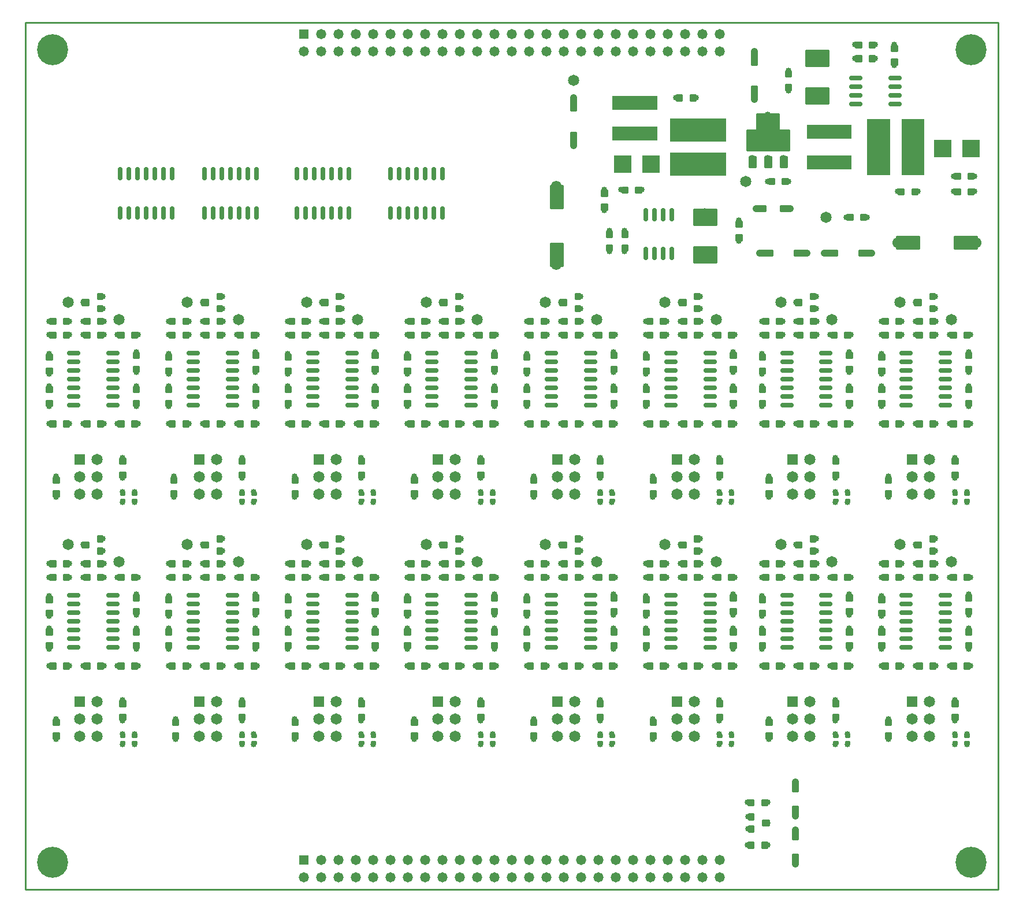
<source format=gbr>
*
*
G04 PADS Layout (Build Number 2005.266.2) generated Gerber (RS-274-X) file*
G04 PC Version=2.1*
*
%IN "module_AtoD2016_1031.pc"*%
*
%MOMM*%
*
%FSLAX35Y35*%
*
*
*
*
G04 PC Standard Apertures*
*
*
G04 Thermal Relief Aperture macro.*
%AMTER*
1,1,$1,0,0*
1,0,$1-$2,0,0*
21,0,$3,$4,0,0,45*
21,0,$3,$4,0,0,135*
%
*
*
G04 Annular Aperture macro.*
%AMANN*
1,1,$1,0,0*
1,0,$2,0,0*
%
*
*
G04 Odd Aperture macro.*
%AMODD*
1,1,$1,0,0*
1,0,$1-0.005,0,0*
%
*
*
G04 PC Custom Aperture Macros*
*
*
*
*
*
*
G04 PC Aperture Table*
*
%ADD058C,0.254*%
%ADD078R,2.55X2.55*%
%ADD079R,1.65X1.65*%
%ADD083C,1.55*%
%ADD084R,1.4724X1.4724*%
%ADD085C,1.4724*%
%ADD089C,1.65*%
%ADD102R,2.05X2.05*%
%ADD115C,0.85*%
%ADD116C,1.05*%
%ADD117R,3.35X3.35*%
%ADD118C,0.6596*%
%ADD119C,4.55*%
*
*
*
*
G04 PC Custom Flashes*
G04 Layer Name module_AtoD2016_1031.pc - flashes*
%LPD*%
*
*
G04 PC Circuitry*
G04 Layer Name module_AtoD2016_1031.pc - circuitry*
%LPD*%
*
G54D58*
G01X35995200Y14014800D02*
X36074800D01*
Y13935200*
X35995200*
Y14014800*
Y13935200D02*
X36074800D01*
X35995200Y13960600D02*
X36074800D01*
X35995200Y13986000D02*
X36074800D01*
X35995200Y14011400D02*
X36074800D01*
X36017200Y13935200D02*
Y14014800D01*
X36042600Y13935200D02*
Y14014800D01*
X36068000Y13935200D02*
Y14014800D01*
X36274800D02*
X36195200D01*
Y13935200*
X36274800*
Y14014800*
X36195200Y13935200D02*
X36274800D01*
X36195200Y13960600D02*
X36274800D01*
X36195200Y13986000D02*
X36274800D01*
X36195200Y14011400D02*
X36274800D01*
X36220400Y13935200D02*
Y14014800D01*
X36245800Y13935200D02*
Y14014800D01*
X36271200Y13935200D02*
Y14014800D01*
X25760200Y19564800D02*
X25839800D01*
Y19485200*
X25760200*
Y19564800*
Y19485200D02*
X25839800D01*
X25760200Y19510600D02*
X25839800D01*
X25760200Y19536000D02*
X25839800D01*
X25760200Y19561400D02*
X25839800D01*
X25781000Y19485200D02*
Y19564800D01*
X25806400Y19485200D02*
Y19564800D01*
X25831800Y19485200D02*
Y19564800D01*
X26039800D02*
X25960200D01*
Y19485200*
X26039800*
Y19564800*
X25960200Y19485200D02*
X26039800D01*
X25960200Y19510600D02*
X26039800D01*
X25960200Y19536000D02*
X26039800D01*
X25960200Y19561400D02*
X26039800D01*
X25984200Y19485200D02*
Y19564800D01*
X26009600Y19485200D02*
Y19564800D01*
X26035000Y19485200D02*
Y19564800D01*
X26260200Y20785200D02*
X26339800D01*
Y20864800*
X26260200*
Y20785200*
X26339800*
X26260200Y20810600D02*
X26339800D01*
X26260200Y20836000D02*
X26339800D01*
X26260200Y20861400D02*
X26339800D01*
X26263600Y20785200D02*
Y20864800D01*
X26289000Y20785200D02*
Y20864800D01*
X26314400Y20785200D02*
Y20864800D01*
X26339800Y20785200D02*
Y20864800D01*
X26539800Y20785200D02*
X26460200D01*
Y20864800*
X26539800*
Y20785200*
X26460200D02*
X26539800D01*
X26460200Y20810600D02*
X26539800D01*
X26460200Y20836000D02*
X26539800D01*
X26460200Y20861400D02*
X26539800D01*
X26466800Y20785200D02*
Y20864800D01*
X26492200Y20785200D02*
Y20864800D01*
X26517600Y20785200D02*
Y20864800D01*
X26260200Y21064800D02*
X26339800D01*
Y20985200*
X26260200*
Y21064800*
Y20985200D02*
X26339800D01*
X26260200Y21010600D02*
X26339800D01*
X26260200Y21036000D02*
X26339800D01*
X26260200Y21061400D02*
X26339800D01*
X26263600Y20985200D02*
Y21064800D01*
X26289000Y20985200D02*
Y21064800D01*
X26314400Y20985200D02*
Y21064800D01*
X26339800Y20985200D02*
Y21064800D01*
X26539800D02*
X26460200D01*
Y20985200*
X26539800*
Y21064800*
X26460200Y20985200D02*
X26539800D01*
X26460200Y21010600D02*
X26539800D01*
X26460200Y21036000D02*
X26539800D01*
X26460200Y21061400D02*
X26539800D01*
X26466800Y20985200D02*
Y21064800D01*
X26492200Y20985200D02*
Y21064800D01*
X26517600Y20985200D02*
Y21064800D01*
X27539800Y16710200D02*
Y16789800D01*
X27460200*
Y16710200*
X27539800*
X27460200D02*
X27539800D01*
X27460200Y16735600D02*
X27539800D01*
X27460200Y16761000D02*
X27539800D01*
X27460200Y16786400D02*
X27539800D01*
X27482800Y16710200D02*
Y16789800D01*
X27508200Y16710200D02*
Y16789800D01*
X27533600Y16710200D02*
Y16789800D01*
X27539800Y16989800D02*
Y16910200D01*
X27460200*
Y16989800*
X27539800*
X27460200Y16910200D02*
X27539800D01*
X27460200Y16935600D02*
X27539800D01*
X27460200Y16961000D02*
X27539800D01*
X27460200Y16986400D02*
X27539800D01*
X27482800Y16910200D02*
Y16989800D01*
X27508200Y16910200D02*
Y16989800D01*
X27533600Y16910200D02*
Y16989800D01*
X27510200Y16014800D02*
X27589800D01*
Y15935200*
X27510200*
Y16014800*
Y15935200D02*
X27589800D01*
X27510200Y15960600D02*
X27589800D01*
X27510200Y15986000D02*
X27589800D01*
X27510200Y16011400D02*
X27589800D01*
X27533600Y15935200D02*
Y16014800D01*
X27559000Y15935200D02*
Y16014800D01*
X27584400Y15935200D02*
Y16014800D01*
X27789800D02*
X27710200D01*
Y15935200*
X27789800*
Y16014800*
X27710200Y15935200D02*
X27789800D01*
X27710200Y15960600D02*
X27789800D01*
X27710200Y15986000D02*
X27789800D01*
X27710200Y16011400D02*
X27789800D01*
X27711400Y15935200D02*
Y16014800D01*
X27736800Y15935200D02*
Y16014800D01*
X27762200Y15935200D02*
Y16014800D01*
X27787600Y15935200D02*
Y16014800D01*
X28010200Y17514800D02*
X28089800D01*
Y17435200*
X28010200*
Y17514800*
Y17435200D02*
X28089800D01*
X28010200Y17460600D02*
X28089800D01*
X28010200Y17486000D02*
X28089800D01*
X28010200Y17511400D02*
X28089800D01*
X28016200Y17435200D02*
Y17514800D01*
X28041600Y17435200D02*
Y17514800D01*
X28067000Y17435200D02*
Y17514800D01*
X28289800D02*
X28210200D01*
Y17435200*
X28289800*
Y17514800*
X28210200Y17435200D02*
X28289800D01*
X28210200Y17460600D02*
X28289800D01*
X28210200Y17486000D02*
X28289800D01*
X28210200Y17511400D02*
X28289800D01*
X28219400Y17435200D02*
Y17514800D01*
X28244800Y17435200D02*
Y17514800D01*
X28270200Y17435200D02*
Y17514800D01*
X28010200Y15935200D02*
X28089800D01*
Y16014800*
X28010200*
Y15935200*
X28089800*
X28010200Y15960600D02*
X28089800D01*
X28010200Y15986000D02*
X28089800D01*
X28010200Y16011400D02*
X28089800D01*
X28016200Y15935200D02*
Y16014800D01*
X28041600Y15935200D02*
Y16014800D01*
X28067000Y15935200D02*
Y16014800D01*
X28289800Y15935200D02*
X28210200D01*
Y16014800*
X28289800*
Y15935200*
X28210200D02*
X28289800D01*
X28210200Y15960600D02*
X28289800D01*
X28210200Y15986000D02*
X28289800D01*
X28210200Y16011400D02*
X28289800D01*
X28219400Y15935200D02*
Y16014800D01*
X28244800Y15935200D02*
Y16014800D01*
X28270200Y15935200D02*
Y16014800D01*
X28010200Y17235200D02*
X28089800D01*
Y17314800*
X28010200*
Y17235200*
X28089800*
X28010200Y17260600D02*
X28089800D01*
X28010200Y17286000D02*
X28089800D01*
X28010200Y17311400D02*
X28089800D01*
X28016200Y17235200D02*
Y17314800D01*
X28041600Y17235200D02*
Y17314800D01*
X28067000Y17235200D02*
Y17314800D01*
X28289800Y17235200D02*
X28210200D01*
Y17314800*
X28289800*
Y17235200*
X28210200D02*
X28289800D01*
X28210200Y17260600D02*
X28289800D01*
X28210200Y17286000D02*
X28289800D01*
X28210200Y17311400D02*
X28289800D01*
X28219400Y17235200D02*
Y17314800D01*
X28244800Y17235200D02*
Y17314800D01*
X28270200Y17235200D02*
Y17314800D01*
X27539800Y20260200D02*
Y20339800D01*
X27460200*
Y20260200*
X27539800*
X27460200D02*
X27539800D01*
X27460200Y20285600D02*
X27539800D01*
X27460200Y20311000D02*
X27539800D01*
X27460200Y20336400D02*
X27539800D01*
X27482800Y20260200D02*
Y20339800D01*
X27508200Y20260200D02*
Y20339800D01*
X27533600Y20260200D02*
Y20339800D01*
X27539800Y20539800D02*
Y20460200D01*
X27460200*
Y20539800*
X27539800*
X27460200Y20460200D02*
X27539800D01*
X27460200Y20485600D02*
X27539800D01*
X27460200Y20511000D02*
X27539800D01*
X27460200Y20536400D02*
X27539800D01*
X27482800Y20460200D02*
Y20539800D01*
X27508200Y20460200D02*
Y20539800D01*
X27533600Y20460200D02*
Y20539800D01*
X28010200Y19485200D02*
X28089800D01*
Y19564800*
X28010200*
Y19485200*
X28089800*
X28010200Y19510600D02*
X28089800D01*
X28010200Y19536000D02*
X28089800D01*
X28010200Y19561400D02*
X28089800D01*
X28016200Y19485200D02*
Y19564800D01*
X28041600Y19485200D02*
Y19564800D01*
X28067000Y19485200D02*
Y19564800D01*
X28289800Y19485200D02*
X28210200D01*
Y19564800*
X28289800*
Y19485200*
X28210200D02*
X28289800D01*
X28210200Y19510600D02*
X28289800D01*
X28210200Y19536000D02*
X28289800D01*
X28210200Y19561400D02*
X28289800D01*
X28219400Y19485200D02*
Y19564800D01*
X28244800Y19485200D02*
Y19564800D01*
X28270200Y19485200D02*
Y19564800D01*
X35995200Y13389800D02*
X36074800D01*
Y13310200*
X35995200*
Y13389800*
Y13310200D02*
X36074800D01*
X35995200Y13335600D02*
X36074800D01*
X35995200Y13361000D02*
X36074800D01*
X35995200Y13386400D02*
X36074800D01*
X36017200Y13310200D02*
Y13389800D01*
X36042600Y13310200D02*
Y13389800D01*
X36068000Y13310200D02*
Y13389800D01*
X36274800D02*
X36195200D01*
Y13310200*
X36274800*
Y13389800*
X36195200Y13310200D02*
X36274800D01*
X36195200Y13335600D02*
X36274800D01*
X36195200Y13361000D02*
X36274800D01*
X36195200Y13386400D02*
X36274800D01*
X36220400Y13310200D02*
Y13389800D01*
X36245800Y13310200D02*
Y13389800D01*
X36271200Y13310200D02*
Y13389800D01*
X28010200Y20785200D02*
X28089800D01*
Y20864800*
X28010200*
Y20785200*
X28089800*
X28010200Y20810600D02*
X28089800D01*
X28010200Y20836000D02*
X28089800D01*
X28010200Y20861400D02*
X28089800D01*
X28016200Y20785200D02*
Y20864800D01*
X28041600Y20785200D02*
Y20864800D01*
X28067000Y20785200D02*
Y20864800D01*
X28289800Y20785200D02*
X28210200D01*
Y20864800*
X28289800*
Y20785200*
X28210200D02*
X28289800D01*
X28210200Y20810600D02*
X28289800D01*
X28210200Y20836000D02*
X28289800D01*
X28210200Y20861400D02*
X28289800D01*
X28219400Y20785200D02*
Y20864800D01*
X28244800Y20785200D02*
Y20864800D01*
X28270200Y20785200D02*
Y20864800D01*
X27510200Y19564800D02*
X27589800D01*
Y19485200*
X27510200*
Y19564800*
Y19485200D02*
X27589800D01*
X27510200Y19510600D02*
X27589800D01*
X27510200Y19536000D02*
X27589800D01*
X27510200Y19561400D02*
X27589800D01*
X27533600Y19485200D02*
Y19564800D01*
X27559000Y19485200D02*
Y19564800D01*
X27584400Y19485200D02*
Y19564800D01*
X27789800D02*
X27710200D01*
Y19485200*
X27789800*
Y19564800*
X27710200Y19485200D02*
X27789800D01*
X27710200Y19510600D02*
X27789800D01*
X27710200Y19536000D02*
X27789800D01*
X27710200Y19561400D02*
X27789800D01*
X27711400Y19485200D02*
Y19564800D01*
X27736800Y19485200D02*
Y19564800D01*
X27762200Y19485200D02*
Y19564800D01*
X27787600Y19485200D02*
Y19564800D01*
X28010200Y21064800D02*
X28089800D01*
Y20985200*
X28010200*
Y21064800*
Y20985200D02*
X28089800D01*
X28010200Y21010600D02*
X28089800D01*
X28010200Y21036000D02*
X28089800D01*
X28010200Y21061400D02*
X28089800D01*
X28016200Y20985200D02*
Y21064800D01*
X28041600Y20985200D02*
Y21064800D01*
X28067000Y20985200D02*
Y21064800D01*
X28289800D02*
X28210200D01*
Y20985200*
X28289800*
Y21064800*
X28210200Y20985200D02*
X28289800D01*
X28210200Y21010600D02*
X28289800D01*
X28210200Y21036000D02*
X28289800D01*
X28210200Y21061400D02*
X28289800D01*
X28219400Y20985200D02*
Y21064800D01*
X28244800Y20985200D02*
Y21064800D01*
X28270200Y20985200D02*
Y21064800D01*
X29289800Y16710200D02*
Y16789800D01*
X29210200*
Y16710200*
X29289800*
X29210200D02*
X29289800D01*
X29210200Y16735600D02*
X29289800D01*
X29210200Y16761000D02*
X29289800D01*
X29210200Y16786400D02*
X29289800D01*
X29235400Y16710200D02*
Y16789800D01*
X29260800Y16710200D02*
Y16789800D01*
X29286200Y16710200D02*
Y16789800D01*
X29289800Y16989800D02*
Y16910200D01*
X29210200*
Y16989800*
X29289800*
X29210200Y16910200D02*
X29289800D01*
X29210200Y16935600D02*
X29289800D01*
X29210200Y16961000D02*
X29289800D01*
X29210200Y16986400D02*
X29289800D01*
X29235400Y16910200D02*
Y16989800D01*
X29260800Y16910200D02*
Y16989800D01*
X29286200Y16910200D02*
Y16989800D01*
X29760200Y15935200D02*
X29839800D01*
Y16014800*
X29760200*
Y15935200*
X29839800*
X29760200Y15960600D02*
X29839800D01*
X29760200Y15986000D02*
X29839800D01*
X29760200Y16011400D02*
X29839800D01*
X29768800Y15935200D02*
Y16014800D01*
X29794200Y15935200D02*
Y16014800D01*
X29819600Y15935200D02*
Y16014800D01*
X30039800Y15935200D02*
X29960200D01*
Y16014800*
X30039800*
Y15935200*
X29960200D02*
X30039800D01*
X29960200Y15960600D02*
X30039800D01*
X29960200Y15986000D02*
X30039800D01*
X29960200Y16011400D02*
X30039800D01*
X29972000Y15935200D02*
Y16014800D01*
X29997400Y15935200D02*
Y16014800D01*
X30022800Y15935200D02*
Y16014800D01*
X29760200Y17235200D02*
X29839800D01*
Y17314800*
X29760200*
Y17235200*
X29839800*
X29760200Y17260600D02*
X29839800D01*
X29760200Y17286000D02*
X29839800D01*
X29760200Y17311400D02*
X29839800D01*
X29768800Y17235200D02*
Y17314800D01*
X29794200Y17235200D02*
Y17314800D01*
X29819600Y17235200D02*
Y17314800D01*
X30039800Y17235200D02*
X29960200D01*
Y17314800*
X30039800*
Y17235200*
X29960200D02*
X30039800D01*
X29960200Y17260600D02*
X30039800D01*
X29960200Y17286000D02*
X30039800D01*
X29960200Y17311400D02*
X30039800D01*
X29972000Y17235200D02*
Y17314800D01*
X29997400Y17235200D02*
Y17314800D01*
X30022800Y17235200D02*
Y17314800D01*
X29260200Y16014800D02*
X29339800D01*
Y15935200*
X29260200*
Y16014800*
Y15935200D02*
X29339800D01*
X29260200Y15960600D02*
X29339800D01*
X29260200Y15986000D02*
X29339800D01*
X29260200Y16011400D02*
X29339800D01*
X29260800Y15935200D02*
Y16014800D01*
X29286200Y15935200D02*
Y16014800D01*
X29311600Y15935200D02*
Y16014800D01*
X29337000Y15935200D02*
Y16014800D01*
X29539800D02*
X29460200D01*
Y15935200*
X29539800*
Y16014800*
X29460200Y15935200D02*
X29539800D01*
X29460200Y15960600D02*
X29539800D01*
X29460200Y15986000D02*
X29539800D01*
X29460200Y16011400D02*
X29539800D01*
X29464000Y15935200D02*
Y16014800D01*
X29489400Y15935200D02*
Y16014800D01*
X29514800Y15935200D02*
Y16014800D01*
X29760200Y17514800D02*
X29839800D01*
Y17435200*
X29760200*
Y17514800*
Y17435200D02*
X29839800D01*
X29760200Y17460600D02*
X29839800D01*
X29760200Y17486000D02*
X29839800D01*
X29760200Y17511400D02*
X29839800D01*
X29768800Y17435200D02*
Y17514800D01*
X29794200Y17435200D02*
Y17514800D01*
X29819600Y17435200D02*
Y17514800D01*
X30039800D02*
X29960200D01*
Y17435200*
X30039800*
Y17514800*
X29960200Y17435200D02*
X30039800D01*
X29960200Y17460600D02*
X30039800D01*
X29960200Y17486000D02*
X30039800D01*
X29960200Y17511400D02*
X30039800D01*
X29972000Y17435200D02*
Y17514800D01*
X29997400Y17435200D02*
Y17514800D01*
X30022800Y17435200D02*
Y17514800D01*
X29289800Y20260200D02*
Y20339800D01*
X29210200*
Y20260200*
X29289800*
X29210200D02*
X29289800D01*
X29210200Y20285600D02*
X29289800D01*
X29210200Y20311000D02*
X29289800D01*
X29210200Y20336400D02*
X29289800D01*
X29235400Y20260200D02*
Y20339800D01*
X29260800Y20260200D02*
Y20339800D01*
X29286200Y20260200D02*
Y20339800D01*
X29289800Y20539800D02*
Y20460200D01*
X29210200*
Y20539800*
X29289800*
X29210200Y20460200D02*
X29289800D01*
X29210200Y20485600D02*
X29289800D01*
X29210200Y20511000D02*
X29289800D01*
X29210200Y20536400D02*
X29289800D01*
X29235400Y20460200D02*
Y20539800D01*
X29260800Y20460200D02*
Y20539800D01*
X29286200Y20460200D02*
Y20539800D01*
X29760200Y19485200D02*
X29839800D01*
Y19564800*
X29760200*
Y19485200*
X29839800*
X29760200Y19510600D02*
X29839800D01*
X29760200Y19536000D02*
X29839800D01*
X29760200Y19561400D02*
X29839800D01*
X29768800Y19485200D02*
Y19564800D01*
X29794200Y19485200D02*
Y19564800D01*
X29819600Y19485200D02*
Y19564800D01*
X30039800Y19485200D02*
X29960200D01*
Y19564800*
X30039800*
Y19485200*
X29960200D02*
X30039800D01*
X29960200Y19510600D02*
X30039800D01*
X29960200Y19536000D02*
X30039800D01*
X29960200Y19561400D02*
X30039800D01*
X29972000Y19485200D02*
Y19564800D01*
X29997400Y19485200D02*
Y19564800D01*
X30022800Y19485200D02*
Y19564800D01*
X25789800Y16710200D02*
Y16789800D01*
X25710200*
Y16710200*
X25789800*
X25710200D02*
X25789800D01*
X25710200Y16735600D02*
X25789800D01*
X25710200Y16761000D02*
X25789800D01*
X25710200Y16786400D02*
X25789800D01*
X25730200Y16710200D02*
Y16789800D01*
X25755600Y16710200D02*
Y16789800D01*
X25781000Y16710200D02*
Y16789800D01*
X25789800Y16989800D02*
Y16910200D01*
X25710200*
Y16989800*
X25789800*
X25710200Y16910200D02*
X25789800D01*
X25710200Y16935600D02*
X25789800D01*
X25710200Y16961000D02*
X25789800D01*
X25710200Y16986400D02*
X25789800D01*
X25730200Y16910200D02*
Y16989800D01*
X25755600Y16910200D02*
Y16989800D01*
X25781000Y16910200D02*
Y16989800D01*
X29760200Y20785200D02*
X29839800D01*
Y20864800*
X29760200*
Y20785200*
X29839800*
X29760200Y20810600D02*
X29839800D01*
X29760200Y20836000D02*
X29839800D01*
X29760200Y20861400D02*
X29839800D01*
X29768800Y20785200D02*
Y20864800D01*
X29794200Y20785200D02*
Y20864800D01*
X29819600Y20785200D02*
Y20864800D01*
X30039800Y20785200D02*
X29960200D01*
Y20864800*
X30039800*
Y20785200*
X29960200D02*
X30039800D01*
X29960200Y20810600D02*
X30039800D01*
X29960200Y20836000D02*
X30039800D01*
X29960200Y20861400D02*
X30039800D01*
X29972000Y20785200D02*
Y20864800D01*
X29997400Y20785200D02*
Y20864800D01*
X30022800Y20785200D02*
Y20864800D01*
X29260200Y19564800D02*
X29339800D01*
Y19485200*
X29260200*
Y19564800*
Y19485200D02*
X29339800D01*
X29260200Y19510600D02*
X29339800D01*
X29260200Y19536000D02*
X29339800D01*
X29260200Y19561400D02*
X29339800D01*
X29260800Y19485200D02*
Y19564800D01*
X29286200Y19485200D02*
Y19564800D01*
X29311600Y19485200D02*
Y19564800D01*
X29337000Y19485200D02*
Y19564800D01*
X29539800D02*
X29460200D01*
Y19485200*
X29539800*
Y19564800*
X29460200Y19485200D02*
X29539800D01*
X29460200Y19510600D02*
X29539800D01*
X29460200Y19536000D02*
X29539800D01*
X29460200Y19561400D02*
X29539800D01*
X29464000Y19485200D02*
Y19564800D01*
X29489400Y19485200D02*
Y19564800D01*
X29514800Y19485200D02*
Y19564800D01*
X29760200Y21064800D02*
X29839800D01*
Y20985200*
X29760200*
Y21064800*
Y20985200D02*
X29839800D01*
X29760200Y21010600D02*
X29839800D01*
X29760200Y21036000D02*
X29839800D01*
X29760200Y21061400D02*
X29839800D01*
X29768800Y20985200D02*
Y21064800D01*
X29794200Y20985200D02*
Y21064800D01*
X29819600Y20985200D02*
Y21064800D01*
X30039800D02*
X29960200D01*
Y20985200*
X30039800*
Y21064800*
X29960200Y20985200D02*
X30039800D01*
X29960200Y21010600D02*
X30039800D01*
X29960200Y21036000D02*
X30039800D01*
X29960200Y21061400D02*
X30039800D01*
X29972000Y20985200D02*
Y21064800D01*
X29997400Y20985200D02*
Y21064800D01*
X30022800Y20985200D02*
Y21064800D01*
X31039800Y16710200D02*
Y16789800D01*
X30960200*
Y16710200*
X31039800*
X30960200D02*
X31039800D01*
X30960200Y16735600D02*
X31039800D01*
X30960200Y16761000D02*
X31039800D01*
X30960200Y16786400D02*
X31039800D01*
X30962600Y16710200D02*
Y16789800D01*
X30988000Y16710200D02*
Y16789800D01*
X31013400Y16710200D02*
Y16789800D01*
X31038800Y16710200D02*
Y16789800D01*
X31039800Y16989800D02*
Y16910200D01*
X30960200*
Y16989800*
X31039800*
X30960200Y16910200D02*
X31039800D01*
X30960200Y16935600D02*
X31039800D01*
X30960200Y16961000D02*
X31039800D01*
X30960200Y16986400D02*
X31039800D01*
X30962600Y16910200D02*
Y16989800D01*
X30988000Y16910200D02*
Y16989800D01*
X31013400Y16910200D02*
Y16989800D01*
X31038800Y16910200D02*
Y16989800D01*
X31510200Y15935200D02*
X31589800D01*
Y16014800*
X31510200*
Y15935200*
X31589800*
X31510200Y15960600D02*
X31589800D01*
X31510200Y15986000D02*
X31589800D01*
X31510200Y16011400D02*
X31589800D01*
X31521400Y15935200D02*
Y16014800D01*
X31546800Y15935200D02*
Y16014800D01*
X31572200Y15935200D02*
Y16014800D01*
X31789800Y15935200D02*
X31710200D01*
Y16014800*
X31789800*
Y15935200*
X31710200D02*
X31789800D01*
X31710200Y15960600D02*
X31789800D01*
X31710200Y15986000D02*
X31789800D01*
X31710200Y16011400D02*
X31789800D01*
X31724600Y15935200D02*
Y16014800D01*
X31750000Y15935200D02*
Y16014800D01*
X31775400Y15935200D02*
Y16014800D01*
X31510200Y17235200D02*
X31589800D01*
Y17314800*
X31510200*
Y17235200*
X31589800*
X31510200Y17260600D02*
X31589800D01*
X31510200Y17286000D02*
X31589800D01*
X31510200Y17311400D02*
X31589800D01*
X31521400Y17235200D02*
Y17314800D01*
X31546800Y17235200D02*
Y17314800D01*
X31572200Y17235200D02*
Y17314800D01*
X31789800Y17235200D02*
X31710200D01*
Y17314800*
X31789800*
Y17235200*
X31710200D02*
X31789800D01*
X31710200Y17260600D02*
X31789800D01*
X31710200Y17286000D02*
X31789800D01*
X31710200Y17311400D02*
X31789800D01*
X31724600Y17235200D02*
Y17314800D01*
X31750000Y17235200D02*
Y17314800D01*
X31775400Y17235200D02*
Y17314800D01*
X31010200Y16014800D02*
X31089800D01*
Y15935200*
X31010200*
Y16014800*
Y15935200D02*
X31089800D01*
X31010200Y15960600D02*
X31089800D01*
X31010200Y15986000D02*
X31089800D01*
X31010200Y16011400D02*
X31089800D01*
X31013400Y15935200D02*
Y16014800D01*
X31038800Y15935200D02*
Y16014800D01*
X31064200Y15935200D02*
Y16014800D01*
X31089600Y15935200D02*
Y16014800D01*
X31289800D02*
X31210200D01*
Y15935200*
X31289800*
Y16014800*
X31210200Y15935200D02*
X31289800D01*
X31210200Y15960600D02*
X31289800D01*
X31210200Y15986000D02*
X31289800D01*
X31210200Y16011400D02*
X31289800D01*
X31216600Y15935200D02*
Y16014800D01*
X31242000Y15935200D02*
Y16014800D01*
X31267400Y15935200D02*
Y16014800D01*
X31510200Y17514800D02*
X31589800D01*
Y17435200*
X31510200*
Y17514800*
Y17435200D02*
X31589800D01*
X31510200Y17460600D02*
X31589800D01*
X31510200Y17486000D02*
X31589800D01*
X31510200Y17511400D02*
X31589800D01*
X31521400Y17435200D02*
Y17514800D01*
X31546800Y17435200D02*
Y17514800D01*
X31572200Y17435200D02*
Y17514800D01*
X31789800D02*
X31710200D01*
Y17435200*
X31789800*
Y17514800*
X31710200Y17435200D02*
X31789800D01*
X31710200Y17460600D02*
X31789800D01*
X31710200Y17486000D02*
X31789800D01*
X31710200Y17511400D02*
X31789800D01*
X31724600Y17435200D02*
Y17514800D01*
X31750000Y17435200D02*
Y17514800D01*
X31775400Y17435200D02*
Y17514800D01*
X31039800Y20260200D02*
Y20339800D01*
X30960200*
Y20260200*
X31039800*
X30960200D02*
X31039800D01*
X30960200Y20285600D02*
X31039800D01*
X30960200Y20311000D02*
X31039800D01*
X30960200Y20336400D02*
X31039800D01*
X30962600Y20260200D02*
Y20339800D01*
X30988000Y20260200D02*
Y20339800D01*
X31013400Y20260200D02*
Y20339800D01*
X31038800Y20260200D02*
Y20339800D01*
X31039800Y20539800D02*
Y20460200D01*
X30960200*
Y20539800*
X31039800*
X30960200Y20460200D02*
X31039800D01*
X30960200Y20485600D02*
X31039800D01*
X30960200Y20511000D02*
X31039800D01*
X30960200Y20536400D02*
X31039800D01*
X30962600Y20460200D02*
Y20539800D01*
X30988000Y20460200D02*
Y20539800D01*
X31013400Y20460200D02*
Y20539800D01*
X31038800Y20460200D02*
Y20539800D01*
X31510200Y19485200D02*
X31589800D01*
Y19564800*
X31510200*
Y19485200*
X31589800*
X31510200Y19510600D02*
X31589800D01*
X31510200Y19536000D02*
X31589800D01*
X31510200Y19561400D02*
X31589800D01*
X31521400Y19485200D02*
Y19564800D01*
X31546800Y19485200D02*
Y19564800D01*
X31572200Y19485200D02*
Y19564800D01*
X31789800Y19485200D02*
X31710200D01*
Y19564800*
X31789800*
Y19485200*
X31710200D02*
X31789800D01*
X31710200Y19510600D02*
X31789800D01*
X31710200Y19536000D02*
X31789800D01*
X31710200Y19561400D02*
X31789800D01*
X31724600Y19485200D02*
Y19564800D01*
X31750000Y19485200D02*
Y19564800D01*
X31775400Y19485200D02*
Y19564800D01*
X26260200Y17235200D02*
X26339800D01*
Y17314800*
X26260200*
Y17235200*
X26339800*
X26260200Y17260600D02*
X26339800D01*
X26260200Y17286000D02*
X26339800D01*
X26260200Y17311400D02*
X26339800D01*
X26263600Y17235200D02*
Y17314800D01*
X26289000Y17235200D02*
Y17314800D01*
X26314400Y17235200D02*
Y17314800D01*
X26339800Y17235200D02*
Y17314800D01*
X26539800Y17235200D02*
X26460200D01*
Y17314800*
X26539800*
Y17235200*
X26460200D02*
X26539800D01*
X26460200Y17260600D02*
X26539800D01*
X26460200Y17286000D02*
X26539800D01*
X26460200Y17311400D02*
X26539800D01*
X26466800Y17235200D02*
Y17314800D01*
X26492200Y17235200D02*
Y17314800D01*
X26517600Y17235200D02*
Y17314800D01*
X31510200Y20785200D02*
X31589800D01*
Y20864800*
X31510200*
Y20785200*
X31589800*
X31510200Y20810600D02*
X31589800D01*
X31510200Y20836000D02*
X31589800D01*
X31510200Y20861400D02*
X31589800D01*
X31521400Y20785200D02*
Y20864800D01*
X31546800Y20785200D02*
Y20864800D01*
X31572200Y20785200D02*
Y20864800D01*
X31789800Y20785200D02*
X31710200D01*
Y20864800*
X31789800*
Y20785200*
X31710200D02*
X31789800D01*
X31710200Y20810600D02*
X31789800D01*
X31710200Y20836000D02*
X31789800D01*
X31710200Y20861400D02*
X31789800D01*
X31724600Y20785200D02*
Y20864800D01*
X31750000Y20785200D02*
Y20864800D01*
X31775400Y20785200D02*
Y20864800D01*
X31010200Y19564800D02*
X31089800D01*
Y19485200*
X31010200*
Y19564800*
Y19485200D02*
X31089800D01*
X31010200Y19510600D02*
X31089800D01*
X31010200Y19536000D02*
X31089800D01*
X31010200Y19561400D02*
X31089800D01*
X31013400Y19485200D02*
Y19564800D01*
X31038800Y19485200D02*
Y19564800D01*
X31064200Y19485200D02*
Y19564800D01*
X31089600Y19485200D02*
Y19564800D01*
X31289800D02*
X31210200D01*
Y19485200*
X31289800*
Y19564800*
X31210200Y19485200D02*
X31289800D01*
X31210200Y19510600D02*
X31289800D01*
X31210200Y19536000D02*
X31289800D01*
X31210200Y19561400D02*
X31289800D01*
X31216600Y19485200D02*
Y19564800D01*
X31242000Y19485200D02*
Y19564800D01*
X31267400Y19485200D02*
Y19564800D01*
X31510200Y21064800D02*
X31589800D01*
Y20985200*
X31510200*
Y21064800*
Y20985200D02*
X31589800D01*
X31510200Y21010600D02*
X31589800D01*
X31510200Y21036000D02*
X31589800D01*
X31510200Y21061400D02*
X31589800D01*
X31521400Y20985200D02*
Y21064800D01*
X31546800Y20985200D02*
Y21064800D01*
X31572200Y20985200D02*
Y21064800D01*
X31789800D02*
X31710200D01*
Y20985200*
X31789800*
Y21064800*
X31710200Y20985200D02*
X31789800D01*
X31710200Y21010600D02*
X31789800D01*
X31710200Y21036000D02*
X31789800D01*
X31710200Y21061400D02*
X31789800D01*
X31724600Y20985200D02*
Y21064800D01*
X31750000Y20985200D02*
Y21064800D01*
X31775400Y20985200D02*
Y21064800D01*
X32789800Y16710200D02*
Y16789800D01*
X32710200*
Y16710200*
X32789800*
X32710200D02*
X32789800D01*
X32710200Y16735600D02*
X32789800D01*
X32710200Y16761000D02*
X32789800D01*
X32710200Y16786400D02*
X32789800D01*
X32715200Y16710200D02*
Y16789800D01*
X32740600Y16710200D02*
Y16789800D01*
X32766000Y16710200D02*
Y16789800D01*
X32789800Y16989800D02*
Y16910200D01*
X32710200*
Y16989800*
X32789800*
X32710200Y16910200D02*
X32789800D01*
X32710200Y16935600D02*
X32789800D01*
X32710200Y16961000D02*
X32789800D01*
X32710200Y16986400D02*
X32789800D01*
X32715200Y16910200D02*
Y16989800D01*
X32740600Y16910200D02*
Y16989800D01*
X32766000Y16910200D02*
Y16989800D01*
X33260200Y15935200D02*
X33339800D01*
Y16014800*
X33260200*
Y15935200*
X33339800*
X33260200Y15960600D02*
X33339800D01*
X33260200Y15986000D02*
X33339800D01*
X33260200Y16011400D02*
X33339800D01*
X33274000Y15935200D02*
Y16014800D01*
X33299400Y15935200D02*
Y16014800D01*
X33324800Y15935200D02*
Y16014800D01*
X33539800Y15935200D02*
X33460200D01*
Y16014800*
X33539800*
Y15935200*
X33460200D02*
X33539800D01*
X33460200Y15960600D02*
X33539800D01*
X33460200Y15986000D02*
X33539800D01*
X33460200Y16011400D02*
X33539800D01*
X33477200Y15935200D02*
Y16014800D01*
X33502600Y15935200D02*
Y16014800D01*
X33528000Y15935200D02*
Y16014800D01*
X33260200Y17235200D02*
X33339800D01*
Y17314800*
X33260200*
Y17235200*
X33339800*
X33260200Y17260600D02*
X33339800D01*
X33260200Y17286000D02*
X33339800D01*
X33260200Y17311400D02*
X33339800D01*
X33274000Y17235200D02*
Y17314800D01*
X33299400Y17235200D02*
Y17314800D01*
X33324800Y17235200D02*
Y17314800D01*
X33539800Y17235200D02*
X33460200D01*
Y17314800*
X33539800*
Y17235200*
X33460200D02*
X33539800D01*
X33460200Y17260600D02*
X33539800D01*
X33460200Y17286000D02*
X33539800D01*
X33460200Y17311400D02*
X33539800D01*
X33477200Y17235200D02*
Y17314800D01*
X33502600Y17235200D02*
Y17314800D01*
X33528000Y17235200D02*
Y17314800D01*
X32760200Y16014800D02*
X32839800D01*
Y15935200*
X32760200*
Y16014800*
Y15935200D02*
X32839800D01*
X32760200Y15960600D02*
X32839800D01*
X32760200Y15986000D02*
X32839800D01*
X32760200Y16011400D02*
X32839800D01*
X32766000Y15935200D02*
Y16014800D01*
X32791400Y15935200D02*
Y16014800D01*
X32816800Y15935200D02*
Y16014800D01*
X33039800D02*
X32960200D01*
Y15935200*
X33039800*
Y16014800*
X32960200Y15935200D02*
X33039800D01*
X32960200Y15960600D02*
X33039800D01*
X32960200Y15986000D02*
X33039800D01*
X32960200Y16011400D02*
X33039800D01*
X32969200Y15935200D02*
Y16014800D01*
X32994600Y15935200D02*
Y16014800D01*
X33020000Y15935200D02*
Y16014800D01*
X33260200Y17514800D02*
X33339800D01*
Y17435200*
X33260200*
Y17514800*
Y17435200D02*
X33339800D01*
X33260200Y17460600D02*
X33339800D01*
X33260200Y17486000D02*
X33339800D01*
X33260200Y17511400D02*
X33339800D01*
X33274000Y17435200D02*
Y17514800D01*
X33299400Y17435200D02*
Y17514800D01*
X33324800Y17435200D02*
Y17514800D01*
X33539800D02*
X33460200D01*
Y17435200*
X33539800*
Y17514800*
X33460200Y17435200D02*
X33539800D01*
X33460200Y17460600D02*
X33539800D01*
X33460200Y17486000D02*
X33539800D01*
X33460200Y17511400D02*
X33539800D01*
X33477200Y17435200D02*
Y17514800D01*
X33502600Y17435200D02*
Y17514800D01*
X33528000Y17435200D02*
Y17514800D01*
X32789800Y20260200D02*
Y20339800D01*
X32710200*
Y20260200*
X32789800*
X32710200D02*
X32789800D01*
X32710200Y20285600D02*
X32789800D01*
X32710200Y20311000D02*
X32789800D01*
X32710200Y20336400D02*
X32789800D01*
X32715200Y20260200D02*
Y20339800D01*
X32740600Y20260200D02*
Y20339800D01*
X32766000Y20260200D02*
Y20339800D01*
X32789800Y20539800D02*
Y20460200D01*
X32710200*
Y20539800*
X32789800*
X32710200Y20460200D02*
X32789800D01*
X32710200Y20485600D02*
X32789800D01*
X32710200Y20511000D02*
X32789800D01*
X32710200Y20536400D02*
X32789800D01*
X32715200Y20460200D02*
Y20539800D01*
X32740600Y20460200D02*
Y20539800D01*
X32766000Y20460200D02*
Y20539800D01*
X33260200Y20785200D02*
X33339800D01*
Y20864800*
X33260200*
Y20785200*
X33339800*
X33260200Y20810600D02*
X33339800D01*
X33260200Y20836000D02*
X33339800D01*
X33260200Y20861400D02*
X33339800D01*
X33274000Y20785200D02*
Y20864800D01*
X33299400Y20785200D02*
Y20864800D01*
X33324800Y20785200D02*
Y20864800D01*
X33539800Y20785200D02*
X33460200D01*
Y20864800*
X33539800*
Y20785200*
X33460200D02*
X33539800D01*
X33460200Y20810600D02*
X33539800D01*
X33460200Y20836000D02*
X33539800D01*
X33460200Y20861400D02*
X33539800D01*
X33477200Y20785200D02*
Y20864800D01*
X33502600Y20785200D02*
Y20864800D01*
X33528000Y20785200D02*
Y20864800D01*
X26260200Y15935200D02*
X26339800D01*
Y16014800*
X26260200*
Y15935200*
X26339800*
X26260200Y15960600D02*
X26339800D01*
X26260200Y15986000D02*
X26339800D01*
X26260200Y16011400D02*
X26339800D01*
X26263600Y15935200D02*
Y16014800D01*
X26289000Y15935200D02*
Y16014800D01*
X26314400Y15935200D02*
Y16014800D01*
X26339800Y15935200D02*
Y16014800D01*
X26539800Y15935200D02*
X26460200D01*
Y16014800*
X26539800*
Y15935200*
X26460200D02*
X26539800D01*
X26460200Y15960600D02*
X26539800D01*
X26460200Y15986000D02*
X26539800D01*
X26460200Y16011400D02*
X26539800D01*
X26466800Y15935200D02*
Y16014800D01*
X26492200Y15935200D02*
Y16014800D01*
X26517600Y15935200D02*
Y16014800D01*
X33260200Y19485200D02*
X33339800D01*
Y19564800*
X33260200*
Y19485200*
X33339800*
X33260200Y19510600D02*
X33339800D01*
X33260200Y19536000D02*
X33339800D01*
X33260200Y19561400D02*
X33339800D01*
X33274000Y19485200D02*
Y19564800D01*
X33299400Y19485200D02*
Y19564800D01*
X33324800Y19485200D02*
Y19564800D01*
X33539800Y19485200D02*
X33460200D01*
Y19564800*
X33539800*
Y19485200*
X33460200D02*
X33539800D01*
X33460200Y19510600D02*
X33539800D01*
X33460200Y19536000D02*
X33539800D01*
X33460200Y19561400D02*
X33539800D01*
X33477200Y19485200D02*
Y19564800D01*
X33502600Y19485200D02*
Y19564800D01*
X33528000Y19485200D02*
Y19564800D01*
X32760200D02*
X32839800D01*
Y19485200*
X32760200*
Y19564800*
Y19485200D02*
X32839800D01*
X32760200Y19510600D02*
X32839800D01*
X32760200Y19536000D02*
X32839800D01*
X32760200Y19561400D02*
X32839800D01*
X32766000Y19485200D02*
Y19564800D01*
X32791400Y19485200D02*
Y19564800D01*
X32816800Y19485200D02*
Y19564800D01*
X33039800D02*
X32960200D01*
Y19485200*
X33039800*
Y19564800*
X32960200Y19485200D02*
X33039800D01*
X32960200Y19510600D02*
X33039800D01*
X32960200Y19536000D02*
X33039800D01*
X32960200Y19561400D02*
X33039800D01*
X32969200Y19485200D02*
Y19564800D01*
X32994600Y19485200D02*
Y19564800D01*
X33020000Y19485200D02*
Y19564800D01*
X33260200Y21064800D02*
X33339800D01*
Y20985200*
X33260200*
Y21064800*
Y20985200D02*
X33339800D01*
X33260200Y21010600D02*
X33339800D01*
X33260200Y21036000D02*
X33339800D01*
X33260200Y21061400D02*
X33339800D01*
X33274000Y20985200D02*
Y21064800D01*
X33299400Y20985200D02*
Y21064800D01*
X33324800Y20985200D02*
Y21064800D01*
X33539800D02*
X33460200D01*
Y20985200*
X33539800*
Y21064800*
X33460200Y20985200D02*
X33539800D01*
X33460200Y21010600D02*
X33539800D01*
X33460200Y21036000D02*
X33539800D01*
X33460200Y21061400D02*
X33539800D01*
X33477200Y20985200D02*
Y21064800D01*
X33502600Y20985200D02*
Y21064800D01*
X33528000Y20985200D02*
Y21064800D01*
X34539800Y16710200D02*
Y16789800D01*
X34460200*
Y16710200*
X34539800*
X34460200D02*
X34539800D01*
X34460200Y16735600D02*
X34539800D01*
X34460200Y16761000D02*
X34539800D01*
X34460200Y16786400D02*
X34539800D01*
X34467800Y16710200D02*
Y16789800D01*
X34493200Y16710200D02*
Y16789800D01*
X34518600Y16710200D02*
Y16789800D01*
X34539800Y16989800D02*
Y16910200D01*
X34460200*
Y16989800*
X34539800*
X34460200Y16910200D02*
X34539800D01*
X34460200Y16935600D02*
X34539800D01*
X34460200Y16961000D02*
X34539800D01*
X34460200Y16986400D02*
X34539800D01*
X34467800Y16910200D02*
Y16989800D01*
X34493200Y16910200D02*
Y16989800D01*
X34518600Y16910200D02*
Y16989800D01*
X35010200Y15935200D02*
X35089800D01*
Y16014800*
X35010200*
Y15935200*
X35089800*
X35010200Y15960600D02*
X35089800D01*
X35010200Y15986000D02*
X35089800D01*
X35010200Y16011400D02*
X35089800D01*
X35026600Y15935200D02*
Y16014800D01*
X35052000Y15935200D02*
Y16014800D01*
X35077400Y15935200D02*
Y16014800D01*
X35289800Y15935200D02*
X35210200D01*
Y16014800*
X35289800*
Y15935200*
X35210200D02*
X35289800D01*
X35210200Y15960600D02*
X35289800D01*
X35210200Y15986000D02*
X35289800D01*
X35210200Y16011400D02*
X35289800D01*
X35229800Y15935200D02*
Y16014800D01*
X35255200Y15935200D02*
Y16014800D01*
X35280600Y15935200D02*
Y16014800D01*
X35010200Y17235200D02*
X35089800D01*
Y17314800*
X35010200*
Y17235200*
X35089800*
X35010200Y17260600D02*
X35089800D01*
X35010200Y17286000D02*
X35089800D01*
X35010200Y17311400D02*
X35089800D01*
X35026600Y17235200D02*
Y17314800D01*
X35052000Y17235200D02*
Y17314800D01*
X35077400Y17235200D02*
Y17314800D01*
X35289800Y17235200D02*
X35210200D01*
Y17314800*
X35289800*
Y17235200*
X35210200D02*
X35289800D01*
X35210200Y17260600D02*
X35289800D01*
X35210200Y17286000D02*
X35289800D01*
X35210200Y17311400D02*
X35289800D01*
X35229800Y17235200D02*
Y17314800D01*
X35255200Y17235200D02*
Y17314800D01*
X35280600Y17235200D02*
Y17314800D01*
X34510200Y16014800D02*
X34589800D01*
Y15935200*
X34510200*
Y16014800*
Y15935200D02*
X34589800D01*
X34510200Y15960600D02*
X34589800D01*
X34510200Y15986000D02*
X34589800D01*
X34510200Y16011400D02*
X34589800D01*
X34518600Y15935200D02*
Y16014800D01*
X34544000Y15935200D02*
Y16014800D01*
X34569400Y15935200D02*
Y16014800D01*
X34789800D02*
X34710200D01*
Y15935200*
X34789800*
Y16014800*
X34710200Y15935200D02*
X34789800D01*
X34710200Y15960600D02*
X34789800D01*
X34710200Y15986000D02*
X34789800D01*
X34710200Y16011400D02*
X34789800D01*
X34721800Y15935200D02*
Y16014800D01*
X34747200Y15935200D02*
Y16014800D01*
X34772600Y15935200D02*
Y16014800D01*
X35010200Y17514800D02*
X35089800D01*
Y17435200*
X35010200*
Y17514800*
Y17435200D02*
X35089800D01*
X35010200Y17460600D02*
X35089800D01*
X35010200Y17486000D02*
X35089800D01*
X35010200Y17511400D02*
X35089800D01*
X35026600Y17435200D02*
Y17514800D01*
X35052000Y17435200D02*
Y17514800D01*
X35077400Y17435200D02*
Y17514800D01*
X35289800D02*
X35210200D01*
Y17435200*
X35289800*
Y17514800*
X35210200Y17435200D02*
X35289800D01*
X35210200Y17460600D02*
X35289800D01*
X35210200Y17486000D02*
X35289800D01*
X35210200Y17511400D02*
X35289800D01*
X35229800Y17435200D02*
Y17514800D01*
X35255200Y17435200D02*
Y17514800D01*
X35280600Y17435200D02*
Y17514800D01*
X34539800Y20260200D02*
Y20339800D01*
X34460200*
Y20260200*
X34539800*
X34460200D02*
X34539800D01*
X34460200Y20285600D02*
X34539800D01*
X34460200Y20311000D02*
X34539800D01*
X34460200Y20336400D02*
X34539800D01*
X34467800Y20260200D02*
Y20339800D01*
X34493200Y20260200D02*
Y20339800D01*
X34518600Y20260200D02*
Y20339800D01*
X34539800Y20539800D02*
Y20460200D01*
X34460200*
Y20539800*
X34539800*
X34460200Y20460200D02*
X34539800D01*
X34460200Y20485600D02*
X34539800D01*
X34460200Y20511000D02*
X34539800D01*
X34460200Y20536400D02*
X34539800D01*
X34467800Y20460200D02*
Y20539800D01*
X34493200Y20460200D02*
Y20539800D01*
X34518600Y20460200D02*
Y20539800D01*
X35010200Y19485200D02*
X35089800D01*
Y19564800*
X35010200*
Y19485200*
X35089800*
X35010200Y19510600D02*
X35089800D01*
X35010200Y19536000D02*
X35089800D01*
X35010200Y19561400D02*
X35089800D01*
X35026600Y19485200D02*
Y19564800D01*
X35052000Y19485200D02*
Y19564800D01*
X35077400Y19485200D02*
Y19564800D01*
X35289800Y19485200D02*
X35210200D01*
Y19564800*
X35289800*
Y19485200*
X35210200D02*
X35289800D01*
X35210200Y19510600D02*
X35289800D01*
X35210200Y19536000D02*
X35289800D01*
X35210200Y19561400D02*
X35289800D01*
X35229800Y19485200D02*
Y19564800D01*
X35255200Y19485200D02*
Y19564800D01*
X35280600Y19485200D02*
Y19564800D01*
X25760200Y16014800D02*
X25839800D01*
Y15935200*
X25760200*
Y16014800*
Y15935200D02*
X25839800D01*
X25760200Y15960600D02*
X25839800D01*
X25760200Y15986000D02*
X25839800D01*
X25760200Y16011400D02*
X25839800D01*
X25781000Y15935200D02*
Y16014800D01*
X25806400Y15935200D02*
Y16014800D01*
X25831800Y15935200D02*
Y16014800D01*
X26039800D02*
X25960200D01*
Y15935200*
X26039800*
Y16014800*
X25960200Y15935200D02*
X26039800D01*
X25960200Y15960600D02*
X26039800D01*
X25960200Y15986000D02*
X26039800D01*
X25960200Y16011400D02*
X26039800D01*
X25984200Y15935200D02*
Y16014800D01*
X26009600Y15935200D02*
Y16014800D01*
X26035000Y15935200D02*
Y16014800D01*
X35010200Y20785200D02*
X35089800D01*
Y20864800*
X35010200*
Y20785200*
X35089800*
X35010200Y20810600D02*
X35089800D01*
X35010200Y20836000D02*
X35089800D01*
X35010200Y20861400D02*
X35089800D01*
X35026600Y20785200D02*
Y20864800D01*
X35052000Y20785200D02*
Y20864800D01*
X35077400Y20785200D02*
Y20864800D01*
X35289800Y20785200D02*
X35210200D01*
Y20864800*
X35289800*
Y20785200*
X35210200D02*
X35289800D01*
X35210200Y20810600D02*
X35289800D01*
X35210200Y20836000D02*
X35289800D01*
X35210200Y20861400D02*
X35289800D01*
X35229800Y20785200D02*
Y20864800D01*
X35255200Y20785200D02*
Y20864800D01*
X35280600Y20785200D02*
Y20864800D01*
X34510200Y19564800D02*
X34589800D01*
Y19485200*
X34510200*
Y19564800*
Y19485200D02*
X34589800D01*
X34510200Y19510600D02*
X34589800D01*
X34510200Y19536000D02*
X34589800D01*
X34510200Y19561400D02*
X34589800D01*
X34518600Y19485200D02*
Y19564800D01*
X34544000Y19485200D02*
Y19564800D01*
X34569400Y19485200D02*
Y19564800D01*
X34789800D02*
X34710200D01*
Y19485200*
X34789800*
Y19564800*
X34710200Y19485200D02*
X34789800D01*
X34710200Y19510600D02*
X34789800D01*
X34710200Y19536000D02*
X34789800D01*
X34710200Y19561400D02*
X34789800D01*
X34721800Y19485200D02*
Y19564800D01*
X34747200Y19485200D02*
Y19564800D01*
X34772600Y19485200D02*
Y19564800D01*
X35010200Y21064800D02*
X35089800D01*
Y20985200*
X35010200*
Y21064800*
Y20985200D02*
X35089800D01*
X35010200Y21010600D02*
X35089800D01*
X35010200Y21036000D02*
X35089800D01*
X35010200Y21061400D02*
X35089800D01*
X35026600Y20985200D02*
Y21064800D01*
X35052000Y20985200D02*
Y21064800D01*
X35077400Y20985200D02*
Y21064800D01*
X35289800D02*
X35210200D01*
Y20985200*
X35289800*
Y21064800*
X35210200Y20985200D02*
X35289800D01*
X35210200Y21010600D02*
X35289800D01*
X35210200Y21036000D02*
X35289800D01*
X35210200Y21061400D02*
X35289800D01*
X35229800Y20985200D02*
Y21064800D01*
X35255200Y20985200D02*
Y21064800D01*
X35280600Y20985200D02*
Y21064800D01*
X36239800Y16710200D02*
Y16789800D01*
X36160200*
Y16710200*
X36239800*
X36160200D02*
X36239800D01*
X36160200Y16735600D02*
X36239800D01*
X36160200Y16761000D02*
X36239800D01*
X36160200Y16786400D02*
X36239800D01*
X36169600Y16710200D02*
Y16789800D01*
X36195000Y16710200D02*
Y16789800D01*
X36220400Y16710200D02*
Y16789800D01*
X36239800Y16989800D02*
Y16910200D01*
X36160200*
Y16989800*
X36239800*
X36160200Y16910200D02*
X36239800D01*
X36160200Y16935600D02*
X36239800D01*
X36160200Y16961000D02*
X36239800D01*
X36160200Y16986400D02*
X36239800D01*
X36169600Y16910200D02*
Y16989800D01*
X36195000Y16910200D02*
Y16989800D01*
X36220400Y16910200D02*
Y16989800D01*
X36710200Y15935200D02*
X36789800D01*
Y16014800*
X36710200*
Y15935200*
X36789800*
X36710200Y15960600D02*
X36789800D01*
X36710200Y15986000D02*
X36789800D01*
X36710200Y16011400D02*
X36789800D01*
X36728400Y15935200D02*
Y16014800D01*
X36753800Y15935200D02*
Y16014800D01*
X36779200Y15935200D02*
Y16014800D01*
X36989800Y15935200D02*
X36910200D01*
Y16014800*
X36989800*
Y15935200*
X36910200D02*
X36989800D01*
X36910200Y15960600D02*
X36989800D01*
X36910200Y15986000D02*
X36989800D01*
X36910200Y16011400D02*
X36989800D01*
X36931600Y15935200D02*
Y16014800D01*
X36957000Y15935200D02*
Y16014800D01*
X36982400Y15935200D02*
Y16014800D01*
X36710200Y17235200D02*
X36789800D01*
Y17314800*
X36710200*
Y17235200*
X36789800*
X36710200Y17260600D02*
X36789800D01*
X36710200Y17286000D02*
X36789800D01*
X36710200Y17311400D02*
X36789800D01*
X36728400Y17235200D02*
Y17314800D01*
X36753800Y17235200D02*
Y17314800D01*
X36779200Y17235200D02*
Y17314800D01*
X36989800Y17235200D02*
X36910200D01*
Y17314800*
X36989800*
Y17235200*
X36910200D02*
X36989800D01*
X36910200Y17260600D02*
X36989800D01*
X36910200Y17286000D02*
X36989800D01*
X36910200Y17311400D02*
X36989800D01*
X36931600Y17235200D02*
Y17314800D01*
X36957000Y17235200D02*
Y17314800D01*
X36982400Y17235200D02*
Y17314800D01*
X36210200Y16014800D02*
X36289800D01*
Y15935200*
X36210200*
Y16014800*
Y15935200D02*
X36289800D01*
X36210200Y15960600D02*
X36289800D01*
X36210200Y15986000D02*
X36289800D01*
X36210200Y16011400D02*
X36289800D01*
X36220400Y15935200D02*
Y16014800D01*
X36245800Y15935200D02*
Y16014800D01*
X36271200Y15935200D02*
Y16014800D01*
X36489800D02*
X36410200D01*
Y15935200*
X36489800*
Y16014800*
X36410200Y15935200D02*
X36489800D01*
X36410200Y15960600D02*
X36489800D01*
X36410200Y15986000D02*
X36489800D01*
X36410200Y16011400D02*
X36489800D01*
X36423600Y15935200D02*
Y16014800D01*
X36449000Y15935200D02*
Y16014800D01*
X36474400Y15935200D02*
Y16014800D01*
X36710200Y17514800D02*
X36789800D01*
Y17435200*
X36710200*
Y17514800*
Y17435200D02*
X36789800D01*
X36710200Y17460600D02*
X36789800D01*
X36710200Y17486000D02*
X36789800D01*
X36710200Y17511400D02*
X36789800D01*
X36728400Y17435200D02*
Y17514800D01*
X36753800Y17435200D02*
Y17514800D01*
X36779200Y17435200D02*
Y17514800D01*
X36989800D02*
X36910200D01*
Y17435200*
X36989800*
Y17514800*
X36910200Y17435200D02*
X36989800D01*
X36910200Y17460600D02*
X36989800D01*
X36910200Y17486000D02*
X36989800D01*
X36910200Y17511400D02*
X36989800D01*
X36931600Y17435200D02*
Y17514800D01*
X36957000Y17435200D02*
Y17514800D01*
X36982400Y17435200D02*
Y17514800D01*
X36239800Y20260200D02*
Y20339800D01*
X36160200*
Y20260200*
X36239800*
X36160200D02*
X36239800D01*
X36160200Y20285600D02*
X36239800D01*
X36160200Y20311000D02*
X36239800D01*
X36160200Y20336400D02*
X36239800D01*
X36169600Y20260200D02*
Y20339800D01*
X36195000Y20260200D02*
Y20339800D01*
X36220400Y20260200D02*
Y20339800D01*
X36239800Y20539800D02*
Y20460200D01*
X36160200*
Y20539800*
X36239800*
X36160200Y20460200D02*
X36239800D01*
X36160200Y20485600D02*
X36239800D01*
X36160200Y20511000D02*
X36239800D01*
X36160200Y20536400D02*
X36239800D01*
X36169600Y20460200D02*
Y20539800D01*
X36195000Y20460200D02*
Y20539800D01*
X36220400Y20460200D02*
Y20539800D01*
X36710200Y19485200D02*
X36789800D01*
Y19564800*
X36710200*
Y19485200*
X36789800*
X36710200Y19510600D02*
X36789800D01*
X36710200Y19536000D02*
X36789800D01*
X36710200Y19561400D02*
X36789800D01*
X36728400Y19485200D02*
Y19564800D01*
X36753800Y19485200D02*
Y19564800D01*
X36779200Y19485200D02*
Y19564800D01*
X36989800Y19485200D02*
X36910200D01*
Y19564800*
X36989800*
Y19485200*
X36910200D02*
X36989800D01*
X36910200Y19510600D02*
X36989800D01*
X36910200Y19536000D02*
X36989800D01*
X36910200Y19561400D02*
X36989800D01*
X36931600Y19485200D02*
Y19564800D01*
X36957000Y19485200D02*
Y19564800D01*
X36982400Y19485200D02*
Y19564800D01*
X26260200Y17514800D02*
X26339800D01*
Y17435200*
X26260200*
Y17514800*
Y17435200D02*
X26339800D01*
X26260200Y17460600D02*
X26339800D01*
X26260200Y17486000D02*
X26339800D01*
X26260200Y17511400D02*
X26339800D01*
X26263600Y17435200D02*
Y17514800D01*
X26289000Y17435200D02*
Y17514800D01*
X26314400Y17435200D02*
Y17514800D01*
X26339800Y17435200D02*
Y17514800D01*
X26539800D02*
X26460200D01*
Y17435200*
X26539800*
Y17514800*
X26460200Y17435200D02*
X26539800D01*
X26460200Y17460600D02*
X26539800D01*
X26460200Y17486000D02*
X26539800D01*
X26460200Y17511400D02*
X26539800D01*
X26466800Y17435200D02*
Y17514800D01*
X26492200Y17435200D02*
Y17514800D01*
X26517600Y17435200D02*
Y17514800D01*
X36710200Y20785200D02*
X36789800D01*
Y20864800*
X36710200*
Y20785200*
X36789800*
X36710200Y20810600D02*
X36789800D01*
X36710200Y20836000D02*
X36789800D01*
X36710200Y20861400D02*
X36789800D01*
X36728400Y20785200D02*
Y20864800D01*
X36753800Y20785200D02*
Y20864800D01*
X36779200Y20785200D02*
Y20864800D01*
X36989800Y20785200D02*
X36910200D01*
Y20864800*
X36989800*
Y20785200*
X36910200D02*
X36989800D01*
X36910200Y20810600D02*
X36989800D01*
X36910200Y20836000D02*
X36989800D01*
X36910200Y20861400D02*
X36989800D01*
X36931600Y20785200D02*
Y20864800D01*
X36957000Y20785200D02*
Y20864800D01*
X36982400Y20785200D02*
Y20864800D01*
X36210200Y19564800D02*
X36289800D01*
Y19485200*
X36210200*
Y19564800*
Y19485200D02*
X36289800D01*
X36210200Y19510600D02*
X36289800D01*
X36210200Y19536000D02*
X36289800D01*
X36210200Y19561400D02*
X36289800D01*
X36220400Y19485200D02*
Y19564800D01*
X36245800Y19485200D02*
Y19564800D01*
X36271200Y19485200D02*
Y19564800D01*
X36489800D02*
X36410200D01*
Y19485200*
X36489800*
Y19564800*
X36410200Y19485200D02*
X36489800D01*
X36410200Y19510600D02*
X36489800D01*
X36410200Y19536000D02*
X36489800D01*
X36410200Y19561400D02*
X36489800D01*
X36423600Y19485200D02*
Y19564800D01*
X36449000Y19485200D02*
Y19564800D01*
X36474400Y19485200D02*
Y19564800D01*
X36710200Y21064800D02*
X36789800D01*
Y20985200*
X36710200*
Y21064800*
Y20985200D02*
X36789800D01*
X36710200Y21010600D02*
X36789800D01*
X36710200Y21036000D02*
X36789800D01*
X36710200Y21061400D02*
X36789800D01*
X36728400Y20985200D02*
Y21064800D01*
X36753800Y20985200D02*
Y21064800D01*
X36779200Y20985200D02*
Y21064800D01*
X36989800D02*
X36910200D01*
Y20985200*
X36989800*
Y21064800*
X36910200Y20985200D02*
X36989800D01*
X36910200Y21010600D02*
X36989800D01*
X36910200Y21036000D02*
X36989800D01*
X36910200Y21061400D02*
X36989800D01*
X36931600Y20985200D02*
Y21064800D01*
X36957000Y20985200D02*
Y21064800D01*
X36982400Y20985200D02*
Y21064800D01*
X37989800Y16710200D02*
Y16789800D01*
X37910200*
Y16710200*
X37989800*
X37910200D02*
X37989800D01*
X37910200Y16735600D02*
X37989800D01*
X37910200Y16761000D02*
X37989800D01*
X37910200Y16786400D02*
X37989800D01*
X37922200Y16710200D02*
Y16789800D01*
X37947600Y16710200D02*
Y16789800D01*
X37973000Y16710200D02*
Y16789800D01*
X37989800Y16989800D02*
Y16910200D01*
X37910200*
Y16989800*
X37989800*
X37910200Y16910200D02*
X37989800D01*
X37910200Y16935600D02*
X37989800D01*
X37910200Y16961000D02*
X37989800D01*
X37910200Y16986400D02*
X37989800D01*
X37922200Y16910200D02*
Y16989800D01*
X37947600Y16910200D02*
Y16989800D01*
X37973000Y16910200D02*
Y16989800D01*
X38460200Y15935200D02*
X38539800D01*
Y16014800*
X38460200*
Y15935200*
X38539800*
X38460200Y15960600D02*
X38539800D01*
X38460200Y15986000D02*
X38539800D01*
X38460200Y16011400D02*
X38539800D01*
X38481000Y15935200D02*
Y16014800D01*
X38506400Y15935200D02*
Y16014800D01*
X38531800Y15935200D02*
Y16014800D01*
X38739800Y15935200D02*
X38660200D01*
Y16014800*
X38739800*
Y15935200*
X38660200D02*
X38739800D01*
X38660200Y15960600D02*
X38739800D01*
X38660200Y15986000D02*
X38739800D01*
X38660200Y16011400D02*
X38739800D01*
X38684200Y15935200D02*
Y16014800D01*
X38709600Y15935200D02*
Y16014800D01*
X38735000Y15935200D02*
Y16014800D01*
X38460200Y17235200D02*
X38539800D01*
Y17314800*
X38460200*
Y17235200*
X38539800*
X38460200Y17260600D02*
X38539800D01*
X38460200Y17286000D02*
X38539800D01*
X38460200Y17311400D02*
X38539800D01*
X38481000Y17235200D02*
Y17314800D01*
X38506400Y17235200D02*
Y17314800D01*
X38531800Y17235200D02*
Y17314800D01*
X38739800Y17235200D02*
X38660200D01*
Y17314800*
X38739800*
Y17235200*
X38660200D02*
X38739800D01*
X38660200Y17260600D02*
X38739800D01*
X38660200Y17286000D02*
X38739800D01*
X38660200Y17311400D02*
X38739800D01*
X38684200Y17235200D02*
Y17314800D01*
X38709600Y17235200D02*
Y17314800D01*
X38735000Y17235200D02*
Y17314800D01*
X37960200Y16014800D02*
X38039800D01*
Y15935200*
X37960200*
Y16014800*
Y15935200D02*
X38039800D01*
X37960200Y15960600D02*
X38039800D01*
X37960200Y15986000D02*
X38039800D01*
X37960200Y16011400D02*
X38039800D01*
X37973000Y15935200D02*
Y16014800D01*
X37998400Y15935200D02*
Y16014800D01*
X38023800Y15935200D02*
Y16014800D01*
X38239800D02*
X38160200D01*
Y15935200*
X38239800*
Y16014800*
X38160200Y15935200D02*
X38239800D01*
X38160200Y15960600D02*
X38239800D01*
X38160200Y15986000D02*
X38239800D01*
X38160200Y16011400D02*
X38239800D01*
X38176200Y15935200D02*
Y16014800D01*
X38201600Y15935200D02*
Y16014800D01*
X38227000Y15935200D02*
Y16014800D01*
X38460200Y17514800D02*
X38539800D01*
Y17435200*
X38460200*
Y17514800*
Y17435200D02*
X38539800D01*
X38460200Y17460600D02*
X38539800D01*
X38460200Y17486000D02*
X38539800D01*
X38460200Y17511400D02*
X38539800D01*
X38481000Y17435200D02*
Y17514800D01*
X38506400Y17435200D02*
Y17514800D01*
X38531800Y17435200D02*
Y17514800D01*
X38739800D02*
X38660200D01*
Y17435200*
X38739800*
Y17514800*
X38660200Y17435200D02*
X38739800D01*
X38660200Y17460600D02*
X38739800D01*
X38660200Y17486000D02*
X38739800D01*
X38660200Y17511400D02*
X38739800D01*
X38684200Y17435200D02*
Y17514800D01*
X38709600Y17435200D02*
Y17514800D01*
X38735000Y17435200D02*
Y17514800D01*
X37989800Y20260200D02*
Y20339800D01*
X37910200*
Y20260200*
X37989800*
X37910200D02*
X37989800D01*
X37910200Y20285600D02*
X37989800D01*
X37910200Y20311000D02*
X37989800D01*
X37910200Y20336400D02*
X37989800D01*
X37922200Y20260200D02*
Y20339800D01*
X37947600Y20260200D02*
Y20339800D01*
X37973000Y20260200D02*
Y20339800D01*
X37989800Y20539800D02*
Y20460200D01*
X37910200*
Y20539800*
X37989800*
X37910200Y20460200D02*
X37989800D01*
X37910200Y20485600D02*
X37989800D01*
X37910200Y20511000D02*
X37989800D01*
X37910200Y20536400D02*
X37989800D01*
X37922200Y20460200D02*
Y20539800D01*
X37947600Y20460200D02*
Y20539800D01*
X37973000Y20460200D02*
Y20539800D01*
X38460200Y19485200D02*
X38539800D01*
Y19564800*
X38460200*
Y19485200*
X38539800*
X38460200Y19510600D02*
X38539800D01*
X38460200Y19536000D02*
X38539800D01*
X38460200Y19561400D02*
X38539800D01*
X38481000Y19485200D02*
Y19564800D01*
X38506400Y19485200D02*
Y19564800D01*
X38531800Y19485200D02*
Y19564800D01*
X38739800Y19485200D02*
X38660200D01*
Y19564800*
X38739800*
Y19485200*
X38660200D02*
X38739800D01*
X38660200Y19510600D02*
X38739800D01*
X38660200Y19536000D02*
X38739800D01*
X38660200Y19561400D02*
X38739800D01*
X38684200Y19485200D02*
Y19564800D01*
X38709600Y19485200D02*
Y19564800D01*
X38735000Y19485200D02*
Y19564800D01*
X25789800Y20260200D02*
Y20339800D01*
X25710200*
Y20260200*
X25789800*
X25710200D02*
X25789800D01*
X25710200Y20285600D02*
X25789800D01*
X25710200Y20311000D02*
X25789800D01*
X25710200Y20336400D02*
X25789800D01*
X25730200Y20260200D02*
Y20339800D01*
X25755600Y20260200D02*
Y20339800D01*
X25781000Y20260200D02*
Y20339800D01*
X25789800Y20539800D02*
Y20460200D01*
X25710200*
Y20539800*
X25789800*
X25710200Y20460200D02*
X25789800D01*
X25710200Y20485600D02*
X25789800D01*
X25710200Y20511000D02*
X25789800D01*
X25710200Y20536400D02*
X25789800D01*
X25730200Y20460200D02*
Y20539800D01*
X25755600Y20460200D02*
Y20539800D01*
X25781000Y20460200D02*
Y20539800D01*
X38460200Y20785200D02*
X38539800D01*
Y20864800*
X38460200*
Y20785200*
X38539800*
X38460200Y20810600D02*
X38539800D01*
X38460200Y20836000D02*
X38539800D01*
X38460200Y20861400D02*
X38539800D01*
X38481000Y20785200D02*
Y20864800D01*
X38506400Y20785200D02*
Y20864800D01*
X38531800Y20785200D02*
Y20864800D01*
X38739800Y20785200D02*
X38660200D01*
Y20864800*
X38739800*
Y20785200*
X38660200D02*
X38739800D01*
X38660200Y20810600D02*
X38739800D01*
X38660200Y20836000D02*
X38739800D01*
X38660200Y20861400D02*
X38739800D01*
X38684200Y20785200D02*
Y20864800D01*
X38709600Y20785200D02*
Y20864800D01*
X38735000Y20785200D02*
Y20864800D01*
X37960200Y19564800D02*
X38039800D01*
Y19485200*
X37960200*
Y19564800*
Y19485200D02*
X38039800D01*
X37960200Y19510600D02*
X38039800D01*
X37960200Y19536000D02*
X38039800D01*
X37960200Y19561400D02*
X38039800D01*
X37973000Y19485200D02*
Y19564800D01*
X37998400Y19485200D02*
Y19564800D01*
X38023800Y19485200D02*
Y19564800D01*
X38239800D02*
X38160200D01*
Y19485200*
X38239800*
Y19564800*
X38160200Y19485200D02*
X38239800D01*
X38160200Y19510600D02*
X38239800D01*
X38160200Y19536000D02*
X38239800D01*
X38160200Y19561400D02*
X38239800D01*
X38176200Y19485200D02*
Y19564800D01*
X38201600Y19485200D02*
Y19564800D01*
X38227000Y19485200D02*
Y19564800D01*
X38460200Y21064800D02*
X38539800D01*
Y20985200*
X38460200*
Y21064800*
Y20985200D02*
X38539800D01*
X38460200Y21010600D02*
X38539800D01*
X38460200Y21036000D02*
X38539800D01*
X38460200Y21061400D02*
X38539800D01*
X38481000Y20985200D02*
Y21064800D01*
X38506400Y20985200D02*
Y21064800D01*
X38531800Y20985200D02*
Y21064800D01*
X38739800D02*
X38660200D01*
Y20985200*
X38739800*
Y21064800*
X38660200Y20985200D02*
X38739800D01*
X38660200Y21010600D02*
X38739800D01*
X38660200Y21036000D02*
X38739800D01*
X38660200Y21061400D02*
X38739800D01*
X38684200Y20985200D02*
Y21064800D01*
X38709600Y20985200D02*
Y21064800D01*
X38735000Y20985200D02*
Y21064800D01*
X39020200Y23189800D02*
X39099800D01*
Y23110200*
X39020200*
Y23189800*
Y23110200D02*
X39099800D01*
X39020200Y23135600D02*
X39099800D01*
X39020200Y23161000D02*
X39099800D01*
X39020200Y23186400D02*
X39099800D01*
X39039800Y23110200D02*
Y23189800D01*
X39065200Y23110200D02*
Y23189800D01*
X39090600Y23110200D02*
Y23189800D01*
X39299800D02*
X39220200D01*
Y23110200*
X39299800*
Y23189800*
X39220200Y23110200D02*
X39299800D01*
X39220200Y23135600D02*
X39299800D01*
X39220200Y23161000D02*
X39299800D01*
X39220200Y23186400D02*
X39299800D01*
X39243000Y23110200D02*
Y23189800D01*
X39268400Y23110200D02*
Y23189800D01*
X39293800Y23110200D02*
Y23189800D01*
X36295200Y23114800D02*
X36374800D01*
Y23035200*
X36295200*
Y23114800*
Y23035200D02*
X36374800D01*
X36295200Y23060600D02*
X36374800D01*
X36295200Y23086000D02*
X36374800D01*
X36295200Y23111400D02*
X36374800D01*
X36296600Y23035200D02*
Y23114800D01*
X36322000Y23035200D02*
Y23114800D01*
X36347400Y23035200D02*
Y23114800D01*
X36372800Y23035200D02*
Y23114800D01*
X36574800D02*
X36495200D01*
Y23035200*
X36574800*
Y23114800*
X36495200Y23035200D02*
X36574800D01*
X36495200Y23060600D02*
X36574800D01*
X36495200Y23086000D02*
X36574800D01*
X36495200Y23111400D02*
X36574800D01*
X36499800Y23035200D02*
Y23114800D01*
X36525200Y23035200D02*
Y23114800D01*
X36550600Y23035200D02*
Y23114800D01*
X38195200Y22964800D02*
X38274800D01*
Y22885200*
X38195200*
Y22964800*
Y22885200D02*
X38274800D01*
X38195200Y22910600D02*
X38274800D01*
X38195200Y22936000D02*
X38274800D01*
X38195200Y22961400D02*
X38274800D01*
X38201600Y22885200D02*
Y22964800D01*
X38227000Y22885200D02*
Y22964800D01*
X38252400Y22885200D02*
Y22964800D01*
X38474800D02*
X38395200D01*
Y22885200*
X38474800*
Y22964800*
X38395200Y22885200D02*
X38474800D01*
X38395200Y22910600D02*
X38474800D01*
X38395200Y22936000D02*
X38474800D01*
X38395200Y22961400D02*
X38474800D01*
X38404800Y22885200D02*
Y22964800D01*
X38430200Y22885200D02*
Y22964800D01*
X38455600Y22885200D02*
Y22964800D01*
X37445200Y22589800D02*
X37524800D01*
Y22510200*
X37445200*
Y22589800*
Y22510200D02*
X37524800D01*
X37445200Y22535600D02*
X37524800D01*
X37445200Y22561000D02*
X37524800D01*
X37445200Y22586400D02*
X37524800D01*
X37465000Y22510200D02*
Y22589800D01*
X37490400Y22510200D02*
Y22589800D01*
X37515800Y22510200D02*
Y22589800D01*
X37724800D02*
X37645200D01*
Y22510200*
X37724800*
Y22589800*
X37645200Y22510200D02*
X37724800D01*
X37645200Y22535600D02*
X37724800D01*
X37645200Y22561000D02*
X37724800D01*
X37645200Y22586400D02*
X37724800D01*
X37668200Y22510200D02*
Y22589800D01*
X37693600Y22510200D02*
Y22589800D01*
X37719000Y22510200D02*
Y22589800D01*
X36624800Y24410200D02*
Y24489800D01*
X36545200*
Y24410200*
X36624800*
X36545200D02*
X36624800D01*
X36545200Y24435600D02*
X36624800D01*
X36545200Y24461000D02*
X36624800D01*
X36545200Y24486400D02*
X36624800D01*
X36550600Y24410200D02*
Y24489800D01*
X36576000Y24410200D02*
Y24489800D01*
X36601400Y24410200D02*
Y24489800D01*
X36624800Y24689800D02*
Y24610200D01*
X36545200*
Y24689800*
X36624800*
X36545200Y24610200D02*
X36624800D01*
X36545200Y24635600D02*
X36624800D01*
X36545200Y24661000D02*
X36624800D01*
X36545200Y24686400D02*
X36624800D01*
X36550600Y24610200D02*
Y24689800D01*
X36576000Y24610200D02*
Y24689800D01*
X36601400Y24610200D02*
Y24689800D01*
X38095200Y25064800D02*
Y24985200D01*
X38174800*
Y25064800*
X38095200*
Y24985200D02*
X38174800D01*
X38095200Y25010600D02*
X38174800D01*
X38095200Y25036000D02*
X38174800D01*
X38095200Y25061400D02*
X38174800D01*
X38100000Y24985200D02*
Y25064800D01*
X38125400Y24985200D02*
Y25064800D01*
X38150800Y24985200D02*
Y25064800D01*
X38095200Y24785200D02*
Y24864800D01*
X38174800*
Y24785200*
X38095200*
X38174800*
X38095200Y24810600D02*
X38174800D01*
X38095200Y24836000D02*
X38174800D01*
X38095200Y24861400D02*
X38174800D01*
X38100000Y24785200D02*
Y24864800D01*
X38125400Y24785200D02*
Y24864800D01*
X38150800Y24785200D02*
Y24864800D01*
X33845200Y22939800D02*
Y22860200D01*
X33924800*
Y22939800*
X33845200*
Y22860200D02*
X33924800D01*
X33845200Y22885600D02*
X33924800D01*
X33845200Y22911000D02*
X33924800D01*
X33845200Y22936400D02*
X33924800D01*
X33858200Y22860200D02*
Y22939800D01*
X33883600Y22860200D02*
Y22939800D01*
X33909000Y22860200D02*
Y22939800D01*
X33845200Y22660200D02*
Y22739800D01*
X33924800*
Y22660200*
X33845200*
X33924800*
X33845200Y22685600D02*
X33924800D01*
X33845200Y22711000D02*
X33924800D01*
X33845200Y22736400D02*
X33924800D01*
X33858200Y22660200D02*
Y22739800D01*
X33883600Y22660200D02*
Y22739800D01*
X33909000Y22660200D02*
Y22739800D01*
X26260200Y19485200D02*
X26339800D01*
Y19564800*
X26260200*
Y19485200*
X26339800*
X26260200Y19510600D02*
X26339800D01*
X26260200Y19536000D02*
X26339800D01*
X26260200Y19561400D02*
X26339800D01*
X26263600Y19485200D02*
Y19564800D01*
X26289000Y19485200D02*
Y19564800D01*
X26314400Y19485200D02*
Y19564800D01*
X26339800Y19485200D02*
Y19564800D01*
X26539800Y19485200D02*
X26460200D01*
Y19564800*
X26539800*
Y19485200*
X26460200D02*
X26539800D01*
X26460200Y19510600D02*
X26539800D01*
X26460200Y19536000D02*
X26539800D01*
X26460200Y19561400D02*
X26539800D01*
X26466800Y19485200D02*
Y19564800D01*
X26492200Y19485200D02*
Y19564800D01*
X26517600Y19485200D02*
Y19564800D01*
X34945200Y24260200D02*
X35024800D01*
Y24339800*
X34945200*
Y24260200*
X35024800*
X34945200Y24285600D02*
X35024800D01*
X34945200Y24311000D02*
X35024800D01*
X34945200Y24336400D02*
X35024800D01*
X34950400Y24260200D02*
Y24339800D01*
X34975800Y24260200D02*
Y24339800D01*
X35001200Y24260200D02*
Y24339800D01*
X35224800Y24260200D02*
X35145200D01*
Y24339800*
X35224800*
Y24260200*
X35145200D02*
X35224800D01*
X35145200Y24285600D02*
X35224800D01*
X35145200Y24311000D02*
X35224800D01*
X35145200Y24336400D02*
X35224800D01*
X35153600Y24260200D02*
Y24339800D01*
X35179000Y24260200D02*
Y24339800D01*
X35204400Y24260200D02*
Y24339800D01*
X35820200Y22489800D02*
Y22410200D01*
X35899800*
Y22489800*
X35820200*
Y22410200D02*
X35899800D01*
X35820200Y22435600D02*
X35899800D01*
X35820200Y22461000D02*
X35899800D01*
X35820200Y22486400D02*
X35899800D01*
X35839400Y22410200D02*
Y22489800D01*
X35864800Y22410200D02*
Y22489800D01*
X35890200Y22410200D02*
Y22489800D01*
X35820200Y22210200D02*
Y22289800D01*
X35899800*
Y22210200*
X35820200*
X35899800*
X35820200Y22235600D02*
X35899800D01*
X35820200Y22261000D02*
X35899800D01*
X35820200Y22286400D02*
X35899800D01*
X35839400Y22210200D02*
Y22289800D01*
X35864800Y22210200D02*
Y22289800D01*
X35890200Y22210200D02*
Y22289800D01*
X34145200Y22910200D02*
X34224800D01*
Y22989800*
X34145200*
Y22910200*
X34224800*
X34145200Y22935600D02*
X34224800D01*
X34145200Y22961000D02*
X34224800D01*
X34145200Y22986400D02*
X34224800D01*
X34163000Y22910200D02*
Y22989800D01*
X34188400Y22910200D02*
Y22989800D01*
X34213800Y22910200D02*
Y22989800D01*
X34424800Y22910200D02*
X34345200D01*
Y22989800*
X34424800*
Y22910200*
X34345200D02*
X34424800D01*
X34345200Y22935600D02*
X34424800D01*
X34345200Y22961000D02*
X34424800D01*
X34345200Y22986400D02*
X34424800D01*
X34366200Y22910200D02*
Y22989800D01*
X34391600Y22910200D02*
Y22989800D01*
X34417000Y22910200D02*
Y22989800D01*
X26852900Y14835200D02*
Y14864400D01*
X26797100*
Y14835200*
X26852900*
X26797100D02*
X26852900D01*
X26797100Y14860600D02*
X26852900D01*
X26822400Y14835200D02*
Y14864400D01*
X26847800Y14835200D02*
Y14864400D01*
X26852900Y14964800D02*
Y14935600D01*
X26797100*
Y14964800*
X26852900*
X26797100Y14935600D02*
X26852900D01*
X26797100Y14961000D02*
X26852900D01*
X26822400Y14935600D02*
Y14964800D01*
X26847800Y14935600D02*
Y14964800D01*
X28602900Y18385200D02*
Y18414400D01*
X28547100*
Y18385200*
X28602900*
X28547100D02*
X28602900D01*
X28547100Y18410600D02*
X28602900D01*
X28549600Y18385200D02*
Y18414400D01*
X28575000Y18385200D02*
Y18414400D01*
X28600400Y18385200D02*
Y18414400D01*
X28602900Y18514800D02*
Y18485600D01*
X28547100*
Y18514800*
X28602900*
X28547100Y18485600D02*
X28602900D01*
X28547100Y18511000D02*
X28602900D01*
X28549600Y18485600D02*
Y18514800D01*
X28575000Y18485600D02*
Y18514800D01*
X28600400Y18485600D02*
Y18514800D01*
X28777900Y18385200D02*
Y18414400D01*
X28722100*
Y18385200*
X28777900*
X28722100D02*
X28777900D01*
X28722100Y18410600D02*
X28777900D01*
X28727400Y18385200D02*
Y18414400D01*
X28752800Y18385200D02*
Y18414400D01*
X28777900Y18514800D02*
Y18485600D01*
X28722100*
Y18514800*
X28777900*
X28722100Y18485600D02*
X28777900D01*
X28722100Y18511000D02*
X28777900D01*
X28727400Y18485600D02*
Y18514800D01*
X28752800Y18485600D02*
Y18514800D01*
X27985200Y21260200D02*
Y21339800D01*
X28077300*
Y21260200*
X27985200*
X28077300*
X27985200Y21285600D02*
X28077300D01*
X27985200Y21311000D02*
X28077300D01*
X27985200Y21336400D02*
X28077300D01*
X27990800Y21260200D02*
Y21339800D01*
X28016200Y21260200D02*
Y21339800D01*
X28041600Y21260200D02*
Y21339800D01*
X28067000Y21260200D02*
Y21339800D01*
X28211000Y21170500D02*
Y21251700D01*
X28279500*
Y21170500*
X28211000*
X28279500*
X28211000Y21195900D02*
X28279500D01*
X28211000Y21221300D02*
X28279500D01*
X28211000Y21246700D02*
X28279500D01*
X28219400Y21170500D02*
Y21251700D01*
X28244800Y21170500D02*
Y21251700D01*
X28270200Y21170500D02*
Y21251700D01*
X28211000Y21348300D02*
Y21429500D01*
X28279500*
Y21348300*
X28211000*
X28279500*
X28211000Y21373700D02*
X28279500D01*
X28211000Y21399100D02*
X28279500D01*
X28211000Y21424500D02*
X28279500D01*
X28219400Y21348300D02*
Y21429500D01*
X28244800Y21348300D02*
Y21429500D01*
X28270200Y21348300D02*
Y21429500D01*
X30352900Y14835200D02*
Y14864400D01*
X30297100*
Y14835200*
X30352900*
X30297100D02*
X30352900D01*
X30297100Y14860600D02*
X30352900D01*
X30302200Y14835200D02*
Y14864400D01*
X30327600Y14835200D02*
Y14864400D01*
X30352900Y14964800D02*
Y14935600D01*
X30297100*
Y14964800*
X30352900*
X30297100Y14935600D02*
X30352900D01*
X30297100Y14961000D02*
X30352900D01*
X30302200Y14935600D02*
Y14964800D01*
X30327600Y14935600D02*
Y14964800D01*
X30527900Y14835200D02*
Y14864400D01*
X30472100*
Y14835200*
X30527900*
X30472100D02*
X30527900D01*
X30472100Y14860600D02*
X30527900D01*
X30480000Y14835200D02*
Y14864400D01*
X30505400Y14835200D02*
Y14864400D01*
X30527900Y14964800D02*
Y14935600D01*
X30472100*
Y14964800*
X30527900*
X30472100Y14935600D02*
X30527900D01*
X30472100Y14961000D02*
X30527900D01*
X30480000Y14935600D02*
Y14964800D01*
X30505400Y14935600D02*
Y14964800D01*
X29735200Y17710200D02*
Y17789800D01*
X29827300*
Y17710200*
X29735200*
X29827300*
X29735200Y17735600D02*
X29827300D01*
X29735200Y17761000D02*
X29827300D01*
X29735200Y17786400D02*
X29827300D01*
X29743400Y17710200D02*
Y17789800D01*
X29768800Y17710200D02*
Y17789800D01*
X29794200Y17710200D02*
Y17789800D01*
X29819600Y17710200D02*
Y17789800D01*
X29961000Y17620500D02*
Y17701700D01*
X30029500*
Y17620500*
X29961000*
X30029500*
X29961000Y17645900D02*
X30029500D01*
X29961000Y17671300D02*
X30029500D01*
X29961000Y17696700D02*
X30029500D01*
X29972000Y17620500D02*
Y17701700D01*
X29997400Y17620500D02*
Y17701700D01*
X30022800Y17620500D02*
Y17701700D01*
X29961000Y17798300D02*
Y17879500D01*
X30029500*
Y17798300*
X29961000*
X30029500*
X29961000Y17823700D02*
X30029500D01*
X29961000Y17849100D02*
X30029500D01*
X29961000Y17874500D02*
X30029500D01*
X29972000Y17798300D02*
Y17879500D01*
X29997400Y17798300D02*
Y17879500D01*
X30022800Y17798300D02*
Y17879500D01*
X30352900Y18385200D02*
Y18414400D01*
X30297100*
Y18385200*
X30352900*
X30297100D02*
X30352900D01*
X30297100Y18410600D02*
X30352900D01*
X30302200Y18385200D02*
Y18414400D01*
X30327600Y18385200D02*
Y18414400D01*
X30352900Y18514800D02*
Y18485600D01*
X30297100*
Y18514800*
X30352900*
X30297100Y18485600D02*
X30352900D01*
X30297100Y18511000D02*
X30352900D01*
X30302200Y18485600D02*
Y18514800D01*
X30327600Y18485600D02*
Y18514800D01*
X29735200Y21260200D02*
Y21339800D01*
X29827300*
Y21260200*
X29735200*
X29827300*
X29735200Y21285600D02*
X29827300D01*
X29735200Y21311000D02*
X29827300D01*
X29735200Y21336400D02*
X29827300D01*
X29743400Y21260200D02*
Y21339800D01*
X29768800Y21260200D02*
Y21339800D01*
X29794200Y21260200D02*
Y21339800D01*
X29819600Y21260200D02*
Y21339800D01*
X29961000Y21170500D02*
Y21251700D01*
X30029500*
Y21170500*
X29961000*
X30029500*
X29961000Y21195900D02*
X30029500D01*
X29961000Y21221300D02*
X30029500D01*
X29961000Y21246700D02*
X30029500D01*
X29972000Y21170500D02*
Y21251700D01*
X29997400Y21170500D02*
Y21251700D01*
X30022800Y21170500D02*
Y21251700D01*
X29961000Y21348300D02*
Y21429500D01*
X30029500*
Y21348300*
X29961000*
X30029500*
X29961000Y21373700D02*
X30029500D01*
X29961000Y21399100D02*
X30029500D01*
X29961000Y21424500D02*
X30029500D01*
X29972000Y21348300D02*
Y21429500D01*
X29997400Y21348300D02*
Y21429500D01*
X30022800Y21348300D02*
Y21429500D01*
X30527900Y18385200D02*
Y18414400D01*
X30472100*
Y18385200*
X30527900*
X30472100D02*
X30527900D01*
X30472100Y18410600D02*
X30527900D01*
X30480000Y18385200D02*
Y18414400D01*
X30505400Y18385200D02*
Y18414400D01*
X30527900Y18514800D02*
Y18485600D01*
X30472100*
Y18514800*
X30527900*
X30472100Y18485600D02*
X30527900D01*
X30472100Y18511000D02*
X30527900D01*
X30480000Y18485600D02*
Y18514800D01*
X30505400Y18485600D02*
Y18514800D01*
X32102900Y14835200D02*
Y14864400D01*
X32047100*
Y14835200*
X32102900*
X32047100D02*
X32102900D01*
X32047100Y14860600D02*
X32102900D01*
X32054800Y14835200D02*
Y14864400D01*
X32080200Y14835200D02*
Y14864400D01*
X32102900Y14964800D02*
Y14935600D01*
X32047100*
Y14964800*
X32102900*
X32047100Y14935600D02*
X32102900D01*
X32047100Y14961000D02*
X32102900D01*
X32054800Y14935600D02*
Y14964800D01*
X32080200Y14935600D02*
Y14964800D01*
X27027900Y14835200D02*
Y14864400D01*
X26972100*
Y14835200*
X27027900*
X26972100D02*
X27027900D01*
X26972100Y14860600D02*
X27027900D01*
X26974800Y14835200D02*
Y14864400D01*
X27000200Y14835200D02*
Y14864400D01*
X27025600Y14835200D02*
Y14864400D01*
X27027900Y14964800D02*
Y14935600D01*
X26972100*
Y14964800*
X27027900*
X26972100Y14935600D02*
X27027900D01*
X26972100Y14961000D02*
X27027900D01*
X26974800Y14935600D02*
Y14964800D01*
X27000200Y14935600D02*
Y14964800D01*
X27025600Y14935600D02*
Y14964800D01*
X31485200Y17710200D02*
Y17789800D01*
X31577300*
Y17710200*
X31485200*
X31577300*
X31485200Y17735600D02*
X31577300D01*
X31485200Y17761000D02*
X31577300D01*
X31485200Y17786400D02*
X31577300D01*
X31496000Y17710200D02*
Y17789800D01*
X31521400Y17710200D02*
Y17789800D01*
X31546800Y17710200D02*
Y17789800D01*
X31572200Y17710200D02*
Y17789800D01*
X31711000Y17620500D02*
Y17701700D01*
X31779500*
Y17620500*
X31711000*
X31779500*
X31711000Y17645900D02*
X31779500D01*
X31711000Y17671300D02*
X31779500D01*
X31711000Y17696700D02*
X31779500D01*
X31724600Y17620500D02*
Y17701700D01*
X31750000Y17620500D02*
Y17701700D01*
X31775400Y17620500D02*
Y17701700D01*
X31711000Y17798300D02*
Y17879500D01*
X31779500*
Y17798300*
X31711000*
X31779500*
X31711000Y17823700D02*
X31779500D01*
X31711000Y17849100D02*
X31779500D01*
X31711000Y17874500D02*
X31779500D01*
X31724600Y17798300D02*
Y17879500D01*
X31750000Y17798300D02*
Y17879500D01*
X31775400Y17798300D02*
Y17879500D01*
X32277900Y14835200D02*
Y14864400D01*
X32222100*
Y14835200*
X32277900*
X32222100D02*
X32277900D01*
X32222100Y14860600D02*
X32277900D01*
X32232600Y14835200D02*
Y14864400D01*
X32258000Y14835200D02*
Y14864400D01*
X32277900Y14964800D02*
Y14935600D01*
X32222100*
Y14964800*
X32277900*
X32222100Y14935600D02*
X32277900D01*
X32222100Y14961000D02*
X32277900D01*
X32232600Y14935600D02*
Y14964800D01*
X32258000Y14935600D02*
Y14964800D01*
X32102900Y18385200D02*
Y18414400D01*
X32047100*
Y18385200*
X32102900*
X32047100D02*
X32102900D01*
X32047100Y18410600D02*
X32102900D01*
X32054800Y18385200D02*
Y18414400D01*
X32080200Y18385200D02*
Y18414400D01*
X32102900Y18514800D02*
Y18485600D01*
X32047100*
Y18514800*
X32102900*
X32047100Y18485600D02*
X32102900D01*
X32047100Y18511000D02*
X32102900D01*
X32054800Y18485600D02*
Y18514800D01*
X32080200Y18485600D02*
Y18514800D01*
X31485200Y21260200D02*
Y21339800D01*
X31577300*
Y21260200*
X31485200*
X31577300*
X31485200Y21285600D02*
X31577300D01*
X31485200Y21311000D02*
X31577300D01*
X31485200Y21336400D02*
X31577300D01*
X31496000Y21260200D02*
Y21339800D01*
X31521400Y21260200D02*
Y21339800D01*
X31546800Y21260200D02*
Y21339800D01*
X31572200Y21260200D02*
Y21339800D01*
X31711000Y21170500D02*
Y21251700D01*
X31779500*
Y21170500*
X31711000*
X31779500*
X31711000Y21195900D02*
X31779500D01*
X31711000Y21221300D02*
X31779500D01*
X31711000Y21246700D02*
X31779500D01*
X31724600Y21170500D02*
Y21251700D01*
X31750000Y21170500D02*
Y21251700D01*
X31775400Y21170500D02*
Y21251700D01*
X31711000Y21348300D02*
Y21429500D01*
X31779500*
Y21348300*
X31711000*
X31779500*
X31711000Y21373700D02*
X31779500D01*
X31711000Y21399100D02*
X31779500D01*
X31711000Y21424500D02*
X31779500D01*
X31724600Y21348300D02*
Y21429500D01*
X31750000Y21348300D02*
Y21429500D01*
X31775400Y21348300D02*
Y21429500D01*
X32277900Y18385200D02*
Y18414400D01*
X32222100*
Y18385200*
X32277900*
X32222100D02*
X32277900D01*
X32222100Y18410600D02*
X32277900D01*
X32232600Y18385200D02*
Y18414400D01*
X32258000Y18385200D02*
Y18414400D01*
X32277900Y18514800D02*
Y18485600D01*
X32222100*
Y18514800*
X32277900*
X32222100Y18485600D02*
X32277900D01*
X32222100Y18511000D02*
X32277900D01*
X32232600Y18485600D02*
Y18514800D01*
X32258000Y18485600D02*
Y18514800D01*
X33852900Y14835200D02*
Y14864400D01*
X33797100*
Y14835200*
X33852900*
X33797100D02*
X33852900D01*
X33797100Y14860600D02*
X33852900D01*
X33807400Y14835200D02*
Y14864400D01*
X33832800Y14835200D02*
Y14864400D01*
X33852900Y14964800D02*
Y14935600D01*
X33797100*
Y14964800*
X33852900*
X33797100Y14935600D02*
X33852900D01*
X33797100Y14961000D02*
X33852900D01*
X33807400Y14935600D02*
Y14964800D01*
X33832800Y14935600D02*
Y14964800D01*
X33235200Y17710200D02*
Y17789800D01*
X33327300*
Y17710200*
X33235200*
X33327300*
X33235200Y17735600D02*
X33327300D01*
X33235200Y17761000D02*
X33327300D01*
X33235200Y17786400D02*
X33327300D01*
X33248600Y17710200D02*
Y17789800D01*
X33274000Y17710200D02*
Y17789800D01*
X33299400Y17710200D02*
Y17789800D01*
X33324800Y17710200D02*
Y17789800D01*
X33461000Y17620500D02*
Y17701700D01*
X33529500*
Y17620500*
X33461000*
X33529500*
X33461000Y17645900D02*
X33529500D01*
X33461000Y17671300D02*
X33529500D01*
X33461000Y17696700D02*
X33529500D01*
X33477200Y17620500D02*
Y17701700D01*
X33502600Y17620500D02*
Y17701700D01*
X33528000Y17620500D02*
Y17701700D01*
X33461000Y17798300D02*
Y17879500D01*
X33529500*
Y17798300*
X33461000*
X33529500*
X33461000Y17823700D02*
X33529500D01*
X33461000Y17849100D02*
X33529500D01*
X33461000Y17874500D02*
X33529500D01*
X33477200Y17798300D02*
Y17879500D01*
X33502600Y17798300D02*
Y17879500D01*
X33528000Y17798300D02*
Y17879500D01*
X34027900Y14835200D02*
Y14864400D01*
X33972100*
Y14835200*
X34027900*
X33972100D02*
X34027900D01*
X33972100Y14860600D02*
X34027900D01*
X33985200Y14835200D02*
Y14864400D01*
X34010600Y14835200D02*
Y14864400D01*
X34027900Y14964800D02*
Y14935600D01*
X33972100*
Y14964800*
X34027900*
X33972100Y14935600D02*
X34027900D01*
X33972100Y14961000D02*
X34027900D01*
X33985200Y14935600D02*
Y14964800D01*
X34010600Y14935600D02*
Y14964800D01*
X33852900Y18385200D02*
Y18414400D01*
X33797100*
Y18385200*
X33852900*
X33797100D02*
X33852900D01*
X33797100Y18410600D02*
X33852900D01*
X33807400Y18385200D02*
Y18414400D01*
X33832800Y18385200D02*
Y18414400D01*
X33852900Y18514800D02*
Y18485600D01*
X33797100*
Y18514800*
X33852900*
X33797100Y18485600D02*
X33852900D01*
X33797100Y18511000D02*
X33852900D01*
X33807400Y18485600D02*
Y18514800D01*
X33832800Y18485600D02*
Y18514800D01*
X33235200Y21260200D02*
Y21339800D01*
X33327300*
Y21260200*
X33235200*
X33327300*
X33235200Y21285600D02*
X33327300D01*
X33235200Y21311000D02*
X33327300D01*
X33235200Y21336400D02*
X33327300D01*
X33248600Y21260200D02*
Y21339800D01*
X33274000Y21260200D02*
Y21339800D01*
X33299400Y21260200D02*
Y21339800D01*
X33324800Y21260200D02*
Y21339800D01*
X33461000Y21170500D02*
Y21251700D01*
X33529500*
Y21170500*
X33461000*
X33529500*
X33461000Y21195900D02*
X33529500D01*
X33461000Y21221300D02*
X33529500D01*
X33461000Y21246700D02*
X33529500D01*
X33477200Y21170500D02*
Y21251700D01*
X33502600Y21170500D02*
Y21251700D01*
X33528000Y21170500D02*
Y21251700D01*
X33461000Y21348300D02*
Y21429500D01*
X33529500*
Y21348300*
X33461000*
X33529500*
X33461000Y21373700D02*
X33529500D01*
X33461000Y21399100D02*
X33529500D01*
X33461000Y21424500D02*
X33529500D01*
X33477200Y21348300D02*
Y21429500D01*
X33502600Y21348300D02*
Y21429500D01*
X33528000Y21348300D02*
Y21429500D01*
X26235200Y17710200D02*
Y17789800D01*
X26327300*
Y17710200*
X26235200*
X26327300*
X26235200Y17735600D02*
X26327300D01*
X26235200Y17761000D02*
X26327300D01*
X26235200Y17786400D02*
X26327300D01*
X26238200Y17710200D02*
Y17789800D01*
X26263600Y17710200D02*
Y17789800D01*
X26289000Y17710200D02*
Y17789800D01*
X26314400Y17710200D02*
Y17789800D01*
X26461000Y17620500D02*
Y17701700D01*
X26529500*
Y17620500*
X26461000*
X26529500*
X26461000Y17645900D02*
X26529500D01*
X26461000Y17671300D02*
X26529500D01*
X26461000Y17696700D02*
X26529500D01*
X26466800Y17620500D02*
Y17701700D01*
X26492200Y17620500D02*
Y17701700D01*
X26517600Y17620500D02*
Y17701700D01*
X26461000Y17798300D02*
Y17879500D01*
X26529500*
Y17798300*
X26461000*
X26529500*
X26461000Y17823700D02*
X26529500D01*
X26461000Y17849100D02*
X26529500D01*
X26461000Y17874500D02*
X26529500D01*
X26466800Y17798300D02*
Y17879500D01*
X26492200Y17798300D02*
Y17879500D01*
X26517600Y17798300D02*
Y17879500D01*
X34027900Y18385200D02*
Y18414400D01*
X33972100*
Y18385200*
X34027900*
X33972100D02*
X34027900D01*
X33972100Y18410600D02*
X34027900D01*
X33985200Y18385200D02*
Y18414400D01*
X34010600Y18385200D02*
Y18414400D01*
X34027900Y18514800D02*
Y18485600D01*
X33972100*
Y18514800*
X34027900*
X33972100Y18485600D02*
X34027900D01*
X33972100Y18511000D02*
X34027900D01*
X33985200Y18485600D02*
Y18514800D01*
X34010600Y18485600D02*
Y18514800D01*
X35602900Y14835200D02*
Y14864400D01*
X35547100*
Y14835200*
X35602900*
X35547100D02*
X35602900D01*
X35547100Y14860600D02*
X35602900D01*
X35560000Y14835200D02*
Y14864400D01*
X35585400Y14835200D02*
Y14864400D01*
X35602900Y14964800D02*
Y14935600D01*
X35547100*
Y14964800*
X35602900*
X35547100Y14935600D02*
X35602900D01*
X35547100Y14961000D02*
X35602900D01*
X35560000Y14935600D02*
Y14964800D01*
X35585400Y14935600D02*
Y14964800D01*
X34985200Y17710200D02*
Y17789800D01*
X35077300*
Y17710200*
X34985200*
X35077300*
X34985200Y17735600D02*
X35077300D01*
X34985200Y17761000D02*
X35077300D01*
X34985200Y17786400D02*
X35077300D01*
X35001200Y17710200D02*
Y17789800D01*
X35026600Y17710200D02*
Y17789800D01*
X35052000Y17710200D02*
Y17789800D01*
X35211000Y17620500D02*
Y17701700D01*
X35279500*
Y17620500*
X35211000*
X35279500*
X35211000Y17645900D02*
X35279500D01*
X35211000Y17671300D02*
X35279500D01*
X35211000Y17696700D02*
X35279500D01*
X35229800Y17620500D02*
Y17701700D01*
X35255200Y17620500D02*
Y17701700D01*
X35211000Y17798300D02*
Y17879500D01*
X35279500*
Y17798300*
X35211000*
X35279500*
X35211000Y17823700D02*
X35279500D01*
X35211000Y17849100D02*
X35279500D01*
X35211000Y17874500D02*
X35279500D01*
X35229800Y17798300D02*
Y17879500D01*
X35255200Y17798300D02*
Y17879500D01*
X35777900Y14835200D02*
Y14864400D01*
X35722100*
Y14835200*
X35777900*
X35722100D02*
X35777900D01*
X35722100Y14860600D02*
X35777900D01*
X35737800Y14835200D02*
Y14864400D01*
X35763200Y14835200D02*
Y14864400D01*
X35777900Y14964800D02*
Y14935600D01*
X35722100*
Y14964800*
X35777900*
X35722100Y14935600D02*
X35777900D01*
X35722100Y14961000D02*
X35777900D01*
X35737800Y14935600D02*
Y14964800D01*
X35763200Y14935600D02*
Y14964800D01*
X35602900Y18385200D02*
Y18414400D01*
X35547100*
Y18385200*
X35602900*
X35547100D02*
X35602900D01*
X35547100Y18410600D02*
X35602900D01*
X35560000Y18385200D02*
Y18414400D01*
X35585400Y18385200D02*
Y18414400D01*
X35602900Y18514800D02*
Y18485600D01*
X35547100*
Y18514800*
X35602900*
X35547100Y18485600D02*
X35602900D01*
X35547100Y18511000D02*
X35602900D01*
X35560000Y18485600D02*
Y18514800D01*
X35585400Y18485600D02*
Y18514800D01*
X34985200Y21260200D02*
Y21339800D01*
X35077300*
Y21260200*
X34985200*
X35077300*
X34985200Y21285600D02*
X35077300D01*
X34985200Y21311000D02*
X35077300D01*
X34985200Y21336400D02*
X35077300D01*
X35001200Y21260200D02*
Y21339800D01*
X35026600Y21260200D02*
Y21339800D01*
X35052000Y21260200D02*
Y21339800D01*
X35211000Y21170500D02*
Y21251700D01*
X35279500*
Y21170500*
X35211000*
X35279500*
X35211000Y21195900D02*
X35279500D01*
X35211000Y21221300D02*
X35279500D01*
X35211000Y21246700D02*
X35279500D01*
X35229800Y21170500D02*
Y21251700D01*
X35255200Y21170500D02*
Y21251700D01*
X35211000Y21348300D02*
Y21429500D01*
X35279500*
Y21348300*
X35211000*
X35279500*
X35211000Y21373700D02*
X35279500D01*
X35211000Y21399100D02*
X35279500D01*
X35211000Y21424500D02*
X35279500D01*
X35229800Y21348300D02*
Y21429500D01*
X35255200Y21348300D02*
Y21429500D01*
X35777900Y18385200D02*
Y18414400D01*
X35722100*
Y18385200*
X35777900*
X35722100D02*
X35777900D01*
X35722100Y18410600D02*
X35777900D01*
X35737800Y18385200D02*
Y18414400D01*
X35763200Y18385200D02*
Y18414400D01*
X35777900Y18514800D02*
Y18485600D01*
X35722100*
Y18514800*
X35777900*
X35722100Y18485600D02*
X35777900D01*
X35722100Y18511000D02*
X35777900D01*
X35737800Y18485600D02*
Y18514800D01*
X35763200Y18485600D02*
Y18514800D01*
X37302900Y14835200D02*
Y14864400D01*
X37247100*
Y14835200*
X37302900*
X37247100D02*
X37302900D01*
X37247100Y14860600D02*
X37302900D01*
X37261800Y14835200D02*
Y14864400D01*
X37287200Y14835200D02*
Y14864400D01*
X37302900Y14964800D02*
Y14935600D01*
X37247100*
Y14964800*
X37302900*
X37247100Y14935600D02*
X37302900D01*
X37247100Y14961000D02*
X37302900D01*
X37261800Y14935600D02*
Y14964800D01*
X37287200Y14935600D02*
Y14964800D01*
X36685200Y17710200D02*
Y17789800D01*
X36777300*
Y17710200*
X36685200*
X36777300*
X36685200Y17735600D02*
X36777300D01*
X36685200Y17761000D02*
X36777300D01*
X36685200Y17786400D02*
X36777300D01*
X36703000Y17710200D02*
Y17789800D01*
X36728400Y17710200D02*
Y17789800D01*
X36753800Y17710200D02*
Y17789800D01*
X36911000Y17620500D02*
Y17701700D01*
X36979500*
Y17620500*
X36911000*
X36979500*
X36911000Y17645900D02*
X36979500D01*
X36911000Y17671300D02*
X36979500D01*
X36911000Y17696700D02*
X36979500D01*
X36931600Y17620500D02*
Y17701700D01*
X36957000Y17620500D02*
Y17701700D01*
X36911000Y17798300D02*
Y17879500D01*
X36979500*
Y17798300*
X36911000*
X36979500*
X36911000Y17823700D02*
X36979500D01*
X36911000Y17849100D02*
X36979500D01*
X36911000Y17874500D02*
X36979500D01*
X36931600Y17798300D02*
Y17879500D01*
X36957000Y17798300D02*
Y17879500D01*
X37477900Y14835200D02*
Y14864400D01*
X37422100*
Y14835200*
X37477900*
X37422100D02*
X37477900D01*
X37422100Y14860600D02*
X37477900D01*
X37439600Y14835200D02*
Y14864400D01*
X37465000Y14835200D02*
Y14864400D01*
X37477900Y14964800D02*
Y14935600D01*
X37422100*
Y14964800*
X37477900*
X37422100Y14935600D02*
X37477900D01*
X37422100Y14961000D02*
X37477900D01*
X37439600Y14935600D02*
Y14964800D01*
X37465000Y14935600D02*
Y14964800D01*
X26852900Y18385200D02*
Y18414400D01*
X26797100*
Y18385200*
X26852900*
X26797100D02*
X26852900D01*
X26797100Y18410600D02*
X26852900D01*
X26822400Y18385200D02*
Y18414400D01*
X26847800Y18385200D02*
Y18414400D01*
X26852900Y18514800D02*
Y18485600D01*
X26797100*
Y18514800*
X26852900*
X26797100Y18485600D02*
X26852900D01*
X26797100Y18511000D02*
X26852900D01*
X26822400Y18485600D02*
Y18514800D01*
X26847800Y18485600D02*
Y18514800D01*
X37302900Y18385200D02*
Y18414400D01*
X37247100*
Y18385200*
X37302900*
X37247100D02*
X37302900D01*
X37247100Y18410600D02*
X37302900D01*
X37261800Y18385200D02*
Y18414400D01*
X37287200Y18385200D02*
Y18414400D01*
X37302900Y18514800D02*
Y18485600D01*
X37247100*
Y18514800*
X37302900*
X37247100Y18485600D02*
X37302900D01*
X37247100Y18511000D02*
X37302900D01*
X37261800Y18485600D02*
Y18514800D01*
X37287200Y18485600D02*
Y18514800D01*
X36685200Y21260200D02*
Y21339800D01*
X36777300*
Y21260200*
X36685200*
X36777300*
X36685200Y21285600D02*
X36777300D01*
X36685200Y21311000D02*
X36777300D01*
X36685200Y21336400D02*
X36777300D01*
X36703000Y21260200D02*
Y21339800D01*
X36728400Y21260200D02*
Y21339800D01*
X36753800Y21260200D02*
Y21339800D01*
X36911000Y21170500D02*
Y21251700D01*
X36979500*
Y21170500*
X36911000*
X36979500*
X36911000Y21195900D02*
X36979500D01*
X36911000Y21221300D02*
X36979500D01*
X36911000Y21246700D02*
X36979500D01*
X36931600Y21170500D02*
Y21251700D01*
X36957000Y21170500D02*
Y21251700D01*
X36911000Y21348300D02*
Y21429500D01*
X36979500*
Y21348300*
X36911000*
X36979500*
X36911000Y21373700D02*
X36979500D01*
X36911000Y21399100D02*
X36979500D01*
X36911000Y21424500D02*
X36979500D01*
X36931600Y21348300D02*
Y21429500D01*
X36957000Y21348300D02*
Y21429500D01*
X37477900Y18385200D02*
Y18414400D01*
X37422100*
Y18385200*
X37477900*
X37422100D02*
X37477900D01*
X37422100Y18410600D02*
X37477900D01*
X37439600Y18385200D02*
Y18414400D01*
X37465000Y18385200D02*
Y18414400D01*
X37477900Y18514800D02*
Y18485600D01*
X37422100*
Y18514800*
X37477900*
X37422100Y18485600D02*
X37477900D01*
X37422100Y18511000D02*
X37477900D01*
X37439600Y18485600D02*
Y18514800D01*
X37465000Y18485600D02*
Y18514800D01*
X39052900Y14835200D02*
Y14864400D01*
X38997100*
Y14835200*
X39052900*
X38997100D02*
X39052900D01*
X38997100Y14860600D02*
X39052900D01*
X39014400Y14835200D02*
Y14864400D01*
X39039800Y14835200D02*
Y14864400D01*
X39052900Y14964800D02*
Y14935600D01*
X38997100*
Y14964800*
X39052900*
X38997100Y14935600D02*
X39052900D01*
X38997100Y14961000D02*
X39052900D01*
X39014400Y14935600D02*
Y14964800D01*
X39039800Y14935600D02*
Y14964800D01*
X38435200Y17710200D02*
Y17789800D01*
X38527300*
Y17710200*
X38435200*
X38527300*
X38435200Y17735600D02*
X38527300D01*
X38435200Y17761000D02*
X38527300D01*
X38435200Y17786400D02*
X38527300D01*
X38455600Y17710200D02*
Y17789800D01*
X38481000Y17710200D02*
Y17789800D01*
X38506400Y17710200D02*
Y17789800D01*
X38661000Y17620500D02*
Y17701700D01*
X38729500*
Y17620500*
X38661000*
X38729500*
X38661000Y17645900D02*
X38729500D01*
X38661000Y17671300D02*
X38729500D01*
X38661000Y17696700D02*
X38729500D01*
X38684200Y17620500D02*
Y17701700D01*
X38709600Y17620500D02*
Y17701700D01*
X38661000Y17798300D02*
Y17879500D01*
X38729500*
Y17798300*
X38661000*
X38729500*
X38661000Y17823700D02*
X38729500D01*
X38661000Y17849100D02*
X38729500D01*
X38661000Y17874500D02*
X38729500D01*
X38684200Y17798300D02*
Y17879500D01*
X38709600Y17798300D02*
Y17879500D01*
X39227900Y14835200D02*
Y14864400D01*
X39172100*
Y14835200*
X39227900*
X39172100D02*
X39227900D01*
X39172100Y14860600D02*
X39227900D01*
X39192200Y14835200D02*
Y14864400D01*
X39217600Y14835200D02*
Y14864400D01*
X39227900Y14964800D02*
Y14935600D01*
X39172100*
Y14964800*
X39227900*
X39172100Y14935600D02*
X39227900D01*
X39172100Y14961000D02*
X39227900D01*
X39192200Y14935600D02*
Y14964800D01*
X39217600Y14935600D02*
Y14964800D01*
X39052900Y18385200D02*
Y18414400D01*
X38997100*
Y18385200*
X39052900*
X38997100D02*
X39052900D01*
X38997100Y18410600D02*
X39052900D01*
X39014400Y18385200D02*
Y18414400D01*
X39039800Y18385200D02*
Y18414400D01*
X39052900Y18514800D02*
Y18485600D01*
X38997100*
Y18514800*
X39052900*
X38997100Y18485600D02*
X39052900D01*
X38997100Y18511000D02*
X39052900D01*
X39014400Y18485600D02*
Y18514800D01*
X39039800Y18485600D02*
Y18514800D01*
X38435200Y21260200D02*
Y21339800D01*
X38527300*
Y21260200*
X38435200*
X38527300*
X38435200Y21285600D02*
X38527300D01*
X38435200Y21311000D02*
X38527300D01*
X38435200Y21336400D02*
X38527300D01*
X38455600Y21260200D02*
Y21339800D01*
X38481000Y21260200D02*
Y21339800D01*
X38506400Y21260200D02*
Y21339800D01*
X38661000Y21170500D02*
Y21251700D01*
X38729500*
Y21170500*
X38661000*
X38729500*
X38661000Y21195900D02*
X38729500D01*
X38661000Y21221300D02*
X38729500D01*
X38661000Y21246700D02*
X38729500D01*
X38684200Y21170500D02*
Y21251700D01*
X38709600Y21170500D02*
Y21251700D01*
X38661000Y21348300D02*
Y21429500D01*
X38729500*
Y21348300*
X38661000*
X38729500*
X38661000Y21373700D02*
X38729500D01*
X38661000Y21399100D02*
X38729500D01*
X38661000Y21424500D02*
X38729500D01*
X38684200Y21348300D02*
Y21429500D01*
X38709600Y21348300D02*
Y21429500D01*
X39227900Y18385200D02*
Y18414400D01*
X39172100*
Y18385200*
X39227900*
X39172100D02*
X39227900D01*
X39172100Y18410600D02*
X39227900D01*
X39192200Y18385200D02*
Y18414400D01*
X39217600Y18385200D02*
Y18414400D01*
X39227900Y18514800D02*
Y18485600D01*
X39172100*
Y18514800*
X39227900*
X39172100Y18485600D02*
X39227900D01*
X39172100Y18511000D02*
X39227900D01*
X39192200Y18485600D02*
Y18514800D01*
X39217600Y18485600D02*
Y18514800D01*
X27027900Y18385200D02*
Y18414400D01*
X26972100*
Y18385200*
X27027900*
X26972100D02*
X27027900D01*
X26972100Y18410600D02*
X27027900D01*
X26974800Y18385200D02*
Y18414400D01*
X27000200Y18385200D02*
Y18414400D01*
X27025600Y18385200D02*
Y18414400D01*
X27027900Y18514800D02*
Y18485600D01*
X26972100*
Y18514800*
X27027900*
X26972100Y18485600D02*
X27027900D01*
X26972100Y18511000D02*
X27027900D01*
X26974800Y18485600D02*
Y18514800D01*
X27000200Y18485600D02*
Y18514800D01*
X27025600Y18485600D02*
Y18514800D01*
X26235200Y21260200D02*
Y21339800D01*
X26327300*
Y21260200*
X26235200*
X26327300*
X26235200Y21285600D02*
X26327300D01*
X26235200Y21311000D02*
X26327300D01*
X26235200Y21336400D02*
X26327300D01*
X26238200Y21260200D02*
Y21339800D01*
X26263600Y21260200D02*
Y21339800D01*
X26289000Y21260200D02*
Y21339800D01*
X26314400Y21260200D02*
Y21339800D01*
X26461000Y21170500D02*
Y21251700D01*
X26529500*
Y21170500*
X26461000*
X26529500*
X26461000Y21195900D02*
X26529500D01*
X26461000Y21221300D02*
X26529500D01*
X26461000Y21246700D02*
X26529500D01*
X26466800Y21170500D02*
Y21251700D01*
X26492200Y21170500D02*
Y21251700D01*
X26517600Y21170500D02*
Y21251700D01*
X26461000Y21348300D02*
Y21429500D01*
X26529500*
Y21348300*
X26461000*
X26529500*
X26461000Y21373700D02*
X26529500D01*
X26461000Y21399100D02*
X26529500D01*
X26461000Y21424500D02*
X26529500D01*
X26466800Y21348300D02*
Y21429500D01*
X26492200Y21348300D02*
Y21429500D01*
X26517600Y21348300D02*
Y21429500D01*
X28602900Y14835200D02*
Y14864400D01*
X28547100*
Y14835200*
X28602900*
X28547100D02*
X28602900D01*
X28547100Y14860600D02*
X28602900D01*
X28549600Y14835200D02*
Y14864400D01*
X28575000Y14835200D02*
Y14864400D01*
X28600400Y14835200D02*
Y14864400D01*
X28602900Y14964800D02*
Y14935600D01*
X28547100*
Y14964800*
X28602900*
X28547100Y14935600D02*
X28602900D01*
X28547100Y14961000D02*
X28602900D01*
X28549600Y14935600D02*
Y14964800D01*
X28575000Y14935600D02*
Y14964800D01*
X28600400Y14935600D02*
Y14964800D01*
X28777900Y14835200D02*
Y14864400D01*
X28722100*
Y14835200*
X28777900*
X28722100D02*
X28777900D01*
X28722100Y14860600D02*
X28777900D01*
X28727400Y14835200D02*
Y14864400D01*
X28752800Y14835200D02*
Y14864400D01*
X28777900Y14964800D02*
Y14935600D01*
X28722100*
Y14964800*
X28777900*
X28722100Y14935600D02*
X28777900D01*
X28722100Y14961000D02*
X28777900D01*
X28727400Y14935600D02*
Y14964800D01*
X28752800Y14935600D02*
Y14964800D01*
X27985200Y17710200D02*
Y17789800D01*
X28077300*
Y17710200*
X27985200*
X28077300*
X27985200Y17735600D02*
X28077300D01*
X27985200Y17761000D02*
X28077300D01*
X27985200Y17786400D02*
X28077300D01*
X27990800Y17710200D02*
Y17789800D01*
X28016200Y17710200D02*
Y17789800D01*
X28041600Y17710200D02*
Y17789800D01*
X28067000Y17710200D02*
Y17789800D01*
X28211000Y17620500D02*
Y17701700D01*
X28279500*
Y17620500*
X28211000*
X28279500*
X28211000Y17645900D02*
X28279500D01*
X28211000Y17671300D02*
X28279500D01*
X28211000Y17696700D02*
X28279500D01*
X28219400Y17620500D02*
Y17701700D01*
X28244800Y17620500D02*
Y17701700D01*
X28270200Y17620500D02*
Y17701700D01*
X28211000Y17798300D02*
Y17879500D01*
X28279500*
Y17798300*
X28211000*
X28279500*
X28211000Y17823700D02*
X28279500D01*
X28211000Y17849100D02*
X28279500D01*
X28211000Y17874500D02*
X28279500D01*
X28219400Y17798300D02*
Y17879500D01*
X28244800Y17798300D02*
Y17879500D01*
X28270200Y17798300D02*
Y17879500D01*
X36724800Y14264800D02*
Y14135200D01*
X36645200*
Y14264800*
X36724800*
X36645200Y14135200D02*
X36724800D01*
X36645200Y14160600D02*
X36724800D01*
X36645200Y14186000D02*
X36724800D01*
X36645200Y14211400D02*
X36724800D01*
X36645200Y14236800D02*
X36724800D01*
X36645200Y14262200D02*
X36724800D01*
X36652200Y14135200D02*
Y14264800D01*
X36677600Y14135200D02*
Y14264800D01*
X36703000Y14135200D02*
Y14264800D01*
X36724800Y13785200D02*
Y13914800D01*
X36645200*
Y13785200*
X36724800*
X36645200D02*
X36724800D01*
X36645200Y13810600D02*
X36724800D01*
X36645200Y13836000D02*
X36724800D01*
X36645200Y13861400D02*
X36724800D01*
X36645200Y13886800D02*
X36724800D01*
X36645200Y13912200D02*
X36724800D01*
X36652200Y13785200D02*
Y13914800D01*
X36677600Y13785200D02*
Y13914800D01*
X36703000Y13785200D02*
Y13914800D01*
X36645200Y13085200D02*
Y13214800D01*
X36724800*
Y13085200*
X36645200*
X36724800*
X36645200Y13110600D02*
X36724800D01*
X36645200Y13136000D02*
X36724800D01*
X36645200Y13161400D02*
X36724800D01*
X36645200Y13186800D02*
X36724800D01*
X36645200Y13212200D02*
X36724800D01*
X36652200Y13085200D02*
Y13214800D01*
X36677600Y13085200D02*
Y13214800D01*
X36703000Y13085200D02*
Y13214800D01*
X36645200Y13564800D02*
Y13435200D01*
X36724800*
Y13564800*
X36645200*
Y13435200D02*
X36724800D01*
X36645200Y13460600D02*
X36724800D01*
X36645200Y13486000D02*
X36724800D01*
X36645200Y13511400D02*
X36724800D01*
X36645200Y13536800D02*
X36724800D01*
X36645200Y13562200D02*
X36724800D01*
X36652200Y13435200D02*
Y13564800D01*
X36677600Y13435200D02*
Y13564800D01*
X36703000Y13435200D02*
Y13564800D01*
X38170200Y22085200D02*
X38499800D01*
Y22264800*
X38170200*
Y22085200*
X38499800*
X38170200Y22110600D02*
X38499800D01*
X38170200Y22136000D02*
X38499800D01*
X38170200Y22161400D02*
X38499800D01*
X38170200Y22186800D02*
X38499800D01*
X38170200Y22212200D02*
X38499800D01*
X38170200Y22237600D02*
X38499800D01*
X38170200Y22263000D02*
X38499800D01*
X38176200Y22085200D02*
Y22264800D01*
X38201600Y22085200D02*
Y22264800D01*
X38227000Y22085200D02*
Y22264800D01*
X38252400Y22085200D02*
Y22264800D01*
X38277800Y22085200D02*
Y22264800D01*
X38303200Y22085200D02*
Y22264800D01*
X38328600Y22085200D02*
Y22264800D01*
X38354000Y22085200D02*
Y22264800D01*
X38379400Y22085200D02*
Y22264800D01*
X38404800Y22085200D02*
Y22264800D01*
X38430200Y22085200D02*
Y22264800D01*
X38455600Y22085200D02*
Y22264800D01*
X38481000Y22085200D02*
Y22264800D01*
X39349800Y22085200D02*
X39020200D01*
Y22264800*
X39349800*
Y22085200*
X39020200D02*
X39349800D01*
X39020200Y22110600D02*
X39349800D01*
X39020200Y22136000D02*
X39349800D01*
X39020200Y22161400D02*
X39349800D01*
X39020200Y22186800D02*
X39349800D01*
X39020200Y22212200D02*
X39349800D01*
X39020200Y22237600D02*
X39349800D01*
X39020200Y22263000D02*
X39349800D01*
X39039800Y22085200D02*
Y22264800D01*
X39065200Y22085200D02*
Y22264800D01*
X39090600Y22085200D02*
Y22264800D01*
X39116000Y22085200D02*
Y22264800D01*
X39141400Y22085200D02*
Y22264800D01*
X39166800Y22085200D02*
Y22264800D01*
X39192200Y22085200D02*
Y22264800D01*
X39217600Y22085200D02*
Y22264800D01*
X39243000Y22085200D02*
Y22264800D01*
X39268400Y22085200D02*
Y22264800D01*
X39293800Y22085200D02*
Y22264800D01*
X39319200Y22085200D02*
Y22264800D01*
X39344600Y22085200D02*
Y22264800D01*
X36599800Y22635200D02*
X36470200D01*
Y22714800*
X36599800*
Y22635200*
X36470200D02*
X36599800D01*
X36470200Y22660600D02*
X36599800D01*
X36470200Y22686000D02*
X36599800D01*
X36470200Y22711400D02*
X36599800D01*
X36474400Y22635200D02*
Y22714800D01*
X36499800Y22635200D02*
Y22714800D01*
X36525200Y22635200D02*
Y22714800D01*
X36550600Y22635200D02*
Y22714800D01*
X36576000Y22635200D02*
Y22714800D01*
X36120200Y22635200D02*
X36249800D01*
Y22714800*
X36120200*
Y22635200*
X36249800*
X36120200Y22660600D02*
X36249800D01*
X36120200Y22686000D02*
X36249800D01*
X36120200Y22711400D02*
X36249800D01*
X36144200Y22635200D02*
Y22714800D01*
X36169600Y22635200D02*
Y22714800D01*
X36195000Y22635200D02*
Y22714800D01*
X36220400Y22635200D02*
Y22714800D01*
X36245800Y22635200D02*
Y22714800D01*
X37120200Y21985200D02*
X37299800D01*
Y22064800*
X37120200*
Y21985200*
X37299800*
X37120200Y22010600D02*
X37299800D01*
X37120200Y22036000D02*
X37299800D01*
X37120200Y22061400D02*
X37299800D01*
X37134800Y21985200D02*
Y22064800D01*
X37160200Y21985200D02*
Y22064800D01*
X37185600Y21985200D02*
Y22064800D01*
X37211000Y21985200D02*
Y22064800D01*
X37236400Y21985200D02*
Y22064800D01*
X37261800Y21985200D02*
Y22064800D01*
X37287200Y21985200D02*
Y22064800D01*
X37799800Y21985200D02*
X37620200D01*
Y22064800*
X37799800*
Y21985200*
X37620200D02*
X37799800D01*
X37620200Y22010600D02*
X37799800D01*
X37620200Y22036000D02*
X37799800D01*
X37620200Y22061400D02*
X37799800D01*
X37642800Y21985200D02*
Y22064800D01*
X37668200Y21985200D02*
Y22064800D01*
X37693600Y21985200D02*
Y22064800D01*
X37719000Y21985200D02*
Y22064800D01*
X37744400Y21985200D02*
Y22064800D01*
X37769800Y21985200D02*
Y22064800D01*
X37795200Y21985200D02*
Y22064800D01*
X36045200Y24964800D02*
Y24785200D01*
X36124800*
Y24964800*
X36045200*
Y24785200D02*
X36124800D01*
X36045200Y24810600D02*
X36124800D01*
X36045200Y24836000D02*
X36124800D01*
X36045200Y24861400D02*
X36124800D01*
X36045200Y24886800D02*
X36124800D01*
X36045200Y24912200D02*
X36124800D01*
X36045200Y24937600D02*
X36124800D01*
X36045200Y24963000D02*
X36124800D01*
X36068000Y24785200D02*
Y24964800D01*
X36093400Y24785200D02*
Y24964800D01*
X36118800Y24785200D02*
Y24964800D01*
X36045200Y24285200D02*
Y24464800D01*
X36124800*
Y24285200*
X36045200*
X36124800*
X36045200Y24310600D02*
X36124800D01*
X36045200Y24336000D02*
X36124800D01*
X36045200Y24361400D02*
X36124800D01*
X36045200Y24386800D02*
X36124800D01*
X36045200Y24412200D02*
X36124800D01*
X36045200Y24437600D02*
X36124800D01*
X36045200Y24463000D02*
X36124800D01*
X36068000Y24285200D02*
Y24464800D01*
X36093400Y24285200D02*
Y24464800D01*
X36118800Y24285200D02*
Y24464800D01*
X33274800Y21835200D02*
Y22164800D01*
X33095200*
Y21835200*
X33274800*
X33095200D02*
X33274800D01*
X33095200Y21860600D02*
X33274800D01*
X33095200Y21886000D02*
X33274800D01*
X33095200Y21911400D02*
X33274800D01*
X33095200Y21936800D02*
X33274800D01*
X33095200Y21962200D02*
X33274800D01*
X33095200Y21987600D02*
X33274800D01*
X33095200Y22013000D02*
X33274800D01*
X33095200Y22038400D02*
X33274800D01*
X33095200Y22063800D02*
X33274800D01*
X33095200Y22089200D02*
X33274800D01*
X33095200Y22114600D02*
X33274800D01*
X33095200Y22140000D02*
X33274800D01*
X33096200Y21835200D02*
Y22164800D01*
X33121600Y21835200D02*
Y22164800D01*
X33147000Y21835200D02*
Y22164800D01*
X33172400Y21835200D02*
Y22164800D01*
X33197800Y21835200D02*
Y22164800D01*
X33223200Y21835200D02*
Y22164800D01*
X33248600Y21835200D02*
Y22164800D01*
X33274000Y21835200D02*
Y22164800D01*
X33274800Y23014800D02*
Y22685200D01*
X33095200*
Y23014800*
X33274800*
X33095200Y22685200D02*
X33274800D01*
X33095200Y22710600D02*
X33274800D01*
X33095200Y22736000D02*
X33274800D01*
X33095200Y22761400D02*
X33274800D01*
X33095200Y22786800D02*
X33274800D01*
X33095200Y22812200D02*
X33274800D01*
X33095200Y22837600D02*
X33274800D01*
X33095200Y22863000D02*
X33274800D01*
X33095200Y22888400D02*
X33274800D01*
X33095200Y22913800D02*
X33274800D01*
X33095200Y22939200D02*
X33274800D01*
X33095200Y22964600D02*
X33274800D01*
X33095200Y22990000D02*
X33274800D01*
X33096200Y22685200D02*
Y23014800D01*
X33121600Y22685200D02*
Y23014800D01*
X33147000Y22685200D02*
Y23014800D01*
X33172400Y22685200D02*
Y23014800D01*
X33197800Y22685200D02*
Y23014800D01*
X33223200Y22685200D02*
Y23014800D01*
X33248600Y22685200D02*
Y23014800D01*
X33274000Y22685200D02*
Y23014800D01*
X33474800Y23610200D02*
Y23789800D01*
X33395200*
Y23610200*
X33474800*
X33395200D02*
X33474800D01*
X33395200Y23635600D02*
X33474800D01*
X33395200Y23661000D02*
X33474800D01*
X33395200Y23686400D02*
X33474800D01*
X33395200Y23711800D02*
X33474800D01*
X33395200Y23737200D02*
X33474800D01*
X33395200Y23762600D02*
X33474800D01*
X33395200Y23788000D02*
X33474800D01*
X33401000Y23610200D02*
Y23789800D01*
X33426400Y23610200D02*
Y23789800D01*
X33451800Y23610200D02*
Y23789800D01*
X33474800Y24289800D02*
Y24110200D01*
X33395200*
Y24289800*
X33474800*
X33395200Y24110200D02*
X33474800D01*
X33395200Y24135600D02*
X33474800D01*
X33395200Y24161000D02*
X33474800D01*
X33395200Y24186400D02*
X33474800D01*
X33395200Y24211800D02*
X33474800D01*
X33395200Y24237200D02*
X33474800D01*
X33395200Y24262600D02*
X33474800D01*
X33395200Y24288000D02*
X33474800D01*
X33401000Y24110200D02*
Y24289800D01*
X33426400Y24110200D02*
Y24289800D01*
X33451800Y24110200D02*
Y24289800D01*
X36170200Y21985200D02*
X36349800D01*
Y22064800*
X36170200*
Y21985200*
X36349800*
X36170200Y22010600D02*
X36349800D01*
X36170200Y22036000D02*
X36349800D01*
X36170200Y22061400D02*
X36349800D01*
X36195000Y21985200D02*
Y22064800D01*
X36220400Y21985200D02*
Y22064800D01*
X36245800Y21985200D02*
Y22064800D01*
X36271200Y21985200D02*
Y22064800D01*
X36296600Y21985200D02*
Y22064800D01*
X36322000Y21985200D02*
Y22064800D01*
X36347400Y21985200D02*
Y22064800D01*
X36849800Y21985200D02*
X36670200D01*
Y22064800*
X36849800*
Y21985200*
X36670200D02*
X36849800D01*
X36670200Y22010600D02*
X36849800D01*
X36670200Y22036000D02*
X36849800D01*
X36670200Y22061400D02*
X36849800D01*
X36677600Y21985200D02*
Y22064800D01*
X36703000Y21985200D02*
Y22064800D01*
X36728400Y21985200D02*
Y22064800D01*
X36753800Y21985200D02*
Y22064800D01*
X36779200Y21985200D02*
Y22064800D01*
X36804600Y21985200D02*
Y22064800D01*
X36830000Y21985200D02*
Y22064800D01*
X26985200Y16435200D02*
Y16514800D01*
X27064800*
Y16435200*
X26985200*
X27064800*
X26985200Y16460600D02*
X27064800D01*
X26985200Y16486000D02*
X27064800D01*
X26985200Y16511400D02*
X27064800D01*
X27000200Y16435200D02*
Y16514800D01*
X27025600Y16435200D02*
Y16514800D01*
X27051000Y16435200D02*
Y16514800D01*
X26985200Y16235200D02*
Y16314800D01*
X27064800*
Y16235200*
X26985200*
X27064800*
X26985200Y16260600D02*
X27064800D01*
X26985200Y16286000D02*
X27064800D01*
X26985200Y16311400D02*
X27064800D01*
X27000200Y16235200D02*
Y16314800D01*
X27025600Y16235200D02*
Y16314800D01*
X27051000Y16235200D02*
Y16314800D01*
X26985200Y19985200D02*
Y20064800D01*
X27064800*
Y19985200*
X26985200*
X27064800*
X26985200Y20010600D02*
X27064800D01*
X26985200Y20036000D02*
X27064800D01*
X26985200Y20061400D02*
X27064800D01*
X27000200Y19985200D02*
Y20064800D01*
X27025600Y19985200D02*
Y20064800D01*
X27051000Y19985200D02*
Y20064800D01*
X26985200Y19785200D02*
Y19864800D01*
X27064800*
Y19785200*
X26985200*
X27064800*
X26985200Y19810600D02*
X27064800D01*
X26985200Y19836000D02*
X27064800D01*
X26985200Y19861400D02*
X27064800D01*
X27000200Y19785200D02*
Y19864800D01*
X27025600Y19785200D02*
Y19864800D01*
X27051000Y19785200D02*
Y19864800D01*
X35735200Y19985200D02*
Y20064800D01*
X35814800*
Y19985200*
X35735200*
X35814800*
X35735200Y20010600D02*
X35814800D01*
X35735200Y20036000D02*
X35814800D01*
X35735200Y20061400D02*
X35814800D01*
X35737800Y19985200D02*
Y20064800D01*
X35763200Y19985200D02*
Y20064800D01*
X35788600Y19985200D02*
Y20064800D01*
X35814000Y19985200D02*
Y20064800D01*
X35735200Y19785200D02*
Y19864800D01*
X35814800*
Y19785200*
X35735200*
X35814800*
X35735200Y19810600D02*
X35814800D01*
X35735200Y19836000D02*
X35814800D01*
X35735200Y19861400D02*
X35814800D01*
X35737800Y19785200D02*
Y19864800D01*
X35763200Y19785200D02*
Y19864800D01*
X35788600Y19785200D02*
Y19864800D01*
X35814000Y19785200D02*
Y19864800D01*
X35814800Y20364800D02*
Y20285200D01*
X35735200*
Y20364800*
X35814800*
X35735200Y20285200D02*
X35814800D01*
X35735200Y20310600D02*
X35814800D01*
X35735200Y20336000D02*
X35814800D01*
X35735200Y20361400D02*
X35814800D01*
X35737800Y20285200D02*
Y20364800D01*
X35763200Y20285200D02*
Y20364800D01*
X35788600Y20285200D02*
Y20364800D01*
X35814000Y20285200D02*
Y20364800D01*
X35814800Y20564800D02*
Y20485200D01*
X35735200*
Y20564800*
X35814800*
X35735200Y20485200D02*
X35814800D01*
X35735200Y20510600D02*
X35814800D01*
X35735200Y20536000D02*
X35814800D01*
X35735200Y20561400D02*
X35814800D01*
X35737800Y20485200D02*
Y20564800D01*
X35763200Y20485200D02*
Y20564800D01*
X35788600Y20485200D02*
Y20564800D01*
X35814000Y20485200D02*
Y20564800D01*
X35535200Y18935200D02*
Y19014800D01*
X35614800*
Y18935200*
X35535200*
X35614800*
X35535200Y18960600D02*
X35614800D01*
X35535200Y18986000D02*
X35614800D01*
X35535200Y19011400D02*
X35614800D01*
X35560000Y18935200D02*
Y19014800D01*
X35585400Y18935200D02*
Y19014800D01*
X35610800Y18935200D02*
Y19014800D01*
X35535200Y18735200D02*
Y18814800D01*
X35614800*
Y18735200*
X35535200*
X35614800*
X35535200Y18760600D02*
X35614800D01*
X35535200Y18786000D02*
X35614800D01*
X35535200Y18811400D02*
X35614800D01*
X35560000Y18735200D02*
Y18814800D01*
X35585400Y18735200D02*
Y18814800D01*
X35610800Y18735200D02*
Y18814800D01*
X34589800Y20985200D02*
X34510200D01*
Y21064800*
X34589800*
Y20985200*
X34510200D02*
X34589800D01*
X34510200Y21010600D02*
X34589800D01*
X34510200Y21036000D02*
X34589800D01*
X34510200Y21061400D02*
X34589800D01*
X34518600Y20985200D02*
Y21064800D01*
X34544000Y20985200D02*
Y21064800D01*
X34569400Y20985200D02*
Y21064800D01*
X34789800Y20985200D02*
X34710200D01*
Y21064800*
X34789800*
Y20985200*
X34710200D02*
X34789800D01*
X34710200Y21010600D02*
X34789800D01*
X34710200Y21036000D02*
X34789800D01*
X34710200Y21061400D02*
X34789800D01*
X34721800Y20985200D02*
Y21064800D01*
X34747200Y20985200D02*
Y21064800D01*
X34772600Y20985200D02*
Y21064800D01*
X34539800Y19864800D02*
Y19785200D01*
X34460200*
Y19864800*
X34539800*
X34460200Y19785200D02*
X34539800D01*
X34460200Y19810600D02*
X34539800D01*
X34460200Y19836000D02*
X34539800D01*
X34460200Y19861400D02*
X34539800D01*
X34467800Y19785200D02*
Y19864800D01*
X34493200Y19785200D02*
Y19864800D01*
X34518600Y19785200D02*
Y19864800D01*
X34539800Y20064800D02*
Y19985200D01*
X34460200*
Y20064800*
X34539800*
X34460200Y19985200D02*
X34539800D01*
X34460200Y20010600D02*
X34539800D01*
X34460200Y20036000D02*
X34539800D01*
X34460200Y20061400D02*
X34539800D01*
X34467800Y19985200D02*
Y20064800D01*
X34493200Y19985200D02*
Y20064800D01*
X34518600Y19985200D02*
Y20064800D01*
X34639800Y18539800D02*
Y18460200D01*
X34560200*
Y18539800*
X34639800*
X34560200Y18460200D02*
X34639800D01*
X34560200Y18485600D02*
X34639800D01*
X34560200Y18511000D02*
X34639800D01*
X34560200Y18536400D02*
X34639800D01*
X34569400Y18460200D02*
Y18539800D01*
X34594800Y18460200D02*
Y18539800D01*
X34620200Y18460200D02*
Y18539800D01*
X34639800Y18739800D02*
Y18660200D01*
X34560200*
Y18739800*
X34639800*
X34560200Y18660200D02*
X34639800D01*
X34560200Y18685600D02*
X34639800D01*
X34560200Y18711000D02*
X34639800D01*
X34560200Y18736400D02*
X34639800D01*
X34569400Y18660200D02*
Y18739800D01*
X34594800Y18660200D02*
Y18739800D01*
X34620200Y18660200D02*
Y18739800D01*
X34710200Y20864800D02*
X34789800D01*
Y20785200*
X34710200*
Y20864800*
Y20785200D02*
X34789800D01*
X34710200Y20810600D02*
X34789800D01*
X34710200Y20836000D02*
X34789800D01*
X34710200Y20861400D02*
X34789800D01*
X34721800Y20785200D02*
Y20864800D01*
X34747200Y20785200D02*
Y20864800D01*
X34772600Y20785200D02*
Y20864800D01*
X34510200D02*
X34589800D01*
Y20785200*
X34510200*
Y20864800*
Y20785200D02*
X34589800D01*
X34510200Y20810600D02*
X34589800D01*
X34510200Y20836000D02*
X34589800D01*
X34510200Y20861400D02*
X34589800D01*
X34518600Y20785200D02*
Y20864800D01*
X34544000Y20785200D02*
Y20864800D01*
X34569400Y20785200D02*
Y20864800D01*
X35710200Y19564800D02*
X35789800D01*
Y19485200*
X35710200*
Y19564800*
Y19485200D02*
X35789800D01*
X35710200Y19510600D02*
X35789800D01*
X35710200Y19536000D02*
X35789800D01*
X35710200Y19561400D02*
X35789800D01*
X35712400Y19485200D02*
Y19564800D01*
X35737800Y19485200D02*
Y19564800D01*
X35763200Y19485200D02*
Y19564800D01*
X35788600Y19485200D02*
Y19564800D01*
X35510200D02*
X35589800D01*
Y19485200*
X35510200*
Y19564800*
Y19485200D02*
X35589800D01*
X35510200Y19510600D02*
X35589800D01*
X35510200Y19536000D02*
X35589800D01*
X35510200Y19561400D02*
X35589800D01*
X35534600Y19485200D02*
Y19564800D01*
X35560000Y19485200D02*
Y19564800D01*
X35585400Y19485200D02*
Y19564800D01*
X35589800Y20785200D02*
X35510200D01*
Y20864800*
X35589800*
Y20785200*
X35510200D02*
X35589800D01*
X35510200Y20810600D02*
X35589800D01*
X35510200Y20836000D02*
X35589800D01*
X35510200Y20861400D02*
X35589800D01*
X35534600Y20785200D02*
Y20864800D01*
X35560000Y20785200D02*
Y20864800D01*
X35585400Y20785200D02*
Y20864800D01*
X35789800Y20785200D02*
X35710200D01*
Y20864800*
X35789800*
Y20785200*
X35710200D02*
X35789800D01*
X35710200Y20810600D02*
X35789800D01*
X35710200Y20836000D02*
X35789800D01*
X35710200Y20861400D02*
X35789800D01*
X35712400Y20785200D02*
Y20864800D01*
X35737800Y20785200D02*
Y20864800D01*
X35763200Y20785200D02*
Y20864800D01*
X35788600Y20785200D02*
Y20864800D01*
X37435200Y16435200D02*
Y16514800D01*
X37514800*
Y16435200*
X37435200*
X37514800*
X37435200Y16460600D02*
X37514800D01*
X37435200Y16486000D02*
X37514800D01*
X37435200Y16511400D02*
X37514800D01*
X37439600Y16435200D02*
Y16514800D01*
X37465000Y16435200D02*
Y16514800D01*
X37490400Y16435200D02*
Y16514800D01*
X37435200Y16235200D02*
Y16314800D01*
X37514800*
Y16235200*
X37435200*
X37514800*
X37435200Y16260600D02*
X37514800D01*
X37435200Y16286000D02*
X37514800D01*
X37435200Y16311400D02*
X37514800D01*
X37439600Y16235200D02*
Y16314800D01*
X37465000Y16235200D02*
Y16314800D01*
X37490400Y16235200D02*
Y16314800D01*
X27064800Y20364800D02*
Y20285200D01*
X26985200*
Y20364800*
X27064800*
X26985200Y20285200D02*
X27064800D01*
X26985200Y20310600D02*
X27064800D01*
X26985200Y20336000D02*
X27064800D01*
X26985200Y20361400D02*
X27064800D01*
X27000200Y20285200D02*
Y20364800D01*
X27025600Y20285200D02*
Y20364800D01*
X27051000Y20285200D02*
Y20364800D01*
X27064800Y20564800D02*
Y20485200D01*
X26985200*
Y20564800*
X27064800*
X26985200Y20485200D02*
X27064800D01*
X26985200Y20510600D02*
X27064800D01*
X26985200Y20536000D02*
X27064800D01*
X26985200Y20561400D02*
X27064800D01*
X27000200Y20485200D02*
Y20564800D01*
X27025600Y20485200D02*
Y20564800D01*
X27051000Y20485200D02*
Y20564800D01*
X37514800Y16814800D02*
Y16735200D01*
X37435200*
Y16814800*
X37514800*
X37435200Y16735200D02*
X37514800D01*
X37435200Y16760600D02*
X37514800D01*
X37435200Y16786000D02*
X37514800D01*
X37435200Y16811400D02*
X37514800D01*
X37439600Y16735200D02*
Y16814800D01*
X37465000Y16735200D02*
Y16814800D01*
X37490400Y16735200D02*
Y16814800D01*
X37514800Y17014800D02*
Y16935200D01*
X37435200*
Y17014800*
X37514800*
X37435200Y16935200D02*
X37514800D01*
X37435200Y16960600D02*
X37514800D01*
X37435200Y16986000D02*
X37514800D01*
X37435200Y17011400D02*
X37514800D01*
X37439600Y16935200D02*
Y17014800D01*
X37465000Y16935200D02*
Y17014800D01*
X37490400Y16935200D02*
Y17014800D01*
X37235200Y15385200D02*
Y15464800D01*
X37314800*
Y15385200*
X37235200*
X37314800*
X37235200Y15410600D02*
X37314800D01*
X37235200Y15436000D02*
X37314800D01*
X37235200Y15461400D02*
X37314800D01*
X37236400Y15385200D02*
Y15464800D01*
X37261800Y15385200D02*
Y15464800D01*
X37287200Y15385200D02*
Y15464800D01*
X37312600Y15385200D02*
Y15464800D01*
X37235200Y15185200D02*
Y15264800D01*
X37314800*
Y15185200*
X37235200*
X37314800*
X37235200Y15210600D02*
X37314800D01*
X37235200Y15236000D02*
X37314800D01*
X37235200Y15261400D02*
X37314800D01*
X37236400Y15185200D02*
Y15264800D01*
X37261800Y15185200D02*
Y15264800D01*
X37287200Y15185200D02*
Y15264800D01*
X37312600Y15185200D02*
Y15264800D01*
X36289800Y17435200D02*
X36210200D01*
Y17514800*
X36289800*
Y17435200*
X36210200D02*
X36289800D01*
X36210200Y17460600D02*
X36289800D01*
X36210200Y17486000D02*
X36289800D01*
X36210200Y17511400D02*
X36289800D01*
X36220400Y17435200D02*
Y17514800D01*
X36245800Y17435200D02*
Y17514800D01*
X36271200Y17435200D02*
Y17514800D01*
X36489800Y17435200D02*
X36410200D01*
Y17514800*
X36489800*
Y17435200*
X36410200D02*
X36489800D01*
X36410200Y17460600D02*
X36489800D01*
X36410200Y17486000D02*
X36489800D01*
X36410200Y17511400D02*
X36489800D01*
X36423600Y17435200D02*
Y17514800D01*
X36449000Y17435200D02*
Y17514800D01*
X36474400Y17435200D02*
Y17514800D01*
X36239800Y16314800D02*
Y16235200D01*
X36160200*
Y16314800*
X36239800*
X36160200Y16235200D02*
X36239800D01*
X36160200Y16260600D02*
X36239800D01*
X36160200Y16286000D02*
X36239800D01*
X36160200Y16311400D02*
X36239800D01*
X36169600Y16235200D02*
Y16314800D01*
X36195000Y16235200D02*
Y16314800D01*
X36220400Y16235200D02*
Y16314800D01*
X36239800Y16514800D02*
Y16435200D01*
X36160200*
Y16514800*
X36239800*
X36160200Y16435200D02*
X36239800D01*
X36160200Y16460600D02*
X36239800D01*
X36160200Y16486000D02*
X36239800D01*
X36160200Y16511400D02*
X36239800D01*
X36169600Y16435200D02*
Y16514800D01*
X36195000Y16435200D02*
Y16514800D01*
X36220400Y16435200D02*
Y16514800D01*
X36339800Y14989800D02*
Y14910200D01*
X36260200*
Y14989800*
X36339800*
X36260200Y14910200D02*
X36339800D01*
X36260200Y14935600D02*
X36339800D01*
X36260200Y14961000D02*
X36339800D01*
X36260200Y14986400D02*
X36339800D01*
X36271200Y14910200D02*
Y14989800D01*
X36296600Y14910200D02*
Y14989800D01*
X36322000Y14910200D02*
Y14989800D01*
X36339800Y15189800D02*
Y15110200D01*
X36260200*
Y15189800*
X36339800*
X36260200Y15110200D02*
X36339800D01*
X36260200Y15135600D02*
X36339800D01*
X36260200Y15161000D02*
X36339800D01*
X36260200Y15186400D02*
X36339800D01*
X36271200Y15110200D02*
Y15189800D01*
X36296600Y15110200D02*
Y15189800D01*
X36322000Y15110200D02*
Y15189800D01*
X36410200Y17314800D02*
X36489800D01*
Y17235200*
X36410200*
Y17314800*
Y17235200D02*
X36489800D01*
X36410200Y17260600D02*
X36489800D01*
X36410200Y17286000D02*
X36489800D01*
X36410200Y17311400D02*
X36489800D01*
X36423600Y17235200D02*
Y17314800D01*
X36449000Y17235200D02*
Y17314800D01*
X36474400Y17235200D02*
Y17314800D01*
X36210200D02*
X36289800D01*
Y17235200*
X36210200*
Y17314800*
Y17235200D02*
X36289800D01*
X36210200Y17260600D02*
X36289800D01*
X36210200Y17286000D02*
X36289800D01*
X36210200Y17311400D02*
X36289800D01*
X36220400Y17235200D02*
Y17314800D01*
X36245800Y17235200D02*
Y17314800D01*
X36271200Y17235200D02*
Y17314800D01*
X37410200Y16014800D02*
X37489800D01*
Y15935200*
X37410200*
Y16014800*
Y15935200D02*
X37489800D01*
X37410200Y15960600D02*
X37489800D01*
X37410200Y15986000D02*
X37489800D01*
X37410200Y16011400D02*
X37489800D01*
X37414200Y15935200D02*
Y16014800D01*
X37439600Y15935200D02*
Y16014800D01*
X37465000Y15935200D02*
Y16014800D01*
X37210200D02*
X37289800D01*
Y15935200*
X37210200*
Y16014800*
Y15935200D02*
X37289800D01*
X37210200Y15960600D02*
X37289800D01*
X37210200Y15986000D02*
X37289800D01*
X37210200Y16011400D02*
X37289800D01*
X37211000Y15935200D02*
Y16014800D01*
X37236400Y15935200D02*
Y16014800D01*
X37261800Y15935200D02*
Y16014800D01*
X37287200Y15935200D02*
Y16014800D01*
X37289800Y17235200D02*
X37210200D01*
Y17314800*
X37289800*
Y17235200*
X37210200D02*
X37289800D01*
X37210200Y17260600D02*
X37289800D01*
X37210200Y17286000D02*
X37289800D01*
X37210200Y17311400D02*
X37289800D01*
X37211000Y17235200D02*
Y17314800D01*
X37236400Y17235200D02*
Y17314800D01*
X37261800Y17235200D02*
Y17314800D01*
X37287200Y17235200D02*
Y17314800D01*
X37489800Y17235200D02*
X37410200D01*
Y17314800*
X37489800*
Y17235200*
X37410200D02*
X37489800D01*
X37410200Y17260600D02*
X37489800D01*
X37410200Y17286000D02*
X37489800D01*
X37410200Y17311400D02*
X37489800D01*
X37414200Y17235200D02*
Y17314800D01*
X37439600Y17235200D02*
Y17314800D01*
X37465000Y17235200D02*
Y17314800D01*
X37435200Y19985200D02*
Y20064800D01*
X37514800*
Y19985200*
X37435200*
X37514800*
X37435200Y20010600D02*
X37514800D01*
X37435200Y20036000D02*
X37514800D01*
X37435200Y20061400D02*
X37514800D01*
X37439600Y19985200D02*
Y20064800D01*
X37465000Y19985200D02*
Y20064800D01*
X37490400Y19985200D02*
Y20064800D01*
X37435200Y19785200D02*
Y19864800D01*
X37514800*
Y19785200*
X37435200*
X37514800*
X37435200Y19810600D02*
X37514800D01*
X37435200Y19836000D02*
X37514800D01*
X37435200Y19861400D02*
X37514800D01*
X37439600Y19785200D02*
Y19864800D01*
X37465000Y19785200D02*
Y19864800D01*
X37490400Y19785200D02*
Y19864800D01*
X37514800Y20364800D02*
Y20285200D01*
X37435200*
Y20364800*
X37514800*
X37435200Y20285200D02*
X37514800D01*
X37435200Y20310600D02*
X37514800D01*
X37435200Y20336000D02*
X37514800D01*
X37435200Y20361400D02*
X37514800D01*
X37439600Y20285200D02*
Y20364800D01*
X37465000Y20285200D02*
Y20364800D01*
X37490400Y20285200D02*
Y20364800D01*
X37514800Y20564800D02*
Y20485200D01*
X37435200*
Y20564800*
X37514800*
X37435200Y20485200D02*
X37514800D01*
X37435200Y20510600D02*
X37514800D01*
X37435200Y20536000D02*
X37514800D01*
X37435200Y20561400D02*
X37514800D01*
X37439600Y20485200D02*
Y20564800D01*
X37465000Y20485200D02*
Y20564800D01*
X37490400Y20485200D02*
Y20564800D01*
X26785200Y18935200D02*
Y19014800D01*
X26864800*
Y18935200*
X26785200*
X26864800*
X26785200Y18960600D02*
X26864800D01*
X26785200Y18986000D02*
X26864800D01*
X26785200Y19011400D02*
X26864800D01*
X26797000Y18935200D02*
Y19014800D01*
X26822400Y18935200D02*
Y19014800D01*
X26847800Y18935200D02*
Y19014800D01*
X26785200Y18735200D02*
Y18814800D01*
X26864800*
Y18735200*
X26785200*
X26864800*
X26785200Y18760600D02*
X26864800D01*
X26785200Y18786000D02*
X26864800D01*
X26785200Y18811400D02*
X26864800D01*
X26797000Y18735200D02*
Y18814800D01*
X26822400Y18735200D02*
Y18814800D01*
X26847800Y18735200D02*
Y18814800D01*
X37235200Y18935200D02*
Y19014800D01*
X37314800*
Y18935200*
X37235200*
X37314800*
X37235200Y18960600D02*
X37314800D01*
X37235200Y18986000D02*
X37314800D01*
X37235200Y19011400D02*
X37314800D01*
X37236400Y18935200D02*
Y19014800D01*
X37261800Y18935200D02*
Y19014800D01*
X37287200Y18935200D02*
Y19014800D01*
X37312600Y18935200D02*
Y19014800D01*
X37235200Y18735200D02*
Y18814800D01*
X37314800*
Y18735200*
X37235200*
X37314800*
X37235200Y18760600D02*
X37314800D01*
X37235200Y18786000D02*
X37314800D01*
X37235200Y18811400D02*
X37314800D01*
X37236400Y18735200D02*
Y18814800D01*
X37261800Y18735200D02*
Y18814800D01*
X37287200Y18735200D02*
Y18814800D01*
X37312600Y18735200D02*
Y18814800D01*
X36289800Y20985200D02*
X36210200D01*
Y21064800*
X36289800*
Y20985200*
X36210200D02*
X36289800D01*
X36210200Y21010600D02*
X36289800D01*
X36210200Y21036000D02*
X36289800D01*
X36210200Y21061400D02*
X36289800D01*
X36220400Y20985200D02*
Y21064800D01*
X36245800Y20985200D02*
Y21064800D01*
X36271200Y20985200D02*
Y21064800D01*
X36489800Y20985200D02*
X36410200D01*
Y21064800*
X36489800*
Y20985200*
X36410200D02*
X36489800D01*
X36410200Y21010600D02*
X36489800D01*
X36410200Y21036000D02*
X36489800D01*
X36410200Y21061400D02*
X36489800D01*
X36423600Y20985200D02*
Y21064800D01*
X36449000Y20985200D02*
Y21064800D01*
X36474400Y20985200D02*
Y21064800D01*
X36239800Y19864800D02*
Y19785200D01*
X36160200*
Y19864800*
X36239800*
X36160200Y19785200D02*
X36239800D01*
X36160200Y19810600D02*
X36239800D01*
X36160200Y19836000D02*
X36239800D01*
X36160200Y19861400D02*
X36239800D01*
X36169600Y19785200D02*
Y19864800D01*
X36195000Y19785200D02*
Y19864800D01*
X36220400Y19785200D02*
Y19864800D01*
X36239800Y20064800D02*
Y19985200D01*
X36160200*
Y20064800*
X36239800*
X36160200Y19985200D02*
X36239800D01*
X36160200Y20010600D02*
X36239800D01*
X36160200Y20036000D02*
X36239800D01*
X36160200Y20061400D02*
X36239800D01*
X36169600Y19985200D02*
Y20064800D01*
X36195000Y19985200D02*
Y20064800D01*
X36220400Y19985200D02*
Y20064800D01*
X36339800Y18539800D02*
Y18460200D01*
X36260200*
Y18539800*
X36339800*
X36260200Y18460200D02*
X36339800D01*
X36260200Y18485600D02*
X36339800D01*
X36260200Y18511000D02*
X36339800D01*
X36260200Y18536400D02*
X36339800D01*
X36271200Y18460200D02*
Y18539800D01*
X36296600Y18460200D02*
Y18539800D01*
X36322000Y18460200D02*
Y18539800D01*
X36339800Y18739800D02*
Y18660200D01*
X36260200*
Y18739800*
X36339800*
X36260200Y18660200D02*
X36339800D01*
X36260200Y18685600D02*
X36339800D01*
X36260200Y18711000D02*
X36339800D01*
X36260200Y18736400D02*
X36339800D01*
X36271200Y18660200D02*
Y18739800D01*
X36296600Y18660200D02*
Y18739800D01*
X36322000Y18660200D02*
Y18739800D01*
X36410200Y20864800D02*
X36489800D01*
Y20785200*
X36410200*
Y20864800*
Y20785200D02*
X36489800D01*
X36410200Y20810600D02*
X36489800D01*
X36410200Y20836000D02*
X36489800D01*
X36410200Y20861400D02*
X36489800D01*
X36423600Y20785200D02*
Y20864800D01*
X36449000Y20785200D02*
Y20864800D01*
X36474400Y20785200D02*
Y20864800D01*
X36210200D02*
X36289800D01*
Y20785200*
X36210200*
Y20864800*
Y20785200D02*
X36289800D01*
X36210200Y20810600D02*
X36289800D01*
X36210200Y20836000D02*
X36289800D01*
X36210200Y20861400D02*
X36289800D01*
X36220400Y20785200D02*
Y20864800D01*
X36245800Y20785200D02*
Y20864800D01*
X36271200Y20785200D02*
Y20864800D01*
X37410200Y19564800D02*
X37489800D01*
Y19485200*
X37410200*
Y19564800*
Y19485200D02*
X37489800D01*
X37410200Y19510600D02*
X37489800D01*
X37410200Y19536000D02*
X37489800D01*
X37410200Y19561400D02*
X37489800D01*
X37414200Y19485200D02*
Y19564800D01*
X37439600Y19485200D02*
Y19564800D01*
X37465000Y19485200D02*
Y19564800D01*
X37210200D02*
X37289800D01*
Y19485200*
X37210200*
Y19564800*
Y19485200D02*
X37289800D01*
X37210200Y19510600D02*
X37289800D01*
X37210200Y19536000D02*
X37289800D01*
X37210200Y19561400D02*
X37289800D01*
X37211000Y19485200D02*
Y19564800D01*
X37236400Y19485200D02*
Y19564800D01*
X37261800Y19485200D02*
Y19564800D01*
X37287200Y19485200D02*
Y19564800D01*
X37289800Y20785200D02*
X37210200D01*
Y20864800*
X37289800*
Y20785200*
X37210200D02*
X37289800D01*
X37210200Y20810600D02*
X37289800D01*
X37210200Y20836000D02*
X37289800D01*
X37210200Y20861400D02*
X37289800D01*
X37211000Y20785200D02*
Y20864800D01*
X37236400Y20785200D02*
Y20864800D01*
X37261800Y20785200D02*
Y20864800D01*
X37287200Y20785200D02*
Y20864800D01*
X37489800Y20785200D02*
X37410200D01*
Y20864800*
X37489800*
Y20785200*
X37410200D02*
X37489800D01*
X37410200Y20810600D02*
X37489800D01*
X37410200Y20836000D02*
X37489800D01*
X37410200Y20861400D02*
X37489800D01*
X37414200Y20785200D02*
Y20864800D01*
X37439600Y20785200D02*
Y20864800D01*
X37465000Y20785200D02*
Y20864800D01*
X39185200Y16435200D02*
Y16514800D01*
X39264800*
Y16435200*
X39185200*
X39264800*
X39185200Y16460600D02*
X39264800D01*
X39185200Y16486000D02*
X39264800D01*
X39185200Y16511400D02*
X39264800D01*
X39192200Y16435200D02*
Y16514800D01*
X39217600Y16435200D02*
Y16514800D01*
X39243000Y16435200D02*
Y16514800D01*
X39185200Y16235200D02*
Y16314800D01*
X39264800*
Y16235200*
X39185200*
X39264800*
X39185200Y16260600D02*
X39264800D01*
X39185200Y16286000D02*
X39264800D01*
X39185200Y16311400D02*
X39264800D01*
X39192200Y16235200D02*
Y16314800D01*
X39217600Y16235200D02*
Y16314800D01*
X39243000Y16235200D02*
Y16314800D01*
X39264800Y16814800D02*
Y16735200D01*
X39185200*
Y16814800*
X39264800*
X39185200Y16735200D02*
X39264800D01*
X39185200Y16760600D02*
X39264800D01*
X39185200Y16786000D02*
X39264800D01*
X39185200Y16811400D02*
X39264800D01*
X39192200Y16735200D02*
Y16814800D01*
X39217600Y16735200D02*
Y16814800D01*
X39243000Y16735200D02*
Y16814800D01*
X39264800Y17014800D02*
Y16935200D01*
X39185200*
Y17014800*
X39264800*
X39185200Y16935200D02*
X39264800D01*
X39185200Y16960600D02*
X39264800D01*
X39185200Y16986000D02*
X39264800D01*
X39185200Y17011400D02*
X39264800D01*
X39192200Y16935200D02*
Y17014800D01*
X39217600Y16935200D02*
Y17014800D01*
X39243000Y16935200D02*
Y17014800D01*
X38985200Y15385200D02*
Y15464800D01*
X39064800*
Y15385200*
X38985200*
X39064800*
X38985200Y15410600D02*
X39064800D01*
X38985200Y15436000D02*
X39064800D01*
X38985200Y15461400D02*
X39064800D01*
X38989000Y15385200D02*
Y15464800D01*
X39014400Y15385200D02*
Y15464800D01*
X39039800Y15385200D02*
Y15464800D01*
X38985200Y15185200D02*
Y15264800D01*
X39064800*
Y15185200*
X38985200*
X39064800*
X38985200Y15210600D02*
X39064800D01*
X38985200Y15236000D02*
X39064800D01*
X38985200Y15261400D02*
X39064800D01*
X38989000Y15185200D02*
Y15264800D01*
X39014400Y15185200D02*
Y15264800D01*
X39039800Y15185200D02*
Y15264800D01*
X25839800Y20985200D02*
X25760200D01*
Y21064800*
X25839800*
Y20985200*
X25760200D02*
X25839800D01*
X25760200Y21010600D02*
X25839800D01*
X25760200Y21036000D02*
X25839800D01*
X25760200Y21061400D02*
X25839800D01*
X25781000Y20985200D02*
Y21064800D01*
X25806400Y20985200D02*
Y21064800D01*
X25831800Y20985200D02*
Y21064800D01*
X26039800Y20985200D02*
X25960200D01*
Y21064800*
X26039800*
Y20985200*
X25960200D02*
X26039800D01*
X25960200Y21010600D02*
X26039800D01*
X25960200Y21036000D02*
X26039800D01*
X25960200Y21061400D02*
X26039800D01*
X25984200Y20985200D02*
Y21064800D01*
X26009600Y20985200D02*
Y21064800D01*
X26035000Y20985200D02*
Y21064800D01*
X38039800Y17435200D02*
X37960200D01*
Y17514800*
X38039800*
Y17435200*
X37960200D02*
X38039800D01*
X37960200Y17460600D02*
X38039800D01*
X37960200Y17486000D02*
X38039800D01*
X37960200Y17511400D02*
X38039800D01*
X37973000Y17435200D02*
Y17514800D01*
X37998400Y17435200D02*
Y17514800D01*
X38023800Y17435200D02*
Y17514800D01*
X38239800Y17435200D02*
X38160200D01*
Y17514800*
X38239800*
Y17435200*
X38160200D02*
X38239800D01*
X38160200Y17460600D02*
X38239800D01*
X38160200Y17486000D02*
X38239800D01*
X38160200Y17511400D02*
X38239800D01*
X38176200Y17435200D02*
Y17514800D01*
X38201600Y17435200D02*
Y17514800D01*
X38227000Y17435200D02*
Y17514800D01*
X37989800Y16314800D02*
Y16235200D01*
X37910200*
Y16314800*
X37989800*
X37910200Y16235200D02*
X37989800D01*
X37910200Y16260600D02*
X37989800D01*
X37910200Y16286000D02*
X37989800D01*
X37910200Y16311400D02*
X37989800D01*
X37922200Y16235200D02*
Y16314800D01*
X37947600Y16235200D02*
Y16314800D01*
X37973000Y16235200D02*
Y16314800D01*
X37989800Y16514800D02*
Y16435200D01*
X37910200*
Y16514800*
X37989800*
X37910200Y16435200D02*
X37989800D01*
X37910200Y16460600D02*
X37989800D01*
X37910200Y16486000D02*
X37989800D01*
X37910200Y16511400D02*
X37989800D01*
X37922200Y16435200D02*
Y16514800D01*
X37947600Y16435200D02*
Y16514800D01*
X37973000Y16435200D02*
Y16514800D01*
X38089800Y14989800D02*
Y14910200D01*
X38010200*
Y14989800*
X38089800*
X38010200Y14910200D02*
X38089800D01*
X38010200Y14935600D02*
X38089800D01*
X38010200Y14961000D02*
X38089800D01*
X38010200Y14986400D02*
X38089800D01*
X38023800Y14910200D02*
Y14989800D01*
X38049200Y14910200D02*
Y14989800D01*
X38074600Y14910200D02*
Y14989800D01*
X38089800Y15189800D02*
Y15110200D01*
X38010200*
Y15189800*
X38089800*
X38010200Y15110200D02*
X38089800D01*
X38010200Y15135600D02*
X38089800D01*
X38010200Y15161000D02*
X38089800D01*
X38010200Y15186400D02*
X38089800D01*
X38023800Y15110200D02*
Y15189800D01*
X38049200Y15110200D02*
Y15189800D01*
X38074600Y15110200D02*
Y15189800D01*
X38160200Y17314800D02*
X38239800D01*
Y17235200*
X38160200*
Y17314800*
Y17235200D02*
X38239800D01*
X38160200Y17260600D02*
X38239800D01*
X38160200Y17286000D02*
X38239800D01*
X38160200Y17311400D02*
X38239800D01*
X38176200Y17235200D02*
Y17314800D01*
X38201600Y17235200D02*
Y17314800D01*
X38227000Y17235200D02*
Y17314800D01*
X37960200D02*
X38039800D01*
Y17235200*
X37960200*
Y17314800*
Y17235200D02*
X38039800D01*
X37960200Y17260600D02*
X38039800D01*
X37960200Y17286000D02*
X38039800D01*
X37960200Y17311400D02*
X38039800D01*
X37973000Y17235200D02*
Y17314800D01*
X37998400Y17235200D02*
Y17314800D01*
X38023800Y17235200D02*
Y17314800D01*
X39160200Y16014800D02*
X39239800D01*
Y15935200*
X39160200*
Y16014800*
Y15935200D02*
X39239800D01*
X39160200Y15960600D02*
X39239800D01*
X39160200Y15986000D02*
X39239800D01*
X39160200Y16011400D02*
X39239800D01*
X39166800Y15935200D02*
Y16014800D01*
X39192200Y15935200D02*
Y16014800D01*
X39217600Y15935200D02*
Y16014800D01*
X38960200D02*
X39039800D01*
Y15935200*
X38960200*
Y16014800*
Y15935200D02*
X39039800D01*
X38960200Y15960600D02*
X39039800D01*
X38960200Y15986000D02*
X39039800D01*
X38960200Y16011400D02*
X39039800D01*
X38963600Y15935200D02*
Y16014800D01*
X38989000Y15935200D02*
Y16014800D01*
X39014400Y15935200D02*
Y16014800D01*
X39039800Y15935200D02*
Y16014800D01*
Y17235200D02*
X38960200D01*
Y17314800*
X39039800*
Y17235200*
X38960200D02*
X39039800D01*
X38960200Y17260600D02*
X39039800D01*
X38960200Y17286000D02*
X39039800D01*
X38960200Y17311400D02*
X39039800D01*
X38963600Y17235200D02*
Y17314800D01*
X38989000Y17235200D02*
Y17314800D01*
X39014400Y17235200D02*
Y17314800D01*
X39039800Y17235200D02*
Y17314800D01*
X39239800Y17235200D02*
X39160200D01*
Y17314800*
X39239800*
Y17235200*
X39160200D02*
X39239800D01*
X39160200Y17260600D02*
X39239800D01*
X39160200Y17286000D02*
X39239800D01*
X39160200Y17311400D02*
X39239800D01*
X39166800Y17235200D02*
Y17314800D01*
X39192200Y17235200D02*
Y17314800D01*
X39217600Y17235200D02*
Y17314800D01*
X39185200Y19985200D02*
Y20064800D01*
X39264800*
Y19985200*
X39185200*
X39264800*
X39185200Y20010600D02*
X39264800D01*
X39185200Y20036000D02*
X39264800D01*
X39185200Y20061400D02*
X39264800D01*
X39192200Y19985200D02*
Y20064800D01*
X39217600Y19985200D02*
Y20064800D01*
X39243000Y19985200D02*
Y20064800D01*
X39185200Y19785200D02*
Y19864800D01*
X39264800*
Y19785200*
X39185200*
X39264800*
X39185200Y19810600D02*
X39264800D01*
X39185200Y19836000D02*
X39264800D01*
X39185200Y19861400D02*
X39264800D01*
X39192200Y19785200D02*
Y19864800D01*
X39217600Y19785200D02*
Y19864800D01*
X39243000Y19785200D02*
Y19864800D01*
X39264800Y20364800D02*
Y20285200D01*
X39185200*
Y20364800*
X39264800*
X39185200Y20285200D02*
X39264800D01*
X39185200Y20310600D02*
X39264800D01*
X39185200Y20336000D02*
X39264800D01*
X39185200Y20361400D02*
X39264800D01*
X39192200Y20285200D02*
Y20364800D01*
X39217600Y20285200D02*
Y20364800D01*
X39243000Y20285200D02*
Y20364800D01*
X39264800Y20564800D02*
Y20485200D01*
X39185200*
Y20564800*
X39264800*
X39185200Y20485200D02*
X39264800D01*
X39185200Y20510600D02*
X39264800D01*
X39185200Y20536000D02*
X39264800D01*
X39185200Y20561400D02*
X39264800D01*
X39192200Y20485200D02*
Y20564800D01*
X39217600Y20485200D02*
Y20564800D01*
X39243000Y20485200D02*
Y20564800D01*
X38985200Y18935200D02*
Y19014800D01*
X39064800*
Y18935200*
X38985200*
X39064800*
X38985200Y18960600D02*
X39064800D01*
X38985200Y18986000D02*
X39064800D01*
X38985200Y19011400D02*
X39064800D01*
X38989000Y18935200D02*
Y19014800D01*
X39014400Y18935200D02*
Y19014800D01*
X39039800Y18935200D02*
Y19014800D01*
X38985200Y18735200D02*
Y18814800D01*
X39064800*
Y18735200*
X38985200*
X39064800*
X38985200Y18760600D02*
X39064800D01*
X38985200Y18786000D02*
X39064800D01*
X38985200Y18811400D02*
X39064800D01*
X38989000Y18735200D02*
Y18814800D01*
X39014400Y18735200D02*
Y18814800D01*
X39039800Y18735200D02*
Y18814800D01*
X38039800Y20985200D02*
X37960200D01*
Y21064800*
X38039800*
Y20985200*
X37960200D02*
X38039800D01*
X37960200Y21010600D02*
X38039800D01*
X37960200Y21036000D02*
X38039800D01*
X37960200Y21061400D02*
X38039800D01*
X37973000Y20985200D02*
Y21064800D01*
X37998400Y20985200D02*
Y21064800D01*
X38023800Y20985200D02*
Y21064800D01*
X38239800Y20985200D02*
X38160200D01*
Y21064800*
X38239800*
Y20985200*
X38160200D02*
X38239800D01*
X38160200Y21010600D02*
X38239800D01*
X38160200Y21036000D02*
X38239800D01*
X38160200Y21061400D02*
X38239800D01*
X38176200Y20985200D02*
Y21064800D01*
X38201600Y20985200D02*
Y21064800D01*
X38227000Y20985200D02*
Y21064800D01*
X25789800Y19864800D02*
Y19785200D01*
X25710200*
Y19864800*
X25789800*
X25710200Y19785200D02*
X25789800D01*
X25710200Y19810600D02*
X25789800D01*
X25710200Y19836000D02*
X25789800D01*
X25710200Y19861400D02*
X25789800D01*
X25730200Y19785200D02*
Y19864800D01*
X25755600Y19785200D02*
Y19864800D01*
X25781000Y19785200D02*
Y19864800D01*
X25789800Y20064800D02*
Y19985200D01*
X25710200*
Y20064800*
X25789800*
X25710200Y19985200D02*
X25789800D01*
X25710200Y20010600D02*
X25789800D01*
X25710200Y20036000D02*
X25789800D01*
X25710200Y20061400D02*
X25789800D01*
X25730200Y19985200D02*
Y20064800D01*
X25755600Y19985200D02*
Y20064800D01*
X25781000Y19985200D02*
Y20064800D01*
X37989800Y19864800D02*
Y19785200D01*
X37910200*
Y19864800*
X37989800*
X37910200Y19785200D02*
X37989800D01*
X37910200Y19810600D02*
X37989800D01*
X37910200Y19836000D02*
X37989800D01*
X37910200Y19861400D02*
X37989800D01*
X37922200Y19785200D02*
Y19864800D01*
X37947600Y19785200D02*
Y19864800D01*
X37973000Y19785200D02*
Y19864800D01*
X37989800Y20064800D02*
Y19985200D01*
X37910200*
Y20064800*
X37989800*
X37910200Y19985200D02*
X37989800D01*
X37910200Y20010600D02*
X37989800D01*
X37910200Y20036000D02*
X37989800D01*
X37910200Y20061400D02*
X37989800D01*
X37922200Y19985200D02*
Y20064800D01*
X37947600Y19985200D02*
Y20064800D01*
X37973000Y19985200D02*
Y20064800D01*
X38160200Y20864800D02*
X38239800D01*
Y20785200*
X38160200*
Y20864800*
Y20785200D02*
X38239800D01*
X38160200Y20810600D02*
X38239800D01*
X38160200Y20836000D02*
X38239800D01*
X38160200Y20861400D02*
X38239800D01*
X38176200Y20785200D02*
Y20864800D01*
X38201600Y20785200D02*
Y20864800D01*
X38227000Y20785200D02*
Y20864800D01*
X37960200D02*
X38039800D01*
Y20785200*
X37960200*
Y20864800*
Y20785200D02*
X38039800D01*
X37960200Y20810600D02*
X38039800D01*
X37960200Y20836000D02*
X38039800D01*
X37960200Y20861400D02*
X38039800D01*
X37973000Y20785200D02*
Y20864800D01*
X37998400Y20785200D02*
Y20864800D01*
X38023800Y20785200D02*
Y20864800D01*
X38089800Y18539800D02*
Y18460200D01*
X38010200*
Y18539800*
X38089800*
X38010200Y18460200D02*
X38089800D01*
X38010200Y18485600D02*
X38089800D01*
X38010200Y18511000D02*
X38089800D01*
X38010200Y18536400D02*
X38089800D01*
X38023800Y18460200D02*
Y18539800D01*
X38049200Y18460200D02*
Y18539800D01*
X38074600Y18460200D02*
Y18539800D01*
X38089800Y18739800D02*
Y18660200D01*
X38010200*
Y18739800*
X38089800*
X38010200Y18660200D02*
X38089800D01*
X38010200Y18685600D02*
X38089800D01*
X38010200Y18711000D02*
X38089800D01*
X38010200Y18736400D02*
X38089800D01*
X38023800Y18660200D02*
Y18739800D01*
X38049200Y18660200D02*
Y18739800D01*
X38074600Y18660200D02*
Y18739800D01*
X39160200Y19564800D02*
X39239800D01*
Y19485200*
X39160200*
Y19564800*
Y19485200D02*
X39239800D01*
X39160200Y19510600D02*
X39239800D01*
X39160200Y19536000D02*
X39239800D01*
X39160200Y19561400D02*
X39239800D01*
X39166800Y19485200D02*
Y19564800D01*
X39192200Y19485200D02*
Y19564800D01*
X39217600Y19485200D02*
Y19564800D01*
X38960200D02*
X39039800D01*
Y19485200*
X38960200*
Y19564800*
Y19485200D02*
X39039800D01*
X38960200Y19510600D02*
X39039800D01*
X38960200Y19536000D02*
X39039800D01*
X38960200Y19561400D02*
X39039800D01*
X38963600Y19485200D02*
Y19564800D01*
X38989000Y19485200D02*
Y19564800D01*
X39014400Y19485200D02*
Y19564800D01*
X39039800Y19485200D02*
Y19564800D01*
Y20785200D02*
X38960200D01*
Y20864800*
X39039800*
Y20785200*
X38960200D02*
X39039800D01*
X38960200Y20810600D02*
X39039800D01*
X38960200Y20836000D02*
X39039800D01*
X38960200Y20861400D02*
X39039800D01*
X38963600Y20785200D02*
Y20864800D01*
X38989000Y20785200D02*
Y20864800D01*
X39014400Y20785200D02*
Y20864800D01*
X39039800Y20785200D02*
Y20864800D01*
X39239800Y20785200D02*
X39160200D01*
Y20864800*
X39239800*
Y20785200*
X39160200D02*
X39239800D01*
X39160200Y20810600D02*
X39239800D01*
X39160200Y20836000D02*
X39239800D01*
X39160200Y20861400D02*
X39239800D01*
X39166800Y20785200D02*
Y20864800D01*
X39192200Y20785200D02*
Y20864800D01*
X39217600Y20785200D02*
Y20864800D01*
X37174800Y24989800D02*
Y24760200D01*
X36845200*
Y24989800*
X37174800*
X36845200Y24760200D02*
X37174800D01*
X36845200Y24785600D02*
X37174800D01*
X36845200Y24811000D02*
X37174800D01*
X36845200Y24836400D02*
X37174800D01*
X36845200Y24861800D02*
X37174800D01*
X36845200Y24887200D02*
X37174800D01*
X36845200Y24912600D02*
X37174800D01*
X36845200Y24938000D02*
X37174800D01*
X36845200Y24963400D02*
X37174800D01*
X36845200Y24988800D02*
X37174800D01*
X36855400Y24760200D02*
Y24989800D01*
X36880800Y24760200D02*
Y24989800D01*
X36906200Y24760200D02*
Y24989800D01*
X36931600Y24760200D02*
Y24989800D01*
X36957000Y24760200D02*
Y24989800D01*
X36982400Y24760200D02*
Y24989800D01*
X37007800Y24760200D02*
Y24989800D01*
X37033200Y24760200D02*
Y24989800D01*
X37058600Y24760200D02*
Y24989800D01*
X37084000Y24760200D02*
Y24989800D01*
X37109400Y24760200D02*
Y24989800D01*
X37134800Y24760200D02*
Y24989800D01*
X37160200Y24760200D02*
Y24989800D01*
X37174800Y24439800D02*
Y24210200D01*
X36845200*
Y24439800*
X37174800*
X36845200Y24210200D02*
X37174800D01*
X36845200Y24235600D02*
X37174800D01*
X36845200Y24261000D02*
X37174800D01*
X36845200Y24286400D02*
X37174800D01*
X36845200Y24311800D02*
X37174800D01*
X36845200Y24337200D02*
X37174800D01*
X36845200Y24362600D02*
X37174800D01*
X36845200Y24388000D02*
X37174800D01*
X36845200Y24413400D02*
X37174800D01*
X36845200Y24438800D02*
X37174800D01*
X36855400Y24210200D02*
Y24439800D01*
X36880800Y24210200D02*
Y24439800D01*
X36906200Y24210200D02*
Y24439800D01*
X36931600Y24210200D02*
Y24439800D01*
X36957000Y24210200D02*
Y24439800D01*
X36982400Y24210200D02*
Y24439800D01*
X37007800Y24210200D02*
Y24439800D01*
X37033200Y24210200D02*
Y24439800D01*
X37058600Y24210200D02*
Y24439800D01*
X37084000Y24210200D02*
Y24439800D01*
X37109400Y24210200D02*
Y24439800D01*
X37134800Y24210200D02*
Y24439800D01*
X37160200Y24210200D02*
Y24439800D01*
X39099800Y22885200D02*
X39020200D01*
Y22964800*
X39099800*
Y22885200*
X39020200D02*
X39099800D01*
X39020200Y22910600D02*
X39099800D01*
X39020200Y22936000D02*
X39099800D01*
X39020200Y22961400D02*
X39099800D01*
X39039800Y22885200D02*
Y22964800D01*
X39065200Y22885200D02*
Y22964800D01*
X39090600Y22885200D02*
Y22964800D01*
X39299800Y22885200D02*
X39220200D01*
Y22964800*
X39299800*
Y22885200*
X39220200D02*
X39299800D01*
X39220200Y22910600D02*
X39299800D01*
X39220200Y22936000D02*
X39299800D01*
X39220200Y22961400D02*
X39299800D01*
X39243000Y22885200D02*
Y22964800D01*
X39268400Y22885200D02*
Y22964800D01*
X39293800Y22885200D02*
Y22964800D01*
X37770200Y24914800D02*
X37849800D01*
Y24835200*
X37770200*
Y24914800*
Y24835200D02*
X37849800D01*
X37770200Y24860600D02*
X37849800D01*
X37770200Y24886000D02*
X37849800D01*
X37770200Y24911400D02*
X37849800D01*
X37795200Y24835200D02*
Y24914800D01*
X37820600Y24835200D02*
Y24914800D01*
X37846000Y24835200D02*
Y24914800D01*
X37570200D02*
X37649800D01*
Y24835200*
X37570200*
Y24914800*
Y24835200D02*
X37649800D01*
X37570200Y24860600D02*
X37649800D01*
X37570200Y24886000D02*
X37649800D01*
X37570200Y24911400D02*
X37649800D01*
X37592000Y24835200D02*
Y24914800D01*
X37617400Y24835200D02*
Y24914800D01*
X37642800Y24835200D02*
Y24914800D01*
X37770200Y25114800D02*
X37849800D01*
Y25035200*
X37770200*
Y25114800*
Y25035200D02*
X37849800D01*
X37770200Y25060600D02*
X37849800D01*
X37770200Y25086000D02*
X37849800D01*
X37770200Y25111400D02*
X37849800D01*
X37795200Y25035200D02*
Y25114800D01*
X37820600Y25035200D02*
Y25114800D01*
X37846000Y25035200D02*
Y25114800D01*
X37570200D02*
X37649800D01*
Y25035200*
X37570200*
Y25114800*
Y25035200D02*
X37649800D01*
X37570200Y25060600D02*
X37649800D01*
X37570200Y25086000D02*
X37649800D01*
X37570200Y25111400D02*
X37649800D01*
X37592000Y25035200D02*
Y25114800D01*
X37617400Y25035200D02*
Y25114800D01*
X37642800Y25035200D02*
Y25114800D01*
X35195200Y21885200D02*
Y22114800D01*
X35524800*
Y21885200*
X35195200*
X35524800*
X35195200Y21910600D02*
X35524800D01*
X35195200Y21936000D02*
X35524800D01*
X35195200Y21961400D02*
X35524800D01*
X35195200Y21986800D02*
X35524800D01*
X35195200Y22012200D02*
X35524800D01*
X35195200Y22037600D02*
X35524800D01*
X35195200Y22063000D02*
X35524800D01*
X35195200Y22088400D02*
X35524800D01*
X35195200Y22113800D02*
X35524800D01*
X35204400Y21885200D02*
Y22114800D01*
X35229800Y21885200D02*
Y22114800D01*
X35255200Y21885200D02*
Y22114800D01*
X35280600Y21885200D02*
Y22114800D01*
X35306000Y21885200D02*
Y22114800D01*
X35331400Y21885200D02*
Y22114800D01*
X35356800Y21885200D02*
Y22114800D01*
X35382200Y21885200D02*
Y22114800D01*
X35407600Y21885200D02*
Y22114800D01*
X35433000Y21885200D02*
Y22114800D01*
X35458400Y21885200D02*
Y22114800D01*
X35483800Y21885200D02*
Y22114800D01*
X35509200Y21885200D02*
Y22114800D01*
X35195200Y22435200D02*
Y22664800D01*
X35524800*
Y22435200*
X35195200*
X35524800*
X35195200Y22460600D02*
X35524800D01*
X35195200Y22486000D02*
X35524800D01*
X35195200Y22511400D02*
X35524800D01*
X35195200Y22536800D02*
X35524800D01*
X35195200Y22562200D02*
X35524800D01*
X35195200Y22587600D02*
X35524800D01*
X35195200Y22613000D02*
X35524800D01*
X35195200Y22638400D02*
X35524800D01*
X35195200Y22663800D02*
X35524800D01*
X35204400Y22435200D02*
Y22664800D01*
X35229800Y22435200D02*
Y22664800D01*
X35255200Y22435200D02*
Y22664800D01*
X35280600Y22435200D02*
Y22664800D01*
X35306000Y22435200D02*
Y22664800D01*
X35331400Y22435200D02*
Y22664800D01*
X35356800Y22435200D02*
Y22664800D01*
X35382200Y22435200D02*
Y22664800D01*
X35407600Y22435200D02*
Y22664800D01*
X35433000Y22435200D02*
Y22664800D01*
X35458400Y22435200D02*
Y22664800D01*
X35483800Y22435200D02*
Y22664800D01*
X35509200Y22435200D02*
Y22664800D01*
X25960200Y20864800D02*
X26039800D01*
Y20785200*
X25960200*
Y20864800*
Y20785200D02*
X26039800D01*
X25960200Y20810600D02*
X26039800D01*
X25960200Y20836000D02*
X26039800D01*
X25960200Y20861400D02*
X26039800D01*
X25984200Y20785200D02*
Y20864800D01*
X26009600Y20785200D02*
Y20864800D01*
X26035000Y20785200D02*
Y20864800D01*
X25760200D02*
X25839800D01*
Y20785200*
X25760200*
Y20864800*
Y20785200D02*
X25839800D01*
X25760200Y20810600D02*
X25839800D01*
X25760200Y20836000D02*
X25839800D01*
X25760200Y20861400D02*
X25839800D01*
X25781000Y20785200D02*
Y20864800D01*
X25806400Y20785200D02*
Y20864800D01*
X25831800Y20785200D02*
Y20864800D01*
X34145200Y22260200D02*
Y22339800D01*
X34224800*
Y22260200*
X34145200*
X34224800*
X34145200Y22285600D02*
X34224800D01*
X34145200Y22311000D02*
X34224800D01*
X34145200Y22336400D02*
X34224800D01*
X34163000Y22260200D02*
Y22339800D01*
X34188400Y22260200D02*
Y22339800D01*
X34213800Y22260200D02*
Y22339800D01*
X34145200Y22060200D02*
Y22139800D01*
X34224800*
Y22060200*
X34145200*
X34224800*
X34145200Y22085600D02*
X34224800D01*
X34145200Y22111000D02*
X34224800D01*
X34145200Y22136400D02*
X34224800D01*
X34163000Y22060200D02*
Y22139800D01*
X34188400Y22060200D02*
Y22139800D01*
X34213800Y22060200D02*
Y22139800D01*
X33920200Y22260200D02*
Y22339800D01*
X33999800*
Y22260200*
X33920200*
X33999800*
X33920200Y22285600D02*
X33999800D01*
X33920200Y22311000D02*
X33999800D01*
X33920200Y22336400D02*
X33999800D01*
X33934400Y22260200D02*
Y22339800D01*
X33959800Y22260200D02*
Y22339800D01*
X33985200Y22260200D02*
Y22339800D01*
X33920200Y22060200D02*
Y22139800D01*
X33999800*
Y22060200*
X33920200*
X33999800*
X33920200Y22085600D02*
X33999800D01*
X33920200Y22111000D02*
X33999800D01*
X33920200Y22136400D02*
X33999800D01*
X33934400Y22060200D02*
Y22139800D01*
X33959800Y22060200D02*
Y22139800D01*
X33985200Y22060200D02*
Y22139800D01*
X25889800Y18539800D02*
Y18460200D01*
X25810200*
Y18539800*
X25889800*
X25810200Y18460200D02*
X25889800D01*
X25810200Y18485600D02*
X25889800D01*
X25810200Y18511000D02*
X25889800D01*
X25810200Y18536400D02*
X25889800D01*
X25831800Y18460200D02*
Y18539800D01*
X25857200Y18460200D02*
Y18539800D01*
X25882600Y18460200D02*
Y18539800D01*
X25889800Y18739800D02*
Y18660200D01*
X25810200*
Y18739800*
X25889800*
X25810200Y18660200D02*
X25889800D01*
X25810200Y18685600D02*
X25889800D01*
X25810200Y18711000D02*
X25889800D01*
X25810200Y18736400D02*
X25889800D01*
X25831800Y18660200D02*
Y18739800D01*
X25857200Y18660200D02*
Y18739800D01*
X25882600Y18660200D02*
Y18739800D01*
X26960200Y19564800D02*
X27039800D01*
Y19485200*
X26960200*
Y19564800*
Y19485200D02*
X27039800D01*
X26960200Y19510600D02*
X27039800D01*
X26960200Y19536000D02*
X27039800D01*
X26960200Y19561400D02*
X27039800D01*
X26974800Y19485200D02*
Y19564800D01*
X27000200Y19485200D02*
Y19564800D01*
X27025600Y19485200D02*
Y19564800D01*
X26760200D02*
X26839800D01*
Y19485200*
X26760200*
Y19564800*
Y19485200D02*
X26839800D01*
X26760200Y19510600D02*
X26839800D01*
X26760200Y19536000D02*
X26839800D01*
X26760200Y19561400D02*
X26839800D01*
X26771600Y19485200D02*
Y19564800D01*
X26797000Y19485200D02*
Y19564800D01*
X26822400Y19485200D02*
Y19564800D01*
X26839800Y20785200D02*
X26760200D01*
Y20864800*
X26839800*
Y20785200*
X26760200D02*
X26839800D01*
X26760200Y20810600D02*
X26839800D01*
X26760200Y20836000D02*
X26839800D01*
X26760200Y20861400D02*
X26839800D01*
X26771600Y20785200D02*
Y20864800D01*
X26797000Y20785200D02*
Y20864800D01*
X26822400Y20785200D02*
Y20864800D01*
X27039800Y20785200D02*
X26960200D01*
Y20864800*
X27039800*
Y20785200*
X26960200D02*
X27039800D01*
X26960200Y20810600D02*
X27039800D01*
X26960200Y20836000D02*
X27039800D01*
X26960200Y20861400D02*
X27039800D01*
X26974800Y20785200D02*
Y20864800D01*
X27000200Y20785200D02*
Y20864800D01*
X27025600Y20785200D02*
Y20864800D01*
X28735200Y16435200D02*
Y16514800D01*
X28814800*
Y16435200*
X28735200*
X28814800*
X28735200Y16460600D02*
X28814800D01*
X28735200Y16486000D02*
X28814800D01*
X28735200Y16511400D02*
X28814800D01*
X28752800Y16435200D02*
Y16514800D01*
X28778200Y16435200D02*
Y16514800D01*
X28803600Y16435200D02*
Y16514800D01*
X28735200Y16235200D02*
Y16314800D01*
X28814800*
Y16235200*
X28735200*
X28814800*
X28735200Y16260600D02*
X28814800D01*
X28735200Y16286000D02*
X28814800D01*
X28735200Y16311400D02*
X28814800D01*
X28752800Y16235200D02*
Y16314800D01*
X28778200Y16235200D02*
Y16314800D01*
X28803600Y16235200D02*
Y16314800D01*
X27064800Y16814800D02*
Y16735200D01*
X26985200*
Y16814800*
X27064800*
X26985200Y16735200D02*
X27064800D01*
X26985200Y16760600D02*
X27064800D01*
X26985200Y16786000D02*
X27064800D01*
X26985200Y16811400D02*
X27064800D01*
X27000200Y16735200D02*
Y16814800D01*
X27025600Y16735200D02*
Y16814800D01*
X27051000Y16735200D02*
Y16814800D01*
X27064800Y17014800D02*
Y16935200D01*
X26985200*
Y17014800*
X27064800*
X26985200Y16935200D02*
X27064800D01*
X26985200Y16960600D02*
X27064800D01*
X26985200Y16986000D02*
X27064800D01*
X26985200Y17011400D02*
X27064800D01*
X27000200Y16935200D02*
Y17014800D01*
X27025600Y16935200D02*
Y17014800D01*
X27051000Y16935200D02*
Y17014800D01*
X28814800Y16814800D02*
Y16735200D01*
X28735200*
Y16814800*
X28814800*
X28735200Y16735200D02*
X28814800D01*
X28735200Y16760600D02*
X28814800D01*
X28735200Y16786000D02*
X28814800D01*
X28735200Y16811400D02*
X28814800D01*
X28752800Y16735200D02*
Y16814800D01*
X28778200Y16735200D02*
Y16814800D01*
X28803600Y16735200D02*
Y16814800D01*
X28814800Y17014800D02*
Y16935200D01*
X28735200*
Y17014800*
X28814800*
X28735200Y16935200D02*
X28814800D01*
X28735200Y16960600D02*
X28814800D01*
X28735200Y16986000D02*
X28814800D01*
X28735200Y17011400D02*
X28814800D01*
X28752800Y16935200D02*
Y17014800D01*
X28778200Y16935200D02*
Y17014800D01*
X28803600Y16935200D02*
Y17014800D01*
X28535200Y15385200D02*
Y15464800D01*
X28614800*
Y15385200*
X28535200*
X28614800*
X28535200Y15410600D02*
X28614800D01*
X28535200Y15436000D02*
X28614800D01*
X28535200Y15461400D02*
X28614800D01*
X28549600Y15385200D02*
Y15464800D01*
X28575000Y15385200D02*
Y15464800D01*
X28600400Y15385200D02*
Y15464800D01*
X28535200Y15185200D02*
Y15264800D01*
X28614800*
Y15185200*
X28535200*
X28614800*
X28535200Y15210600D02*
X28614800D01*
X28535200Y15236000D02*
X28614800D01*
X28535200Y15261400D02*
X28614800D01*
X28549600Y15185200D02*
Y15264800D01*
X28575000Y15185200D02*
Y15264800D01*
X28600400Y15185200D02*
Y15264800D01*
X27589800Y17435200D02*
X27510200D01*
Y17514800*
X27589800*
Y17435200*
X27510200D02*
X27589800D01*
X27510200Y17460600D02*
X27589800D01*
X27510200Y17486000D02*
X27589800D01*
X27510200Y17511400D02*
X27589800D01*
X27533600Y17435200D02*
Y17514800D01*
X27559000Y17435200D02*
Y17514800D01*
X27584400Y17435200D02*
Y17514800D01*
X27789800Y17435200D02*
X27710200D01*
Y17514800*
X27789800*
Y17435200*
X27710200D02*
X27789800D01*
X27710200Y17460600D02*
X27789800D01*
X27710200Y17486000D02*
X27789800D01*
X27710200Y17511400D02*
X27789800D01*
X27711400Y17435200D02*
Y17514800D01*
X27736800Y17435200D02*
Y17514800D01*
X27762200Y17435200D02*
Y17514800D01*
X27787600Y17435200D02*
Y17514800D01*
X27539800Y16314800D02*
Y16235200D01*
X27460200*
Y16314800*
X27539800*
X27460200Y16235200D02*
X27539800D01*
X27460200Y16260600D02*
X27539800D01*
X27460200Y16286000D02*
X27539800D01*
X27460200Y16311400D02*
X27539800D01*
X27482800Y16235200D02*
Y16314800D01*
X27508200Y16235200D02*
Y16314800D01*
X27533600Y16235200D02*
Y16314800D01*
X27539800Y16514800D02*
Y16435200D01*
X27460200*
Y16514800*
X27539800*
X27460200Y16435200D02*
X27539800D01*
X27460200Y16460600D02*
X27539800D01*
X27460200Y16486000D02*
X27539800D01*
X27460200Y16511400D02*
X27539800D01*
X27482800Y16435200D02*
Y16514800D01*
X27508200Y16435200D02*
Y16514800D01*
X27533600Y16435200D02*
Y16514800D01*
X27639800Y14989800D02*
Y14910200D01*
X27560200*
Y14989800*
X27639800*
X27560200Y14910200D02*
X27639800D01*
X27560200Y14935600D02*
X27639800D01*
X27560200Y14961000D02*
X27639800D01*
X27560200Y14986400D02*
X27639800D01*
X27584400Y14910200D02*
Y14989800D01*
X27609800Y14910200D02*
Y14989800D01*
X27635200Y14910200D02*
Y14989800D01*
X27639800Y15189800D02*
Y15110200D01*
X27560200*
Y15189800*
X27639800*
X27560200Y15110200D02*
X27639800D01*
X27560200Y15135600D02*
X27639800D01*
X27560200Y15161000D02*
X27639800D01*
X27560200Y15186400D02*
X27639800D01*
X27584400Y15110200D02*
Y15189800D01*
X27609800Y15110200D02*
Y15189800D01*
X27635200Y15110200D02*
Y15189800D01*
X27710200Y17314800D02*
X27789800D01*
Y17235200*
X27710200*
Y17314800*
Y17235200D02*
X27789800D01*
X27710200Y17260600D02*
X27789800D01*
X27710200Y17286000D02*
X27789800D01*
X27710200Y17311400D02*
X27789800D01*
X27711400Y17235200D02*
Y17314800D01*
X27736800Y17235200D02*
Y17314800D01*
X27762200Y17235200D02*
Y17314800D01*
X27787600Y17235200D02*
Y17314800D01*
X27510200D02*
X27589800D01*
Y17235200*
X27510200*
Y17314800*
Y17235200D02*
X27589800D01*
X27510200Y17260600D02*
X27589800D01*
X27510200Y17286000D02*
X27589800D01*
X27510200Y17311400D02*
X27589800D01*
X27533600Y17235200D02*
Y17314800D01*
X27559000Y17235200D02*
Y17314800D01*
X27584400Y17235200D02*
Y17314800D01*
X28710200Y16014800D02*
X28789800D01*
Y15935200*
X28710200*
Y16014800*
Y15935200D02*
X28789800D01*
X28710200Y15960600D02*
X28789800D01*
X28710200Y15986000D02*
X28789800D01*
X28710200Y16011400D02*
X28789800D01*
X28727400Y15935200D02*
Y16014800D01*
X28752800Y15935200D02*
Y16014800D01*
X28778200Y15935200D02*
Y16014800D01*
X28510200D02*
X28589800D01*
Y15935200*
X28510200*
Y16014800*
Y15935200D02*
X28589800D01*
X28510200Y15960600D02*
X28589800D01*
X28510200Y15986000D02*
X28589800D01*
X28510200Y16011400D02*
X28589800D01*
X28524200Y15935200D02*
Y16014800D01*
X28549600Y15935200D02*
Y16014800D01*
X28575000Y15935200D02*
Y16014800D01*
X28589800Y17235200D02*
X28510200D01*
Y17314800*
X28589800*
Y17235200*
X28510200D02*
X28589800D01*
X28510200Y17260600D02*
X28589800D01*
X28510200Y17286000D02*
X28589800D01*
X28510200Y17311400D02*
X28589800D01*
X28524200Y17235200D02*
Y17314800D01*
X28549600Y17235200D02*
Y17314800D01*
X28575000Y17235200D02*
Y17314800D01*
X28789800Y17235200D02*
X28710200D01*
Y17314800*
X28789800*
Y17235200*
X28710200D02*
X28789800D01*
X28710200Y17260600D02*
X28789800D01*
X28710200Y17286000D02*
X28789800D01*
X28710200Y17311400D02*
X28789800D01*
X28727400Y17235200D02*
Y17314800D01*
X28752800Y17235200D02*
Y17314800D01*
X28778200Y17235200D02*
Y17314800D01*
X28735200Y19985200D02*
Y20064800D01*
X28814800*
Y19985200*
X28735200*
X28814800*
X28735200Y20010600D02*
X28814800D01*
X28735200Y20036000D02*
X28814800D01*
X28735200Y20061400D02*
X28814800D01*
X28752800Y19985200D02*
Y20064800D01*
X28778200Y19985200D02*
Y20064800D01*
X28803600Y19985200D02*
Y20064800D01*
X28735200Y19785200D02*
Y19864800D01*
X28814800*
Y19785200*
X28735200*
X28814800*
X28735200Y19810600D02*
X28814800D01*
X28735200Y19836000D02*
X28814800D01*
X28735200Y19861400D02*
X28814800D01*
X28752800Y19785200D02*
Y19864800D01*
X28778200Y19785200D02*
Y19864800D01*
X28803600Y19785200D02*
Y19864800D01*
X28814800Y20364800D02*
Y20285200D01*
X28735200*
Y20364800*
X28814800*
X28735200Y20285200D02*
X28814800D01*
X28735200Y20310600D02*
X28814800D01*
X28735200Y20336000D02*
X28814800D01*
X28735200Y20361400D02*
X28814800D01*
X28752800Y20285200D02*
Y20364800D01*
X28778200Y20285200D02*
Y20364800D01*
X28803600Y20285200D02*
Y20364800D01*
X28814800Y20564800D02*
Y20485200D01*
X28735200*
Y20564800*
X28814800*
X28735200Y20485200D02*
X28814800D01*
X28735200Y20510600D02*
X28814800D01*
X28735200Y20536000D02*
X28814800D01*
X28735200Y20561400D02*
X28814800D01*
X28752800Y20485200D02*
Y20564800D01*
X28778200Y20485200D02*
Y20564800D01*
X28803600Y20485200D02*
Y20564800D01*
X26785200Y15385200D02*
Y15464800D01*
X26864800*
Y15385200*
X26785200*
X26864800*
X26785200Y15410600D02*
X26864800D01*
X26785200Y15436000D02*
X26864800D01*
X26785200Y15461400D02*
X26864800D01*
X26797000Y15385200D02*
Y15464800D01*
X26822400Y15385200D02*
Y15464800D01*
X26847800Y15385200D02*
Y15464800D01*
X26785200Y15185200D02*
Y15264800D01*
X26864800*
Y15185200*
X26785200*
X26864800*
X26785200Y15210600D02*
X26864800D01*
X26785200Y15236000D02*
X26864800D01*
X26785200Y15261400D02*
X26864800D01*
X26797000Y15185200D02*
Y15264800D01*
X26822400Y15185200D02*
Y15264800D01*
X26847800Y15185200D02*
Y15264800D01*
X28535200Y18935200D02*
Y19014800D01*
X28614800*
Y18935200*
X28535200*
X28614800*
X28535200Y18960600D02*
X28614800D01*
X28535200Y18986000D02*
X28614800D01*
X28535200Y19011400D02*
X28614800D01*
X28549600Y18935200D02*
Y19014800D01*
X28575000Y18935200D02*
Y19014800D01*
X28600400Y18935200D02*
Y19014800D01*
X28535200Y18735200D02*
Y18814800D01*
X28614800*
Y18735200*
X28535200*
X28614800*
X28535200Y18760600D02*
X28614800D01*
X28535200Y18786000D02*
X28614800D01*
X28535200Y18811400D02*
X28614800D01*
X28549600Y18735200D02*
Y18814800D01*
X28575000Y18735200D02*
Y18814800D01*
X28600400Y18735200D02*
Y18814800D01*
X27589800Y20985200D02*
X27510200D01*
Y21064800*
X27589800*
Y20985200*
X27510200D02*
X27589800D01*
X27510200Y21010600D02*
X27589800D01*
X27510200Y21036000D02*
X27589800D01*
X27510200Y21061400D02*
X27589800D01*
X27533600Y20985200D02*
Y21064800D01*
X27559000Y20985200D02*
Y21064800D01*
X27584400Y20985200D02*
Y21064800D01*
X27789800Y20985200D02*
X27710200D01*
Y21064800*
X27789800*
Y20985200*
X27710200D02*
X27789800D01*
X27710200Y21010600D02*
X27789800D01*
X27710200Y21036000D02*
X27789800D01*
X27710200Y21061400D02*
X27789800D01*
X27711400Y20985200D02*
Y21064800D01*
X27736800Y20985200D02*
Y21064800D01*
X27762200Y20985200D02*
Y21064800D01*
X27787600Y20985200D02*
Y21064800D01*
X27539800Y19864800D02*
Y19785200D01*
X27460200*
Y19864800*
X27539800*
X27460200Y19785200D02*
X27539800D01*
X27460200Y19810600D02*
X27539800D01*
X27460200Y19836000D02*
X27539800D01*
X27460200Y19861400D02*
X27539800D01*
X27482800Y19785200D02*
Y19864800D01*
X27508200Y19785200D02*
Y19864800D01*
X27533600Y19785200D02*
Y19864800D01*
X27539800Y20064800D02*
Y19985200D01*
X27460200*
Y20064800*
X27539800*
X27460200Y19985200D02*
X27539800D01*
X27460200Y20010600D02*
X27539800D01*
X27460200Y20036000D02*
X27539800D01*
X27460200Y20061400D02*
X27539800D01*
X27482800Y19985200D02*
Y20064800D01*
X27508200Y19985200D02*
Y20064800D01*
X27533600Y19985200D02*
Y20064800D01*
X27614800Y18539800D02*
Y18460200D01*
X27535200*
Y18539800*
X27614800*
X27535200Y18460200D02*
X27614800D01*
X27535200Y18485600D02*
X27614800D01*
X27535200Y18511000D02*
X27614800D01*
X27535200Y18536400D02*
X27614800D01*
X27559000Y18460200D02*
Y18539800D01*
X27584400Y18460200D02*
Y18539800D01*
X27609800Y18460200D02*
Y18539800D01*
X27614800Y18739800D02*
Y18660200D01*
X27535200*
Y18739800*
X27614800*
X27535200Y18660200D02*
X27614800D01*
X27535200Y18685600D02*
X27614800D01*
X27535200Y18711000D02*
X27614800D01*
X27535200Y18736400D02*
X27614800D01*
X27559000Y18660200D02*
Y18739800D01*
X27584400Y18660200D02*
Y18739800D01*
X27609800Y18660200D02*
Y18739800D01*
X27710200Y20864800D02*
X27789800D01*
Y20785200*
X27710200*
Y20864800*
Y20785200D02*
X27789800D01*
X27710200Y20810600D02*
X27789800D01*
X27710200Y20836000D02*
X27789800D01*
X27710200Y20861400D02*
X27789800D01*
X27711400Y20785200D02*
Y20864800D01*
X27736800Y20785200D02*
Y20864800D01*
X27762200Y20785200D02*
Y20864800D01*
X27787600Y20785200D02*
Y20864800D01*
X27510200D02*
X27589800D01*
Y20785200*
X27510200*
Y20864800*
Y20785200D02*
X27589800D01*
X27510200Y20810600D02*
X27589800D01*
X27510200Y20836000D02*
X27589800D01*
X27510200Y20861400D02*
X27589800D01*
X27533600Y20785200D02*
Y20864800D01*
X27559000Y20785200D02*
Y20864800D01*
X27584400Y20785200D02*
Y20864800D01*
X28710200Y19564800D02*
X28789800D01*
Y19485200*
X28710200*
Y19564800*
Y19485200D02*
X28789800D01*
X28710200Y19510600D02*
X28789800D01*
X28710200Y19536000D02*
X28789800D01*
X28710200Y19561400D02*
X28789800D01*
X28727400Y19485200D02*
Y19564800D01*
X28752800Y19485200D02*
Y19564800D01*
X28778200Y19485200D02*
Y19564800D01*
X28510200D02*
X28589800D01*
Y19485200*
X28510200*
Y19564800*
Y19485200D02*
X28589800D01*
X28510200Y19510600D02*
X28589800D01*
X28510200Y19536000D02*
X28589800D01*
X28510200Y19561400D02*
X28589800D01*
X28524200Y19485200D02*
Y19564800D01*
X28549600Y19485200D02*
Y19564800D01*
X28575000Y19485200D02*
Y19564800D01*
X28589800Y20785200D02*
X28510200D01*
Y20864800*
X28589800*
Y20785200*
X28510200D02*
X28589800D01*
X28510200Y20810600D02*
X28589800D01*
X28510200Y20836000D02*
X28589800D01*
X28510200Y20861400D02*
X28589800D01*
X28524200Y20785200D02*
Y20864800D01*
X28549600Y20785200D02*
Y20864800D01*
X28575000Y20785200D02*
Y20864800D01*
X28789800Y20785200D02*
X28710200D01*
Y20864800*
X28789800*
Y20785200*
X28710200D02*
X28789800D01*
X28710200Y20810600D02*
X28789800D01*
X28710200Y20836000D02*
X28789800D01*
X28710200Y20861400D02*
X28789800D01*
X28727400Y20785200D02*
Y20864800D01*
X28752800Y20785200D02*
Y20864800D01*
X28778200Y20785200D02*
Y20864800D01*
X30485200Y16435200D02*
Y16514800D01*
X30564800*
Y16435200*
X30485200*
X30564800*
X30485200Y16460600D02*
X30564800D01*
X30485200Y16486000D02*
X30564800D01*
X30485200Y16511400D02*
X30564800D01*
X30505400Y16435200D02*
Y16514800D01*
X30530800Y16435200D02*
Y16514800D01*
X30556200Y16435200D02*
Y16514800D01*
X30485200Y16235200D02*
Y16314800D01*
X30564800*
Y16235200*
X30485200*
X30564800*
X30485200Y16260600D02*
X30564800D01*
X30485200Y16286000D02*
X30564800D01*
X30485200Y16311400D02*
X30564800D01*
X30505400Y16235200D02*
Y16314800D01*
X30530800Y16235200D02*
Y16314800D01*
X30556200Y16235200D02*
Y16314800D01*
X30564800Y16814800D02*
Y16735200D01*
X30485200*
Y16814800*
X30564800*
X30485200Y16735200D02*
X30564800D01*
X30485200Y16760600D02*
X30564800D01*
X30485200Y16786000D02*
X30564800D01*
X30485200Y16811400D02*
X30564800D01*
X30505400Y16735200D02*
Y16814800D01*
X30530800Y16735200D02*
Y16814800D01*
X30556200Y16735200D02*
Y16814800D01*
X30564800Y17014800D02*
Y16935200D01*
X30485200*
Y17014800*
X30564800*
X30485200Y16935200D02*
X30564800D01*
X30485200Y16960600D02*
X30564800D01*
X30485200Y16986000D02*
X30564800D01*
X30485200Y17011400D02*
X30564800D01*
X30505400Y16935200D02*
Y17014800D01*
X30530800Y16935200D02*
Y17014800D01*
X30556200Y16935200D02*
Y17014800D01*
X30285200Y15385200D02*
Y15464800D01*
X30364800*
Y15385200*
X30285200*
X30364800*
X30285200Y15410600D02*
X30364800D01*
X30285200Y15436000D02*
X30364800D01*
X30285200Y15461400D02*
X30364800D01*
X30302200Y15385200D02*
Y15464800D01*
X30327600Y15385200D02*
Y15464800D01*
X30353000Y15385200D02*
Y15464800D01*
X30285200Y15185200D02*
Y15264800D01*
X30364800*
Y15185200*
X30285200*
X30364800*
X30285200Y15210600D02*
X30364800D01*
X30285200Y15236000D02*
X30364800D01*
X30285200Y15261400D02*
X30364800D01*
X30302200Y15185200D02*
Y15264800D01*
X30327600Y15185200D02*
Y15264800D01*
X30353000Y15185200D02*
Y15264800D01*
X25889800Y14989800D02*
Y14910200D01*
X25810200*
Y14989800*
X25889800*
X25810200Y14910200D02*
X25889800D01*
X25810200Y14935600D02*
X25889800D01*
X25810200Y14961000D02*
X25889800D01*
X25810200Y14986400D02*
X25889800D01*
X25831800Y14910200D02*
Y14989800D01*
X25857200Y14910200D02*
Y14989800D01*
X25882600Y14910200D02*
Y14989800D01*
X25889800Y15189800D02*
Y15110200D01*
X25810200*
Y15189800*
X25889800*
X25810200Y15110200D02*
X25889800D01*
X25810200Y15135600D02*
X25889800D01*
X25810200Y15161000D02*
X25889800D01*
X25810200Y15186400D02*
X25889800D01*
X25831800Y15110200D02*
Y15189800D01*
X25857200Y15110200D02*
Y15189800D01*
X25882600Y15110200D02*
Y15189800D01*
X29339800Y17435200D02*
X29260200D01*
Y17514800*
X29339800*
Y17435200*
X29260200D02*
X29339800D01*
X29260200Y17460600D02*
X29339800D01*
X29260200Y17486000D02*
X29339800D01*
X29260200Y17511400D02*
X29339800D01*
X29260800Y17435200D02*
Y17514800D01*
X29286200Y17435200D02*
Y17514800D01*
X29311600Y17435200D02*
Y17514800D01*
X29337000Y17435200D02*
Y17514800D01*
X29539800Y17435200D02*
X29460200D01*
Y17514800*
X29539800*
Y17435200*
X29460200D02*
X29539800D01*
X29460200Y17460600D02*
X29539800D01*
X29460200Y17486000D02*
X29539800D01*
X29460200Y17511400D02*
X29539800D01*
X29464000Y17435200D02*
Y17514800D01*
X29489400Y17435200D02*
Y17514800D01*
X29514800Y17435200D02*
Y17514800D01*
X29289800Y16314800D02*
Y16235200D01*
X29210200*
Y16314800*
X29289800*
X29210200Y16235200D02*
X29289800D01*
X29210200Y16260600D02*
X29289800D01*
X29210200Y16286000D02*
X29289800D01*
X29210200Y16311400D02*
X29289800D01*
X29235400Y16235200D02*
Y16314800D01*
X29260800Y16235200D02*
Y16314800D01*
X29286200Y16235200D02*
Y16314800D01*
X29289800Y16514800D02*
Y16435200D01*
X29210200*
Y16514800*
X29289800*
X29210200Y16435200D02*
X29289800D01*
X29210200Y16460600D02*
X29289800D01*
X29210200Y16486000D02*
X29289800D01*
X29210200Y16511400D02*
X29289800D01*
X29235400Y16435200D02*
Y16514800D01*
X29260800Y16435200D02*
Y16514800D01*
X29286200Y16435200D02*
Y16514800D01*
X29389800Y14989800D02*
Y14910200D01*
X29310200*
Y14989800*
X29389800*
X29310200Y14910200D02*
X29389800D01*
X29310200Y14935600D02*
X29389800D01*
X29310200Y14961000D02*
X29389800D01*
X29310200Y14986400D02*
X29389800D01*
X29311600Y14910200D02*
Y14989800D01*
X29337000Y14910200D02*
Y14989800D01*
X29362400Y14910200D02*
Y14989800D01*
X29387800Y14910200D02*
Y14989800D01*
X29389800Y15189800D02*
Y15110200D01*
X29310200*
Y15189800*
X29389800*
X29310200Y15110200D02*
X29389800D01*
X29310200Y15135600D02*
X29389800D01*
X29310200Y15161000D02*
X29389800D01*
X29310200Y15186400D02*
X29389800D01*
X29311600Y15110200D02*
Y15189800D01*
X29337000Y15110200D02*
Y15189800D01*
X29362400Y15110200D02*
Y15189800D01*
X29387800Y15110200D02*
Y15189800D01*
X29460200Y17314800D02*
X29539800D01*
Y17235200*
X29460200*
Y17314800*
Y17235200D02*
X29539800D01*
X29460200Y17260600D02*
X29539800D01*
X29460200Y17286000D02*
X29539800D01*
X29460200Y17311400D02*
X29539800D01*
X29464000Y17235200D02*
Y17314800D01*
X29489400Y17235200D02*
Y17314800D01*
X29514800Y17235200D02*
Y17314800D01*
X29260200D02*
X29339800D01*
Y17235200*
X29260200*
Y17314800*
Y17235200D02*
X29339800D01*
X29260200Y17260600D02*
X29339800D01*
X29260200Y17286000D02*
X29339800D01*
X29260200Y17311400D02*
X29339800D01*
X29260800Y17235200D02*
Y17314800D01*
X29286200Y17235200D02*
Y17314800D01*
X29311600Y17235200D02*
Y17314800D01*
X29337000Y17235200D02*
Y17314800D01*
X30460200Y16014800D02*
X30539800D01*
Y15935200*
X30460200*
Y16014800*
Y15935200D02*
X30539800D01*
X30460200Y15960600D02*
X30539800D01*
X30460200Y15986000D02*
X30539800D01*
X30460200Y16011400D02*
X30539800D01*
X30480000Y15935200D02*
Y16014800D01*
X30505400Y15935200D02*
Y16014800D01*
X30530800Y15935200D02*
Y16014800D01*
X30260200D02*
X30339800D01*
Y15935200*
X30260200*
Y16014800*
Y15935200D02*
X30339800D01*
X30260200Y15960600D02*
X30339800D01*
X30260200Y15986000D02*
X30339800D01*
X30260200Y16011400D02*
X30339800D01*
X30276800Y15935200D02*
Y16014800D01*
X30302200Y15935200D02*
Y16014800D01*
X30327600Y15935200D02*
Y16014800D01*
X30339800Y17235200D02*
X30260200D01*
Y17314800*
X30339800*
Y17235200*
X30260200D02*
X30339800D01*
X30260200Y17260600D02*
X30339800D01*
X30260200Y17286000D02*
X30339800D01*
X30260200Y17311400D02*
X30339800D01*
X30276800Y17235200D02*
Y17314800D01*
X30302200Y17235200D02*
Y17314800D01*
X30327600Y17235200D02*
Y17314800D01*
X30539800Y17235200D02*
X30460200D01*
Y17314800*
X30539800*
Y17235200*
X30460200D02*
X30539800D01*
X30460200Y17260600D02*
X30539800D01*
X30460200Y17286000D02*
X30539800D01*
X30460200Y17311400D02*
X30539800D01*
X30480000Y17235200D02*
Y17314800D01*
X30505400Y17235200D02*
Y17314800D01*
X30530800Y17235200D02*
Y17314800D01*
X30485200Y19985200D02*
Y20064800D01*
X30564800*
Y19985200*
X30485200*
X30564800*
X30485200Y20010600D02*
X30564800D01*
X30485200Y20036000D02*
X30564800D01*
X30485200Y20061400D02*
X30564800D01*
X30505400Y19985200D02*
Y20064800D01*
X30530800Y19985200D02*
Y20064800D01*
X30556200Y19985200D02*
Y20064800D01*
X30485200Y19785200D02*
Y19864800D01*
X30564800*
Y19785200*
X30485200*
X30564800*
X30485200Y19810600D02*
X30564800D01*
X30485200Y19836000D02*
X30564800D01*
X30485200Y19861400D02*
X30564800D01*
X30505400Y19785200D02*
Y19864800D01*
X30530800Y19785200D02*
Y19864800D01*
X30556200Y19785200D02*
Y19864800D01*
X30564800Y20364800D02*
Y20285200D01*
X30485200*
Y20364800*
X30564800*
X30485200Y20285200D02*
X30564800D01*
X30485200Y20310600D02*
X30564800D01*
X30485200Y20336000D02*
X30564800D01*
X30485200Y20361400D02*
X30564800D01*
X30505400Y20285200D02*
Y20364800D01*
X30530800Y20285200D02*
Y20364800D01*
X30556200Y20285200D02*
Y20364800D01*
X30564800Y20564800D02*
Y20485200D01*
X30485200*
Y20564800*
X30564800*
X30485200Y20485200D02*
X30564800D01*
X30485200Y20510600D02*
X30564800D01*
X30485200Y20536000D02*
X30564800D01*
X30485200Y20561400D02*
X30564800D01*
X30505400Y20485200D02*
Y20564800D01*
X30530800Y20485200D02*
Y20564800D01*
X30556200Y20485200D02*
Y20564800D01*
X30285200Y18935200D02*
Y19014800D01*
X30364800*
Y18935200*
X30285200*
X30364800*
X30285200Y18960600D02*
X30364800D01*
X30285200Y18986000D02*
X30364800D01*
X30285200Y19011400D02*
X30364800D01*
X30302200Y18935200D02*
Y19014800D01*
X30327600Y18935200D02*
Y19014800D01*
X30353000Y18935200D02*
Y19014800D01*
X30285200Y18735200D02*
Y18814800D01*
X30364800*
Y18735200*
X30285200*
X30364800*
X30285200Y18760600D02*
X30364800D01*
X30285200Y18786000D02*
X30364800D01*
X30285200Y18811400D02*
X30364800D01*
X30302200Y18735200D02*
Y18814800D01*
X30327600Y18735200D02*
Y18814800D01*
X30353000Y18735200D02*
Y18814800D01*
X29339800Y20985200D02*
X29260200D01*
Y21064800*
X29339800*
Y20985200*
X29260200D02*
X29339800D01*
X29260200Y21010600D02*
X29339800D01*
X29260200Y21036000D02*
X29339800D01*
X29260200Y21061400D02*
X29339800D01*
X29260800Y20985200D02*
Y21064800D01*
X29286200Y20985200D02*
Y21064800D01*
X29311600Y20985200D02*
Y21064800D01*
X29337000Y20985200D02*
Y21064800D01*
X29539800Y20985200D02*
X29460200D01*
Y21064800*
X29539800*
Y20985200*
X29460200D02*
X29539800D01*
X29460200Y21010600D02*
X29539800D01*
X29460200Y21036000D02*
X29539800D01*
X29460200Y21061400D02*
X29539800D01*
X29464000Y20985200D02*
Y21064800D01*
X29489400Y20985200D02*
Y21064800D01*
X29514800Y20985200D02*
Y21064800D01*
X25839800Y17435200D02*
X25760200D01*
Y17514800*
X25839800*
Y17435200*
X25760200D02*
X25839800D01*
X25760200Y17460600D02*
X25839800D01*
X25760200Y17486000D02*
X25839800D01*
X25760200Y17511400D02*
X25839800D01*
X25781000Y17435200D02*
Y17514800D01*
X25806400Y17435200D02*
Y17514800D01*
X25831800Y17435200D02*
Y17514800D01*
X26039800Y17435200D02*
X25960200D01*
Y17514800*
X26039800*
Y17435200*
X25960200D02*
X26039800D01*
X25960200Y17460600D02*
X26039800D01*
X25960200Y17486000D02*
X26039800D01*
X25960200Y17511400D02*
X26039800D01*
X25984200Y17435200D02*
Y17514800D01*
X26009600Y17435200D02*
Y17514800D01*
X26035000Y17435200D02*
Y17514800D01*
X29289800Y19864800D02*
Y19785200D01*
X29210200*
Y19864800*
X29289800*
X29210200Y19785200D02*
X29289800D01*
X29210200Y19810600D02*
X29289800D01*
X29210200Y19836000D02*
X29289800D01*
X29210200Y19861400D02*
X29289800D01*
X29235400Y19785200D02*
Y19864800D01*
X29260800Y19785200D02*
Y19864800D01*
X29286200Y19785200D02*
Y19864800D01*
X29289800Y20064800D02*
Y19985200D01*
X29210200*
Y20064800*
X29289800*
X29210200Y19985200D02*
X29289800D01*
X29210200Y20010600D02*
X29289800D01*
X29210200Y20036000D02*
X29289800D01*
X29210200Y20061400D02*
X29289800D01*
X29235400Y19985200D02*
Y20064800D01*
X29260800Y19985200D02*
Y20064800D01*
X29286200Y19985200D02*
Y20064800D01*
X29389800Y18539800D02*
Y18460200D01*
X29310200*
Y18539800*
X29389800*
X29310200Y18460200D02*
X29389800D01*
X29310200Y18485600D02*
X29389800D01*
X29310200Y18511000D02*
X29389800D01*
X29310200Y18536400D02*
X29389800D01*
X29311600Y18460200D02*
Y18539800D01*
X29337000Y18460200D02*
Y18539800D01*
X29362400Y18460200D02*
Y18539800D01*
X29387800Y18460200D02*
Y18539800D01*
X29389800Y18739800D02*
Y18660200D01*
X29310200*
Y18739800*
X29389800*
X29310200Y18660200D02*
X29389800D01*
X29310200Y18685600D02*
X29389800D01*
X29310200Y18711000D02*
X29389800D01*
X29310200Y18736400D02*
X29389800D01*
X29311600Y18660200D02*
Y18739800D01*
X29337000Y18660200D02*
Y18739800D01*
X29362400Y18660200D02*
Y18739800D01*
X29387800Y18660200D02*
Y18739800D01*
X29460200Y20864800D02*
X29539800D01*
Y20785200*
X29460200*
Y20864800*
Y20785200D02*
X29539800D01*
X29460200Y20810600D02*
X29539800D01*
X29460200Y20836000D02*
X29539800D01*
X29460200Y20861400D02*
X29539800D01*
X29464000Y20785200D02*
Y20864800D01*
X29489400Y20785200D02*
Y20864800D01*
X29514800Y20785200D02*
Y20864800D01*
X29260200D02*
X29339800D01*
Y20785200*
X29260200*
Y20864800*
Y20785200D02*
X29339800D01*
X29260200Y20810600D02*
X29339800D01*
X29260200Y20836000D02*
X29339800D01*
X29260200Y20861400D02*
X29339800D01*
X29260800Y20785200D02*
Y20864800D01*
X29286200Y20785200D02*
Y20864800D01*
X29311600Y20785200D02*
Y20864800D01*
X29337000Y20785200D02*
Y20864800D01*
X30460200Y19564800D02*
X30539800D01*
Y19485200*
X30460200*
Y19564800*
Y19485200D02*
X30539800D01*
X30460200Y19510600D02*
X30539800D01*
X30460200Y19536000D02*
X30539800D01*
X30460200Y19561400D02*
X30539800D01*
X30480000Y19485200D02*
Y19564800D01*
X30505400Y19485200D02*
Y19564800D01*
X30530800Y19485200D02*
Y19564800D01*
X30260200D02*
X30339800D01*
Y19485200*
X30260200*
Y19564800*
Y19485200D02*
X30339800D01*
X30260200Y19510600D02*
X30339800D01*
X30260200Y19536000D02*
X30339800D01*
X30260200Y19561400D02*
X30339800D01*
X30276800Y19485200D02*
Y19564800D01*
X30302200Y19485200D02*
Y19564800D01*
X30327600Y19485200D02*
Y19564800D01*
X30339800Y20785200D02*
X30260200D01*
Y20864800*
X30339800*
Y20785200*
X30260200D02*
X30339800D01*
X30260200Y20810600D02*
X30339800D01*
X30260200Y20836000D02*
X30339800D01*
X30260200Y20861400D02*
X30339800D01*
X30276800Y20785200D02*
Y20864800D01*
X30302200Y20785200D02*
Y20864800D01*
X30327600Y20785200D02*
Y20864800D01*
X30539800Y20785200D02*
X30460200D01*
Y20864800*
X30539800*
Y20785200*
X30460200D02*
X30539800D01*
X30460200Y20810600D02*
X30539800D01*
X30460200Y20836000D02*
X30539800D01*
X30460200Y20861400D02*
X30539800D01*
X30480000Y20785200D02*
Y20864800D01*
X30505400Y20785200D02*
Y20864800D01*
X30530800Y20785200D02*
Y20864800D01*
X32235200Y16435200D02*
Y16514800D01*
X32314800*
Y16435200*
X32235200*
X32314800*
X32235200Y16460600D02*
X32314800D01*
X32235200Y16486000D02*
X32314800D01*
X32235200Y16511400D02*
X32314800D01*
X32258000Y16435200D02*
Y16514800D01*
X32283400Y16435200D02*
Y16514800D01*
X32308800Y16435200D02*
Y16514800D01*
X32235200Y16235200D02*
Y16314800D01*
X32314800*
Y16235200*
X32235200*
X32314800*
X32235200Y16260600D02*
X32314800D01*
X32235200Y16286000D02*
X32314800D01*
X32235200Y16311400D02*
X32314800D01*
X32258000Y16235200D02*
Y16314800D01*
X32283400Y16235200D02*
Y16314800D01*
X32308800Y16235200D02*
Y16314800D01*
X32314800Y16814800D02*
Y16735200D01*
X32235200*
Y16814800*
X32314800*
X32235200Y16735200D02*
X32314800D01*
X32235200Y16760600D02*
X32314800D01*
X32235200Y16786000D02*
X32314800D01*
X32235200Y16811400D02*
X32314800D01*
X32258000Y16735200D02*
Y16814800D01*
X32283400Y16735200D02*
Y16814800D01*
X32308800Y16735200D02*
Y16814800D01*
X32314800Y17014800D02*
Y16935200D01*
X32235200*
Y17014800*
X32314800*
X32235200Y16935200D02*
X32314800D01*
X32235200Y16960600D02*
X32314800D01*
X32235200Y16986000D02*
X32314800D01*
X32235200Y17011400D02*
X32314800D01*
X32258000Y16935200D02*
Y17014800D01*
X32283400Y16935200D02*
Y17014800D01*
X32308800Y16935200D02*
Y17014800D01*
X32035200Y15385200D02*
Y15464800D01*
X32114800*
Y15385200*
X32035200*
X32114800*
X32035200Y15410600D02*
X32114800D01*
X32035200Y15436000D02*
X32114800D01*
X32035200Y15461400D02*
X32114800D01*
X32054800Y15385200D02*
Y15464800D01*
X32080200Y15385200D02*
Y15464800D01*
X32105600Y15385200D02*
Y15464800D01*
X32035200Y15185200D02*
Y15264800D01*
X32114800*
Y15185200*
X32035200*
X32114800*
X32035200Y15210600D02*
X32114800D01*
X32035200Y15236000D02*
X32114800D01*
X32035200Y15261400D02*
X32114800D01*
X32054800Y15185200D02*
Y15264800D01*
X32080200Y15185200D02*
Y15264800D01*
X32105600Y15185200D02*
Y15264800D01*
X31039800Y16314800D02*
Y16235200D01*
X30960200*
Y16314800*
X31039800*
X30960200Y16235200D02*
X31039800D01*
X30960200Y16260600D02*
X31039800D01*
X30960200Y16286000D02*
X31039800D01*
X30960200Y16311400D02*
X31039800D01*
X30962600Y16235200D02*
Y16314800D01*
X30988000Y16235200D02*
Y16314800D01*
X31013400Y16235200D02*
Y16314800D01*
X31038800Y16235200D02*
Y16314800D01*
X31039800Y16514800D02*
Y16435200D01*
X30960200*
Y16514800*
X31039800*
X30960200Y16435200D02*
X31039800D01*
X30960200Y16460600D02*
X31039800D01*
X30960200Y16486000D02*
X31039800D01*
X30960200Y16511400D02*
X31039800D01*
X30962600Y16435200D02*
Y16514800D01*
X30988000Y16435200D02*
Y16514800D01*
X31013400Y16435200D02*
Y16514800D01*
X31038800Y16435200D02*
Y16514800D01*
X31139800Y14989800D02*
Y14910200D01*
X31060200*
Y14989800*
X31139800*
X31060200Y14910200D02*
X31139800D01*
X31060200Y14935600D02*
X31139800D01*
X31060200Y14961000D02*
X31139800D01*
X31060200Y14986400D02*
X31139800D01*
X31064200Y14910200D02*
Y14989800D01*
X31089600Y14910200D02*
Y14989800D01*
X31115000Y14910200D02*
Y14989800D01*
X31139800Y15189800D02*
Y15110200D01*
X31060200*
Y15189800*
X31139800*
X31060200Y15110200D02*
X31139800D01*
X31060200Y15135600D02*
X31139800D01*
X31060200Y15161000D02*
X31139800D01*
X31060200Y15186400D02*
X31139800D01*
X31064200Y15110200D02*
Y15189800D01*
X31089600Y15110200D02*
Y15189800D01*
X31115000Y15110200D02*
Y15189800D01*
X25789800Y16314800D02*
Y16235200D01*
X25710200*
Y16314800*
X25789800*
X25710200Y16235200D02*
X25789800D01*
X25710200Y16260600D02*
X25789800D01*
X25710200Y16286000D02*
X25789800D01*
X25710200Y16311400D02*
X25789800D01*
X25730200Y16235200D02*
Y16314800D01*
X25755600Y16235200D02*
Y16314800D01*
X25781000Y16235200D02*
Y16314800D01*
X25789800Y16514800D02*
Y16435200D01*
X25710200*
Y16514800*
X25789800*
X25710200Y16435200D02*
X25789800D01*
X25710200Y16460600D02*
X25789800D01*
X25710200Y16486000D02*
X25789800D01*
X25710200Y16511400D02*
X25789800D01*
X25730200Y16435200D02*
Y16514800D01*
X25755600Y16435200D02*
Y16514800D01*
X25781000Y16435200D02*
Y16514800D01*
X31210200Y17314800D02*
X31289800D01*
Y17235200*
X31210200*
Y17314800*
Y17235200D02*
X31289800D01*
X31210200Y17260600D02*
X31289800D01*
X31210200Y17286000D02*
X31289800D01*
X31210200Y17311400D02*
X31289800D01*
X31216600Y17235200D02*
Y17314800D01*
X31242000Y17235200D02*
Y17314800D01*
X31267400Y17235200D02*
Y17314800D01*
X31010200D02*
X31089800D01*
Y17235200*
X31010200*
Y17314800*
Y17235200D02*
X31089800D01*
X31010200Y17260600D02*
X31089800D01*
X31010200Y17286000D02*
X31089800D01*
X31010200Y17311400D02*
X31089800D01*
X31013400Y17235200D02*
Y17314800D01*
X31038800Y17235200D02*
Y17314800D01*
X31064200Y17235200D02*
Y17314800D01*
X31089600Y17235200D02*
Y17314800D01*
X31089800Y17435200D02*
X31010200D01*
Y17514800*
X31089800*
Y17435200*
X31010200D02*
X31089800D01*
X31010200Y17460600D02*
X31089800D01*
X31010200Y17486000D02*
X31089800D01*
X31010200Y17511400D02*
X31089800D01*
X31013400Y17435200D02*
Y17514800D01*
X31038800Y17435200D02*
Y17514800D01*
X31064200Y17435200D02*
Y17514800D01*
X31089600Y17435200D02*
Y17514800D01*
X31289800Y17435200D02*
X31210200D01*
Y17514800*
X31289800*
Y17435200*
X31210200D02*
X31289800D01*
X31210200Y17460600D02*
X31289800D01*
X31210200Y17486000D02*
X31289800D01*
X31210200Y17511400D02*
X31289800D01*
X31216600Y17435200D02*
Y17514800D01*
X31242000Y17435200D02*
Y17514800D01*
X31267400Y17435200D02*
Y17514800D01*
X32210200Y16014800D02*
X32289800D01*
Y15935200*
X32210200*
Y16014800*
Y15935200D02*
X32289800D01*
X32210200Y15960600D02*
X32289800D01*
X32210200Y15986000D02*
X32289800D01*
X32210200Y16011400D02*
X32289800D01*
X32232600Y15935200D02*
Y16014800D01*
X32258000Y15935200D02*
Y16014800D01*
X32283400Y15935200D02*
Y16014800D01*
X32010200D02*
X32089800D01*
Y15935200*
X32010200*
Y16014800*
Y15935200D02*
X32089800D01*
X32010200Y15960600D02*
X32089800D01*
X32010200Y15986000D02*
X32089800D01*
X32010200Y16011400D02*
X32089800D01*
X32029400Y15935200D02*
Y16014800D01*
X32054800Y15935200D02*
Y16014800D01*
X32080200Y15935200D02*
Y16014800D01*
X32089800Y17235200D02*
X32010200D01*
Y17314800*
X32089800*
Y17235200*
X32010200D02*
X32089800D01*
X32010200Y17260600D02*
X32089800D01*
X32010200Y17286000D02*
X32089800D01*
X32010200Y17311400D02*
X32089800D01*
X32029400Y17235200D02*
Y17314800D01*
X32054800Y17235200D02*
Y17314800D01*
X32080200Y17235200D02*
Y17314800D01*
X32289800Y17235200D02*
X32210200D01*
Y17314800*
X32289800*
Y17235200*
X32210200D02*
X32289800D01*
X32210200Y17260600D02*
X32289800D01*
X32210200Y17286000D02*
X32289800D01*
X32210200Y17311400D02*
X32289800D01*
X32232600Y17235200D02*
Y17314800D01*
X32258000Y17235200D02*
Y17314800D01*
X32283400Y17235200D02*
Y17314800D01*
X32235200Y19985200D02*
Y20064800D01*
X32314800*
Y19985200*
X32235200*
X32314800*
X32235200Y20010600D02*
X32314800D01*
X32235200Y20036000D02*
X32314800D01*
X32235200Y20061400D02*
X32314800D01*
X32258000Y19985200D02*
Y20064800D01*
X32283400Y19985200D02*
Y20064800D01*
X32308800Y19985200D02*
Y20064800D01*
X32235200Y19785200D02*
Y19864800D01*
X32314800*
Y19785200*
X32235200*
X32314800*
X32235200Y19810600D02*
X32314800D01*
X32235200Y19836000D02*
X32314800D01*
X32235200Y19861400D02*
X32314800D01*
X32258000Y19785200D02*
Y19864800D01*
X32283400Y19785200D02*
Y19864800D01*
X32308800Y19785200D02*
Y19864800D01*
X32314800Y20364800D02*
Y20285200D01*
X32235200*
Y20364800*
X32314800*
X32235200Y20285200D02*
X32314800D01*
X32235200Y20310600D02*
X32314800D01*
X32235200Y20336000D02*
X32314800D01*
X32235200Y20361400D02*
X32314800D01*
X32258000Y20285200D02*
Y20364800D01*
X32283400Y20285200D02*
Y20364800D01*
X32308800Y20285200D02*
Y20364800D01*
X32314800Y20564800D02*
Y20485200D01*
X32235200*
Y20564800*
X32314800*
X32235200Y20485200D02*
X32314800D01*
X32235200Y20510600D02*
X32314800D01*
X32235200Y20536000D02*
X32314800D01*
X32235200Y20561400D02*
X32314800D01*
X32258000Y20485200D02*
Y20564800D01*
X32283400Y20485200D02*
Y20564800D01*
X32308800Y20485200D02*
Y20564800D01*
X32035200Y18935200D02*
Y19014800D01*
X32114800*
Y18935200*
X32035200*
X32114800*
X32035200Y18960600D02*
X32114800D01*
X32035200Y18986000D02*
X32114800D01*
X32035200Y19011400D02*
X32114800D01*
X32054800Y18935200D02*
Y19014800D01*
X32080200Y18935200D02*
Y19014800D01*
X32105600Y18935200D02*
Y19014800D01*
X32035200Y18735200D02*
Y18814800D01*
X32114800*
Y18735200*
X32035200*
X32114800*
X32035200Y18760600D02*
X32114800D01*
X32035200Y18786000D02*
X32114800D01*
X32035200Y18811400D02*
X32114800D01*
X32054800Y18735200D02*
Y18814800D01*
X32080200Y18735200D02*
Y18814800D01*
X32105600Y18735200D02*
Y18814800D01*
X31089800Y20985200D02*
X31010200D01*
Y21064800*
X31089800*
Y20985200*
X31010200D02*
X31089800D01*
X31010200Y21010600D02*
X31089800D01*
X31010200Y21036000D02*
X31089800D01*
X31010200Y21061400D02*
X31089800D01*
X31013400Y20985200D02*
Y21064800D01*
X31038800Y20985200D02*
Y21064800D01*
X31064200Y20985200D02*
Y21064800D01*
X31089600Y20985200D02*
Y21064800D01*
X31289800Y20985200D02*
X31210200D01*
Y21064800*
X31289800*
Y20985200*
X31210200D02*
X31289800D01*
X31210200Y21010600D02*
X31289800D01*
X31210200Y21036000D02*
X31289800D01*
X31210200Y21061400D02*
X31289800D01*
X31216600Y20985200D02*
Y21064800D01*
X31242000Y20985200D02*
Y21064800D01*
X31267400Y20985200D02*
Y21064800D01*
X31039800Y19864800D02*
Y19785200D01*
X30960200*
Y19864800*
X31039800*
X30960200Y19785200D02*
X31039800D01*
X30960200Y19810600D02*
X31039800D01*
X30960200Y19836000D02*
X31039800D01*
X30960200Y19861400D02*
X31039800D01*
X30962600Y19785200D02*
Y19864800D01*
X30988000Y19785200D02*
Y19864800D01*
X31013400Y19785200D02*
Y19864800D01*
X31038800Y19785200D02*
Y19864800D01*
X31039800Y20064800D02*
Y19985200D01*
X30960200*
Y20064800*
X31039800*
X30960200Y19985200D02*
X31039800D01*
X30960200Y20010600D02*
X31039800D01*
X30960200Y20036000D02*
X31039800D01*
X30960200Y20061400D02*
X31039800D01*
X30962600Y19985200D02*
Y20064800D01*
X30988000Y19985200D02*
Y20064800D01*
X31013400Y19985200D02*
Y20064800D01*
X31038800Y19985200D02*
Y20064800D01*
X31139800Y18539800D02*
Y18460200D01*
X31060200*
Y18539800*
X31139800*
X31060200Y18460200D02*
X31139800D01*
X31060200Y18485600D02*
X31139800D01*
X31060200Y18511000D02*
X31139800D01*
X31060200Y18536400D02*
X31139800D01*
X31064200Y18460200D02*
Y18539800D01*
X31089600Y18460200D02*
Y18539800D01*
X31115000Y18460200D02*
Y18539800D01*
X31139800Y18739800D02*
Y18660200D01*
X31060200*
Y18739800*
X31139800*
X31060200Y18660200D02*
X31139800D01*
X31060200Y18685600D02*
X31139800D01*
X31060200Y18711000D02*
X31139800D01*
X31060200Y18736400D02*
X31139800D01*
X31064200Y18660200D02*
Y18739800D01*
X31089600Y18660200D02*
Y18739800D01*
X31115000Y18660200D02*
Y18739800D01*
X25960200Y17314800D02*
X26039800D01*
Y17235200*
X25960200*
Y17314800*
Y17235200D02*
X26039800D01*
X25960200Y17260600D02*
X26039800D01*
X25960200Y17286000D02*
X26039800D01*
X25960200Y17311400D02*
X26039800D01*
X25984200Y17235200D02*
Y17314800D01*
X26009600Y17235200D02*
Y17314800D01*
X26035000Y17235200D02*
Y17314800D01*
X25760200D02*
X25839800D01*
Y17235200*
X25760200*
Y17314800*
Y17235200D02*
X25839800D01*
X25760200Y17260600D02*
X25839800D01*
X25760200Y17286000D02*
X25839800D01*
X25760200Y17311400D02*
X25839800D01*
X25781000Y17235200D02*
Y17314800D01*
X25806400Y17235200D02*
Y17314800D01*
X25831800Y17235200D02*
Y17314800D01*
X31210200Y20864800D02*
X31289800D01*
Y20785200*
X31210200*
Y20864800*
Y20785200D02*
X31289800D01*
X31210200Y20810600D02*
X31289800D01*
X31210200Y20836000D02*
X31289800D01*
X31210200Y20861400D02*
X31289800D01*
X31216600Y20785200D02*
Y20864800D01*
X31242000Y20785200D02*
Y20864800D01*
X31267400Y20785200D02*
Y20864800D01*
X31010200D02*
X31089800D01*
Y20785200*
X31010200*
Y20864800*
Y20785200D02*
X31089800D01*
X31010200Y20810600D02*
X31089800D01*
X31010200Y20836000D02*
X31089800D01*
X31010200Y20861400D02*
X31089800D01*
X31013400Y20785200D02*
Y20864800D01*
X31038800Y20785200D02*
Y20864800D01*
X31064200Y20785200D02*
Y20864800D01*
X31089600Y20785200D02*
Y20864800D01*
X32210200Y19564800D02*
X32289800D01*
Y19485200*
X32210200*
Y19564800*
Y19485200D02*
X32289800D01*
X32210200Y19510600D02*
X32289800D01*
X32210200Y19536000D02*
X32289800D01*
X32210200Y19561400D02*
X32289800D01*
X32232600Y19485200D02*
Y19564800D01*
X32258000Y19485200D02*
Y19564800D01*
X32283400Y19485200D02*
Y19564800D01*
X32010200D02*
X32089800D01*
Y19485200*
X32010200*
Y19564800*
Y19485200D02*
X32089800D01*
X32010200Y19510600D02*
X32089800D01*
X32010200Y19536000D02*
X32089800D01*
X32010200Y19561400D02*
X32089800D01*
X32029400Y19485200D02*
Y19564800D01*
X32054800Y19485200D02*
Y19564800D01*
X32080200Y19485200D02*
Y19564800D01*
X32089800Y20785200D02*
X32010200D01*
Y20864800*
X32089800*
Y20785200*
X32010200D02*
X32089800D01*
X32010200Y20810600D02*
X32089800D01*
X32010200Y20836000D02*
X32089800D01*
X32010200Y20861400D02*
X32089800D01*
X32029400Y20785200D02*
Y20864800D01*
X32054800Y20785200D02*
Y20864800D01*
X32080200Y20785200D02*
Y20864800D01*
X32289800Y20785200D02*
X32210200D01*
Y20864800*
X32289800*
Y20785200*
X32210200D02*
X32289800D01*
X32210200Y20810600D02*
X32289800D01*
X32210200Y20836000D02*
X32289800D01*
X32210200Y20861400D02*
X32289800D01*
X32232600Y20785200D02*
Y20864800D01*
X32258000Y20785200D02*
Y20864800D01*
X32283400Y20785200D02*
Y20864800D01*
X33985200Y16435200D02*
Y16514800D01*
X34064800*
Y16435200*
X33985200*
X34064800*
X33985200Y16460600D02*
X34064800D01*
X33985200Y16486000D02*
X34064800D01*
X33985200Y16511400D02*
X34064800D01*
X33985200Y16435200D02*
Y16514800D01*
X34010600Y16435200D02*
Y16514800D01*
X34036000Y16435200D02*
Y16514800D01*
X34061400Y16435200D02*
Y16514800D01*
X33985200Y16235200D02*
Y16314800D01*
X34064800*
Y16235200*
X33985200*
X34064800*
X33985200Y16260600D02*
X34064800D01*
X33985200Y16286000D02*
X34064800D01*
X33985200Y16311400D02*
X34064800D01*
X33985200Y16235200D02*
Y16314800D01*
X34010600Y16235200D02*
Y16314800D01*
X34036000Y16235200D02*
Y16314800D01*
X34061400Y16235200D02*
Y16314800D01*
X34064800Y16814800D02*
Y16735200D01*
X33985200*
Y16814800*
X34064800*
X33985200Y16735200D02*
X34064800D01*
X33985200Y16760600D02*
X34064800D01*
X33985200Y16786000D02*
X34064800D01*
X33985200Y16811400D02*
X34064800D01*
X33985200Y16735200D02*
Y16814800D01*
X34010600Y16735200D02*
Y16814800D01*
X34036000Y16735200D02*
Y16814800D01*
X34061400Y16735200D02*
Y16814800D01*
X34064800Y17014800D02*
Y16935200D01*
X33985200*
Y17014800*
X34064800*
X33985200Y16935200D02*
X34064800D01*
X33985200Y16960600D02*
X34064800D01*
X33985200Y16986000D02*
X34064800D01*
X33985200Y17011400D02*
X34064800D01*
X33985200Y16935200D02*
Y17014800D01*
X34010600Y16935200D02*
Y17014800D01*
X34036000Y16935200D02*
Y17014800D01*
X34061400Y16935200D02*
Y17014800D01*
X33785200Y15385200D02*
Y15464800D01*
X33864800*
Y15385200*
X33785200*
X33864800*
X33785200Y15410600D02*
X33864800D01*
X33785200Y15436000D02*
X33864800D01*
X33785200Y15461400D02*
X33864800D01*
X33807400Y15385200D02*
Y15464800D01*
X33832800Y15385200D02*
Y15464800D01*
X33858200Y15385200D02*
Y15464800D01*
X33785200Y15185200D02*
Y15264800D01*
X33864800*
Y15185200*
X33785200*
X33864800*
X33785200Y15210600D02*
X33864800D01*
X33785200Y15236000D02*
X33864800D01*
X33785200Y15261400D02*
X33864800D01*
X33807400Y15185200D02*
Y15264800D01*
X33832800Y15185200D02*
Y15264800D01*
X33858200Y15185200D02*
Y15264800D01*
X32839800Y17435200D02*
X32760200D01*
Y17514800*
X32839800*
Y17435200*
X32760200D02*
X32839800D01*
X32760200Y17460600D02*
X32839800D01*
X32760200Y17486000D02*
X32839800D01*
X32760200Y17511400D02*
X32839800D01*
X32766000Y17435200D02*
Y17514800D01*
X32791400Y17435200D02*
Y17514800D01*
X32816800Y17435200D02*
Y17514800D01*
X33039800Y17435200D02*
X32960200D01*
Y17514800*
X33039800*
Y17435200*
X32960200D02*
X33039800D01*
X32960200Y17460600D02*
X33039800D01*
X32960200Y17486000D02*
X33039800D01*
X32960200Y17511400D02*
X33039800D01*
X32969200Y17435200D02*
Y17514800D01*
X32994600Y17435200D02*
Y17514800D01*
X33020000Y17435200D02*
Y17514800D01*
X32789800Y16314800D02*
Y16235200D01*
X32710200*
Y16314800*
X32789800*
X32710200Y16235200D02*
X32789800D01*
X32710200Y16260600D02*
X32789800D01*
X32710200Y16286000D02*
X32789800D01*
X32710200Y16311400D02*
X32789800D01*
X32715200Y16235200D02*
Y16314800D01*
X32740600Y16235200D02*
Y16314800D01*
X32766000Y16235200D02*
Y16314800D01*
X32789800Y16514800D02*
Y16435200D01*
X32710200*
Y16514800*
X32789800*
X32710200Y16435200D02*
X32789800D01*
X32710200Y16460600D02*
X32789800D01*
X32710200Y16486000D02*
X32789800D01*
X32710200Y16511400D02*
X32789800D01*
X32715200Y16435200D02*
Y16514800D01*
X32740600Y16435200D02*
Y16514800D01*
X32766000Y16435200D02*
Y16514800D01*
X32889800Y14989800D02*
Y14910200D01*
X32810200*
Y14989800*
X32889800*
X32810200Y14910200D02*
X32889800D01*
X32810200Y14935600D02*
X32889800D01*
X32810200Y14961000D02*
X32889800D01*
X32810200Y14986400D02*
X32889800D01*
X32816800Y14910200D02*
Y14989800D01*
X32842200Y14910200D02*
Y14989800D01*
X32867600Y14910200D02*
Y14989800D01*
X32889800Y15189800D02*
Y15110200D01*
X32810200*
Y15189800*
X32889800*
X32810200Y15110200D02*
X32889800D01*
X32810200Y15135600D02*
X32889800D01*
X32810200Y15161000D02*
X32889800D01*
X32810200Y15186400D02*
X32889800D01*
X32816800Y15110200D02*
Y15189800D01*
X32842200Y15110200D02*
Y15189800D01*
X32867600Y15110200D02*
Y15189800D01*
X32960200Y17314800D02*
X33039800D01*
Y17235200*
X32960200*
Y17314800*
Y17235200D02*
X33039800D01*
X32960200Y17260600D02*
X33039800D01*
X32960200Y17286000D02*
X33039800D01*
X32960200Y17311400D02*
X33039800D01*
X32969200Y17235200D02*
Y17314800D01*
X32994600Y17235200D02*
Y17314800D01*
X33020000Y17235200D02*
Y17314800D01*
X32760200D02*
X32839800D01*
Y17235200*
X32760200*
Y17314800*
Y17235200D02*
X32839800D01*
X32760200Y17260600D02*
X32839800D01*
X32760200Y17286000D02*
X32839800D01*
X32760200Y17311400D02*
X32839800D01*
X32766000Y17235200D02*
Y17314800D01*
X32791400Y17235200D02*
Y17314800D01*
X32816800Y17235200D02*
Y17314800D01*
X26960200Y16014800D02*
X27039800D01*
Y15935200*
X26960200*
Y16014800*
Y15935200D02*
X27039800D01*
X26960200Y15960600D02*
X27039800D01*
X26960200Y15986000D02*
X27039800D01*
X26960200Y16011400D02*
X27039800D01*
X26974800Y15935200D02*
Y16014800D01*
X27000200Y15935200D02*
Y16014800D01*
X27025600Y15935200D02*
Y16014800D01*
X26760200D02*
X26839800D01*
Y15935200*
X26760200*
Y16014800*
Y15935200D02*
X26839800D01*
X26760200Y15960600D02*
X26839800D01*
X26760200Y15986000D02*
X26839800D01*
X26760200Y16011400D02*
X26839800D01*
X26771600Y15935200D02*
Y16014800D01*
X26797000Y15935200D02*
Y16014800D01*
X26822400Y15935200D02*
Y16014800D01*
X33960200D02*
X34039800D01*
Y15935200*
X33960200*
Y16014800*
Y15935200D02*
X34039800D01*
X33960200Y15960600D02*
X34039800D01*
X33960200Y15986000D02*
X34039800D01*
X33960200Y16011400D02*
X34039800D01*
X33985200Y15935200D02*
Y16014800D01*
X34010600Y15935200D02*
Y16014800D01*
X34036000Y15935200D02*
Y16014800D01*
X33760200D02*
X33839800D01*
Y15935200*
X33760200*
Y16014800*
Y15935200D02*
X33839800D01*
X33760200Y15960600D02*
X33839800D01*
X33760200Y15986000D02*
X33839800D01*
X33760200Y16011400D02*
X33839800D01*
X33782000Y15935200D02*
Y16014800D01*
X33807400Y15935200D02*
Y16014800D01*
X33832800Y15935200D02*
Y16014800D01*
X33839800Y17235200D02*
X33760200D01*
Y17314800*
X33839800*
Y17235200*
X33760200D02*
X33839800D01*
X33760200Y17260600D02*
X33839800D01*
X33760200Y17286000D02*
X33839800D01*
X33760200Y17311400D02*
X33839800D01*
X33782000Y17235200D02*
Y17314800D01*
X33807400Y17235200D02*
Y17314800D01*
X33832800Y17235200D02*
Y17314800D01*
X34039800Y17235200D02*
X33960200D01*
Y17314800*
X34039800*
Y17235200*
X33960200D02*
X34039800D01*
X33960200Y17260600D02*
X34039800D01*
X33960200Y17286000D02*
X34039800D01*
X33960200Y17311400D02*
X34039800D01*
X33985200Y17235200D02*
Y17314800D01*
X34010600Y17235200D02*
Y17314800D01*
X34036000Y17235200D02*
Y17314800D01*
X33985200Y19985200D02*
Y20064800D01*
X34064800*
Y19985200*
X33985200*
X34064800*
X33985200Y20010600D02*
X34064800D01*
X33985200Y20036000D02*
X34064800D01*
X33985200Y20061400D02*
X34064800D01*
X33985200Y19985200D02*
Y20064800D01*
X34010600Y19985200D02*
Y20064800D01*
X34036000Y19985200D02*
Y20064800D01*
X34061400Y19985200D02*
Y20064800D01*
X33985200Y19785200D02*
Y19864800D01*
X34064800*
Y19785200*
X33985200*
X34064800*
X33985200Y19810600D02*
X34064800D01*
X33985200Y19836000D02*
X34064800D01*
X33985200Y19861400D02*
X34064800D01*
X33985200Y19785200D02*
Y19864800D01*
X34010600Y19785200D02*
Y19864800D01*
X34036000Y19785200D02*
Y19864800D01*
X34061400Y19785200D02*
Y19864800D01*
X34064800Y20364800D02*
Y20285200D01*
X33985200*
Y20364800*
X34064800*
X33985200Y20285200D02*
X34064800D01*
X33985200Y20310600D02*
X34064800D01*
X33985200Y20336000D02*
X34064800D01*
X33985200Y20361400D02*
X34064800D01*
X33985200Y20285200D02*
Y20364800D01*
X34010600Y20285200D02*
Y20364800D01*
X34036000Y20285200D02*
Y20364800D01*
X34061400Y20285200D02*
Y20364800D01*
X34064800Y20564800D02*
Y20485200D01*
X33985200*
Y20564800*
X34064800*
X33985200Y20485200D02*
X34064800D01*
X33985200Y20510600D02*
X34064800D01*
X33985200Y20536000D02*
X34064800D01*
X33985200Y20561400D02*
X34064800D01*
X33985200Y20485200D02*
Y20564800D01*
X34010600Y20485200D02*
Y20564800D01*
X34036000Y20485200D02*
Y20564800D01*
X34061400Y20485200D02*
Y20564800D01*
X33785200Y18935200D02*
Y19014800D01*
X33864800*
Y18935200*
X33785200*
X33864800*
X33785200Y18960600D02*
X33864800D01*
X33785200Y18986000D02*
X33864800D01*
X33785200Y19011400D02*
X33864800D01*
X33807400Y18935200D02*
Y19014800D01*
X33832800Y18935200D02*
Y19014800D01*
X33858200Y18935200D02*
Y19014800D01*
X33785200Y18735200D02*
Y18814800D01*
X33864800*
Y18735200*
X33785200*
X33864800*
X33785200Y18760600D02*
X33864800D01*
X33785200Y18786000D02*
X33864800D01*
X33785200Y18811400D02*
X33864800D01*
X33807400Y18735200D02*
Y18814800D01*
X33832800Y18735200D02*
Y18814800D01*
X33858200Y18735200D02*
Y18814800D01*
X32789800Y19864800D02*
Y19785200D01*
X32710200*
Y19864800*
X32789800*
X32710200Y19785200D02*
X32789800D01*
X32710200Y19810600D02*
X32789800D01*
X32710200Y19836000D02*
X32789800D01*
X32710200Y19861400D02*
X32789800D01*
X32715200Y19785200D02*
Y19864800D01*
X32740600Y19785200D02*
Y19864800D01*
X32766000Y19785200D02*
Y19864800D01*
X32789800Y20064800D02*
Y19985200D01*
X32710200*
Y20064800*
X32789800*
X32710200Y19985200D02*
X32789800D01*
X32710200Y20010600D02*
X32789800D01*
X32710200Y20036000D02*
X32789800D01*
X32710200Y20061400D02*
X32789800D01*
X32715200Y19985200D02*
Y20064800D01*
X32740600Y19985200D02*
Y20064800D01*
X32766000Y19985200D02*
Y20064800D01*
X32889800Y18539800D02*
Y18460200D01*
X32810200*
Y18539800*
X32889800*
X32810200Y18460200D02*
X32889800D01*
X32810200Y18485600D02*
X32889800D01*
X32810200Y18511000D02*
X32889800D01*
X32810200Y18536400D02*
X32889800D01*
X32816800Y18460200D02*
Y18539800D01*
X32842200Y18460200D02*
Y18539800D01*
X32867600Y18460200D02*
Y18539800D01*
X32889800Y18739800D02*
Y18660200D01*
X32810200*
Y18739800*
X32889800*
X32810200Y18660200D02*
X32889800D01*
X32810200Y18685600D02*
X32889800D01*
X32810200Y18711000D02*
X32889800D01*
X32810200Y18736400D02*
X32889800D01*
X32
... [54457 chars truncated]
</source>
